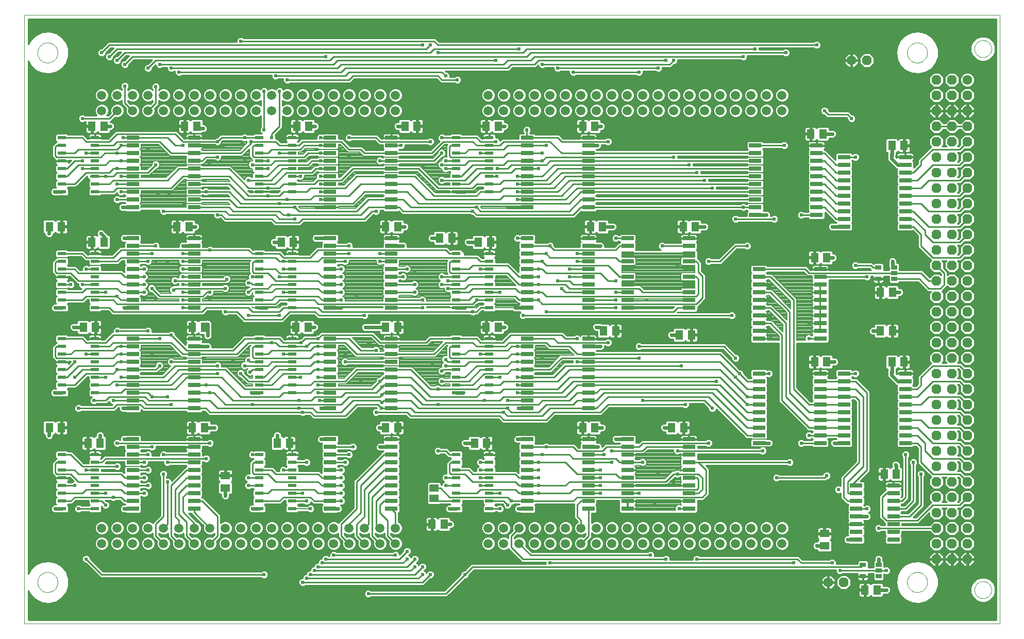
<source format=gtl>
G75*
G70*
%OFA0B0*%
%FSLAX24Y24*%
%IPPOS*%
%LPD*%
%AMOC8*
5,1,8,0,0,1.08239X$1,22.5*
%
%ADD10R,0.0800X0.0260*%
%ADD11R,0.0512X0.0630*%
%ADD12R,0.0390X0.0272*%
%ADD13R,0.0551X0.0236*%
%ADD14C,0.0594*%
%ADD15C,0.0000*%
%ADD16C,0.0630*%
%ADD17OC8,0.0630*%
%ADD18R,0.0630X0.0512*%
%ADD19R,0.0591X0.0512*%
%ADD20C,0.0240*%
%ADD21C,0.0240*%
%ADD22C,0.0120*%
%ADD23C,0.0100*%
%ADD24C,0.0080*%
D10*
X011868Y014870D03*
X011868Y015370D03*
X011868Y015870D03*
X011868Y016370D03*
X011868Y016870D03*
X011868Y017370D03*
X011868Y017870D03*
X011868Y018370D03*
X011868Y018870D03*
X011868Y019370D03*
X011868Y021370D03*
X011868Y021870D03*
X011868Y022370D03*
X011868Y022870D03*
X011868Y023370D03*
X011868Y023870D03*
X011868Y024370D03*
X011868Y024870D03*
X011868Y025370D03*
X011868Y025870D03*
X011868Y027870D03*
X011868Y028370D03*
X011868Y028870D03*
X011868Y029370D03*
X011868Y029870D03*
X011868Y030370D03*
X011868Y030870D03*
X011868Y031370D03*
X011868Y031870D03*
X011868Y032370D03*
X011868Y034370D03*
X011868Y034870D03*
X011868Y035370D03*
X011868Y035870D03*
X011868Y036370D03*
X011868Y036870D03*
X011868Y037370D03*
X011868Y037870D03*
X011868Y038370D03*
X011868Y038870D03*
X015828Y038870D03*
X015828Y038370D03*
X015828Y037870D03*
X015828Y037370D03*
X015828Y036870D03*
X015828Y036370D03*
X015828Y035870D03*
X015828Y035370D03*
X015828Y034870D03*
X015828Y034370D03*
X015828Y032370D03*
X015828Y031870D03*
X015828Y031370D03*
X015828Y030870D03*
X015828Y030370D03*
X015828Y029870D03*
X015828Y029370D03*
X015828Y028870D03*
X015828Y028370D03*
X015828Y027870D03*
X015828Y025870D03*
X015828Y025370D03*
X015828Y024870D03*
X015828Y024370D03*
X015828Y023870D03*
X015828Y023370D03*
X015828Y022870D03*
X015828Y022370D03*
X015828Y021870D03*
X015828Y021370D03*
X015828Y019370D03*
X015828Y018870D03*
X015828Y018370D03*
X015828Y017870D03*
X015828Y017370D03*
X015828Y016870D03*
X015828Y016370D03*
X015828Y015870D03*
X015828Y015370D03*
X015828Y014870D03*
X024618Y014870D03*
X024618Y015370D03*
X024618Y015870D03*
X024618Y016370D03*
X024618Y016870D03*
X024618Y017370D03*
X024618Y017870D03*
X024618Y018370D03*
X024618Y018870D03*
X024618Y019370D03*
X024618Y021370D03*
X024618Y021870D03*
X024618Y022370D03*
X024618Y022870D03*
X024618Y023370D03*
X024618Y023870D03*
X024618Y024370D03*
X024618Y024870D03*
X024618Y025370D03*
X024618Y025870D03*
X024618Y027870D03*
X024618Y028370D03*
X024618Y028870D03*
X024618Y029370D03*
X024618Y029870D03*
X024618Y030370D03*
X024618Y030870D03*
X024618Y031370D03*
X024618Y031870D03*
X024618Y032370D03*
X024618Y034370D03*
X024618Y034870D03*
X024618Y035370D03*
X024618Y035870D03*
X024618Y036370D03*
X024618Y036870D03*
X024618Y037370D03*
X024618Y037870D03*
X024618Y038370D03*
X024618Y038870D03*
X028578Y038870D03*
X028578Y038370D03*
X028578Y037870D03*
X028578Y037370D03*
X028578Y036870D03*
X028578Y036370D03*
X028578Y035870D03*
X028578Y035370D03*
X028578Y034870D03*
X028578Y034370D03*
X028578Y032370D03*
X028578Y031870D03*
X028578Y031370D03*
X028578Y030870D03*
X028578Y030370D03*
X028578Y029870D03*
X028578Y029370D03*
X028578Y028870D03*
X028578Y028370D03*
X028578Y027870D03*
X028578Y025870D03*
X028578Y025370D03*
X028578Y024870D03*
X028578Y024370D03*
X028578Y023870D03*
X028578Y023370D03*
X028578Y022870D03*
X028578Y022370D03*
X028578Y021870D03*
X028578Y021370D03*
X028578Y019370D03*
X028578Y018870D03*
X028578Y018370D03*
X028578Y017870D03*
X028578Y017370D03*
X028578Y016870D03*
X028578Y016370D03*
X028578Y015870D03*
X028578Y015370D03*
X028578Y014870D03*
X037368Y014870D03*
X037368Y015370D03*
X037368Y015870D03*
X037368Y016370D03*
X037368Y016870D03*
X037368Y017370D03*
X037368Y017870D03*
X037368Y018370D03*
X037368Y018870D03*
X037368Y019370D03*
X037368Y021370D03*
X037368Y021870D03*
X037368Y022370D03*
X037368Y022870D03*
X037368Y023370D03*
X037368Y023870D03*
X037368Y024370D03*
X037368Y024870D03*
X037368Y025370D03*
X037368Y025870D03*
X037368Y027870D03*
X037368Y028370D03*
X037368Y028870D03*
X037368Y029370D03*
X037368Y029870D03*
X037368Y030370D03*
X037368Y030870D03*
X037368Y031370D03*
X037368Y031870D03*
X037368Y032370D03*
X037368Y034370D03*
X037368Y034870D03*
X037368Y035370D03*
X037368Y035870D03*
X037368Y036370D03*
X037368Y036870D03*
X037368Y037370D03*
X037368Y037870D03*
X037368Y038370D03*
X037368Y038870D03*
X041328Y038870D03*
X041328Y038370D03*
X041328Y037870D03*
X041328Y037370D03*
X041328Y036870D03*
X041328Y036370D03*
X041328Y035870D03*
X041328Y035370D03*
X041328Y034870D03*
X041328Y034370D03*
X041328Y032370D03*
X041328Y031870D03*
X041328Y031370D03*
X041328Y030870D03*
X041328Y030370D03*
X041328Y029870D03*
X041328Y029370D03*
X041328Y028870D03*
X041328Y028370D03*
X041328Y027870D03*
X043868Y027870D03*
X043868Y028370D03*
X043868Y028870D03*
X043868Y029370D03*
X043868Y029870D03*
X043868Y030370D03*
X043868Y030870D03*
X043868Y031370D03*
X043868Y031870D03*
X043868Y032370D03*
X047828Y032370D03*
X047828Y031870D03*
X047828Y031370D03*
X047828Y030870D03*
X047828Y030370D03*
X047828Y029870D03*
X047828Y029370D03*
X047828Y028870D03*
X047828Y028370D03*
X047828Y027870D03*
X052368Y027870D03*
X052368Y028370D03*
X052368Y028870D03*
X052368Y029370D03*
X052368Y029870D03*
X052368Y030370D03*
X052368Y027370D03*
X052368Y026870D03*
X052368Y026370D03*
X052368Y025870D03*
X052368Y023620D03*
X052368Y023120D03*
X052368Y022620D03*
X052368Y022120D03*
X052368Y021620D03*
X052368Y021120D03*
X052368Y020620D03*
X052368Y020120D03*
X052368Y019620D03*
X052368Y019120D03*
X056328Y019120D03*
X056328Y019620D03*
X056328Y020120D03*
X056328Y020620D03*
X056328Y021120D03*
X056328Y021620D03*
X056328Y022120D03*
X056328Y022620D03*
X056328Y023120D03*
X056328Y023620D03*
X057868Y023620D03*
X057868Y023120D03*
X057868Y022620D03*
X057868Y022120D03*
X057868Y021620D03*
X057868Y021120D03*
X057868Y020620D03*
X057868Y020120D03*
X057868Y019620D03*
X057868Y019120D03*
X058638Y016370D03*
X058638Y015870D03*
X058638Y015370D03*
X058638Y014870D03*
X058638Y014370D03*
X058638Y013870D03*
X058638Y013370D03*
X058638Y012870D03*
X061058Y012870D03*
X061058Y013370D03*
X061058Y013870D03*
X061058Y014370D03*
X061058Y014870D03*
X061058Y015370D03*
X061058Y015870D03*
X061058Y016370D03*
X061828Y019120D03*
X061828Y019620D03*
X061828Y020120D03*
X061828Y020620D03*
X061828Y021120D03*
X061828Y021620D03*
X061828Y022120D03*
X061828Y022620D03*
X061828Y023120D03*
X061828Y023620D03*
X056328Y025870D03*
X056328Y026370D03*
X056328Y026870D03*
X056328Y027370D03*
X056328Y027870D03*
X056328Y028370D03*
X056328Y028870D03*
X056328Y029370D03*
X056328Y029870D03*
X056328Y030370D03*
X057868Y033120D03*
X057868Y033620D03*
X057868Y034120D03*
X057868Y034620D03*
X057868Y035120D03*
X057868Y035620D03*
X057868Y036120D03*
X057868Y036620D03*
X057868Y037120D03*
X057868Y037620D03*
X056078Y037870D03*
X056078Y038370D03*
X056078Y037370D03*
X056078Y036870D03*
X056078Y036370D03*
X056078Y035870D03*
X056078Y035370D03*
X056078Y034870D03*
X056078Y034370D03*
X056078Y033870D03*
X052118Y033870D03*
X052118Y034370D03*
X052118Y034870D03*
X052118Y035370D03*
X052118Y035870D03*
X052118Y036370D03*
X052118Y036870D03*
X052118Y037370D03*
X052118Y037870D03*
X052118Y038370D03*
X061828Y037620D03*
X061828Y037120D03*
X061828Y036620D03*
X061828Y036120D03*
X061828Y035620D03*
X061828Y035120D03*
X061828Y034620D03*
X061828Y034120D03*
X061828Y033620D03*
X061828Y033120D03*
X047828Y019370D03*
X047828Y018870D03*
X047828Y018370D03*
X047828Y017870D03*
X047828Y017370D03*
X047828Y016870D03*
X047828Y016370D03*
X047828Y015870D03*
X047828Y015370D03*
X047828Y014870D03*
X043868Y014870D03*
X043868Y015370D03*
X043868Y015870D03*
X043868Y016370D03*
X043868Y016870D03*
X043868Y017370D03*
X043868Y017870D03*
X043868Y018370D03*
X043868Y018870D03*
X043868Y019370D03*
X041328Y019370D03*
X041328Y018870D03*
X041328Y018370D03*
X041328Y017870D03*
X041328Y017370D03*
X041328Y016870D03*
X041328Y016370D03*
X041328Y015870D03*
X041328Y015370D03*
X041328Y014870D03*
X041328Y021370D03*
X041328Y021870D03*
X041328Y022370D03*
X041328Y022870D03*
X041328Y023370D03*
X041328Y023870D03*
X041328Y024370D03*
X041328Y024870D03*
X041328Y025370D03*
X041328Y025870D03*
D11*
X042304Y026370D03*
X043092Y026370D03*
X047204Y026120D03*
X047992Y026120D03*
X047492Y020120D03*
X046704Y020120D03*
X041742Y020120D03*
X040954Y020120D03*
X034742Y019120D03*
X033954Y019120D03*
X028992Y020120D03*
X028204Y020120D03*
X021992Y019120D03*
X021204Y019120D03*
X016492Y020120D03*
X015704Y020120D03*
X009742Y019120D03*
X008954Y019120D03*
X007242Y020120D03*
X006454Y020120D03*
X008654Y026620D03*
X009442Y026620D03*
X015704Y026620D03*
X016492Y026620D03*
X022404Y026620D03*
X023192Y026620D03*
X028204Y026620D03*
X028992Y026620D03*
X034704Y026620D03*
X035492Y026620D03*
X034992Y032120D03*
X034204Y032120D03*
X032492Y032370D03*
X031704Y032370D03*
X028992Y033120D03*
X028204Y033120D03*
X022242Y032120D03*
X021454Y032120D03*
X015492Y033120D03*
X014704Y033120D03*
X009992Y032120D03*
X009204Y032120D03*
X007242Y033120D03*
X006454Y033120D03*
X009204Y039620D03*
X009992Y039620D03*
X015204Y039620D03*
X015992Y039620D03*
X022454Y039620D03*
X023242Y039620D03*
X029454Y039620D03*
X030242Y039620D03*
X034704Y039620D03*
X035492Y039620D03*
X040954Y039620D03*
X041742Y039620D03*
X041454Y033120D03*
X042242Y033120D03*
X047454Y033120D03*
X048242Y033120D03*
X055954Y031120D03*
X056742Y031120D03*
X060204Y028870D03*
X060992Y028870D03*
X060992Y026370D03*
X060204Y026370D03*
X060954Y024370D03*
X061742Y024370D03*
X056742Y024370D03*
X055954Y024370D03*
X060454Y017120D03*
X061242Y017120D03*
X059992Y009620D03*
X059204Y009620D03*
X031992Y013870D03*
X031204Y013870D03*
X060954Y038370D03*
X061742Y038370D03*
X056492Y039120D03*
X055704Y039120D03*
D12*
X060086Y030494D03*
X060086Y029746D03*
X061106Y029746D03*
X061106Y030120D03*
X061106Y030494D03*
X060106Y011244D03*
X060106Y010870D03*
X060106Y010496D03*
X059086Y010496D03*
X059086Y011244D03*
D13*
X034917Y014870D03*
X034917Y015370D03*
X034917Y015870D03*
X034917Y016370D03*
X034917Y016870D03*
X034917Y017370D03*
X034917Y017870D03*
X034917Y018370D03*
X032779Y018370D03*
X032779Y017870D03*
X032779Y017370D03*
X032779Y016870D03*
X032779Y016370D03*
X032779Y015870D03*
X032779Y015370D03*
X032779Y014870D03*
X032779Y022370D03*
X032779Y022870D03*
X032779Y023370D03*
X032779Y023870D03*
X032779Y024370D03*
X032779Y024870D03*
X032779Y025370D03*
X032779Y025870D03*
X034917Y025870D03*
X034917Y025370D03*
X034917Y024870D03*
X034917Y024370D03*
X034917Y023870D03*
X034917Y023370D03*
X034917Y022870D03*
X034917Y022370D03*
X034917Y027870D03*
X034917Y028370D03*
X034917Y028870D03*
X034917Y029370D03*
X034917Y029870D03*
X034917Y030370D03*
X034917Y030870D03*
X034917Y031370D03*
X032779Y031370D03*
X032779Y030870D03*
X032779Y030370D03*
X032779Y029870D03*
X032779Y029370D03*
X032779Y028870D03*
X032779Y028370D03*
X032779Y027870D03*
X032779Y035370D03*
X032779Y035870D03*
X032779Y036370D03*
X032779Y036870D03*
X032779Y037370D03*
X032779Y037870D03*
X032779Y038370D03*
X032779Y038870D03*
X034917Y038870D03*
X034917Y038370D03*
X034917Y037870D03*
X034917Y037370D03*
X034917Y036870D03*
X034917Y036370D03*
X034917Y035870D03*
X034917Y035370D03*
X022167Y035370D03*
X022167Y035870D03*
X022167Y036370D03*
X022167Y036870D03*
X022167Y037370D03*
X022167Y037870D03*
X022167Y038370D03*
X022167Y038870D03*
X020029Y038870D03*
X020029Y038370D03*
X020029Y037870D03*
X020029Y037370D03*
X020029Y036870D03*
X020029Y036370D03*
X020029Y035870D03*
X020029Y035370D03*
X020029Y031370D03*
X020029Y030870D03*
X020029Y030370D03*
X020029Y029870D03*
X020029Y029370D03*
X020029Y028870D03*
X020029Y028370D03*
X020029Y027870D03*
X022167Y027870D03*
X022167Y028370D03*
X022167Y028870D03*
X022167Y029370D03*
X022167Y029870D03*
X022167Y030370D03*
X022167Y030870D03*
X022167Y031370D03*
X022167Y025870D03*
X022167Y025370D03*
X022167Y024870D03*
X022167Y024370D03*
X022167Y023870D03*
X022167Y023370D03*
X022167Y022870D03*
X022167Y022370D03*
X020029Y022370D03*
X020029Y022870D03*
X020029Y023370D03*
X020029Y023870D03*
X020029Y024370D03*
X020029Y024870D03*
X020029Y025370D03*
X020029Y025870D03*
X020029Y018370D03*
X020029Y017870D03*
X020029Y017370D03*
X020029Y016870D03*
X020029Y016370D03*
X020029Y015870D03*
X020029Y015370D03*
X020029Y014870D03*
X022167Y014870D03*
X022167Y015370D03*
X022167Y015870D03*
X022167Y016370D03*
X022167Y016870D03*
X022167Y017370D03*
X022167Y017870D03*
X022167Y018370D03*
X009417Y018370D03*
X009417Y017870D03*
X009417Y017370D03*
X009417Y016870D03*
X009417Y016370D03*
X009417Y015870D03*
X009417Y015370D03*
X009417Y014870D03*
X007279Y014870D03*
X007279Y015370D03*
X007279Y015870D03*
X007279Y016370D03*
X007279Y016870D03*
X007279Y017370D03*
X007279Y017870D03*
X007279Y018370D03*
X007279Y022370D03*
X007279Y022870D03*
X007279Y023370D03*
X007279Y023870D03*
X007279Y024370D03*
X007279Y024870D03*
X007279Y025370D03*
X007279Y025870D03*
X009417Y025870D03*
X009417Y025370D03*
X009417Y024870D03*
X009417Y024370D03*
X009417Y023870D03*
X009417Y023370D03*
X009417Y022870D03*
X009417Y022370D03*
X009417Y027870D03*
X009417Y028370D03*
X009417Y028870D03*
X009417Y029370D03*
X009417Y029870D03*
X009417Y030370D03*
X009417Y030870D03*
X009417Y031370D03*
X007279Y031370D03*
X007279Y030870D03*
X007279Y030370D03*
X007279Y029870D03*
X007279Y029370D03*
X007279Y028870D03*
X007279Y028370D03*
X007279Y027870D03*
X007279Y035370D03*
X007279Y035870D03*
X007279Y036370D03*
X007279Y036870D03*
X007279Y037370D03*
X007279Y037870D03*
X007279Y038370D03*
X007279Y038870D03*
X009417Y038870D03*
X009417Y038370D03*
X009417Y037870D03*
X009417Y037370D03*
X009417Y036870D03*
X009417Y036370D03*
X009417Y035870D03*
X009417Y035370D03*
D14*
X009848Y040620D03*
X009848Y041620D03*
X010848Y041620D03*
X011848Y041620D03*
X012848Y041620D03*
X013848Y041620D03*
X014848Y041620D03*
X015848Y041620D03*
X016848Y041620D03*
X017848Y041620D03*
X018848Y041620D03*
X019848Y041620D03*
X020848Y041620D03*
X021848Y041620D03*
X022848Y041620D03*
X023848Y041620D03*
X024848Y041620D03*
X025848Y041620D03*
X026848Y041620D03*
X027848Y041620D03*
X028848Y041620D03*
X028848Y040620D03*
X027848Y040620D03*
X026848Y040620D03*
X025848Y040620D03*
X024848Y040620D03*
X023848Y040620D03*
X022848Y040620D03*
X021848Y040620D03*
X020848Y040620D03*
X019848Y040620D03*
X018848Y040620D03*
X017848Y040620D03*
X016848Y040620D03*
X015848Y040620D03*
X014848Y040620D03*
X013848Y040620D03*
X012848Y040620D03*
X011848Y040620D03*
X010848Y040620D03*
X034848Y040620D03*
X035848Y040620D03*
X036848Y040620D03*
X036848Y041620D03*
X035848Y041620D03*
X034848Y041620D03*
X037848Y041620D03*
X038848Y041620D03*
X039848Y041620D03*
X040848Y041620D03*
X041848Y041620D03*
X042848Y041620D03*
X043848Y041620D03*
X044848Y041620D03*
X045848Y041620D03*
X046848Y041620D03*
X047848Y041620D03*
X048848Y041620D03*
X049848Y041620D03*
X050848Y041620D03*
X051848Y041620D03*
X052848Y041620D03*
X053848Y041620D03*
X053848Y040620D03*
X052848Y040620D03*
X051848Y040620D03*
X050848Y040620D03*
X049848Y040620D03*
X048848Y040620D03*
X047848Y040620D03*
X046848Y040620D03*
X045848Y040620D03*
X044848Y040620D03*
X043848Y040620D03*
X042848Y040620D03*
X041848Y040620D03*
X040848Y040620D03*
X039848Y040620D03*
X038848Y040620D03*
X037848Y040620D03*
X037848Y013620D03*
X038848Y013620D03*
X039848Y013620D03*
X040848Y013620D03*
X041848Y013620D03*
X042848Y013620D03*
X043848Y013620D03*
X044848Y013620D03*
X045848Y013620D03*
X046848Y013620D03*
X047848Y013620D03*
X048848Y013620D03*
X049848Y013620D03*
X050848Y013620D03*
X051848Y013620D03*
X052848Y013620D03*
X053848Y013620D03*
X053848Y012620D03*
X052848Y012620D03*
X051848Y012620D03*
X050848Y012620D03*
X049848Y012620D03*
X048848Y012620D03*
X047848Y012620D03*
X046848Y012620D03*
X045848Y012620D03*
X044848Y012620D03*
X043848Y012620D03*
X042848Y012620D03*
X041848Y012620D03*
X040848Y012620D03*
X039848Y012620D03*
X038848Y012620D03*
X037848Y012620D03*
X036848Y012620D03*
X035848Y012620D03*
X034848Y012620D03*
X034848Y013620D03*
X035848Y013620D03*
X036848Y013620D03*
X028848Y013620D03*
X027848Y013620D03*
X026848Y013620D03*
X025848Y013620D03*
X024848Y013620D03*
X023848Y013620D03*
X022848Y013620D03*
X021848Y013620D03*
X020848Y013620D03*
X019848Y013620D03*
X018848Y013620D03*
X017848Y013620D03*
X016848Y013620D03*
X015848Y013620D03*
X014848Y013620D03*
X013848Y013620D03*
X012848Y013620D03*
X011848Y013620D03*
X010848Y013620D03*
X009848Y013620D03*
X009848Y012620D03*
X010848Y012620D03*
X011848Y012620D03*
X012848Y012620D03*
X013848Y012620D03*
X014848Y012620D03*
X015848Y012620D03*
X016848Y012620D03*
X017848Y012620D03*
X018848Y012620D03*
X019848Y012620D03*
X020848Y012620D03*
X021848Y012620D03*
X022848Y012620D03*
X023848Y012620D03*
X024848Y012620D03*
X025848Y012620D03*
X026848Y012620D03*
X027848Y012620D03*
X028848Y012620D03*
D15*
X004848Y007430D02*
X004848Y046810D01*
X067948Y046810D01*
X067948Y007430D01*
X004848Y007430D01*
X005698Y010120D02*
X005700Y010170D01*
X005706Y010220D01*
X005716Y010270D01*
X005729Y010318D01*
X005746Y010366D01*
X005767Y010412D01*
X005791Y010456D01*
X005819Y010498D01*
X005850Y010538D01*
X005884Y010575D01*
X005921Y010610D01*
X005960Y010641D01*
X006001Y010670D01*
X006045Y010695D01*
X006091Y010717D01*
X006138Y010735D01*
X006186Y010749D01*
X006235Y010760D01*
X006285Y010767D01*
X006335Y010770D01*
X006386Y010769D01*
X006436Y010764D01*
X006486Y010755D01*
X006534Y010743D01*
X006582Y010726D01*
X006628Y010706D01*
X006673Y010683D01*
X006716Y010656D01*
X006756Y010626D01*
X006794Y010593D01*
X006829Y010557D01*
X006862Y010518D01*
X006891Y010477D01*
X006917Y010434D01*
X006940Y010389D01*
X006959Y010342D01*
X006974Y010294D01*
X006986Y010245D01*
X006994Y010195D01*
X006998Y010145D01*
X006998Y010095D01*
X006994Y010045D01*
X006986Y009995D01*
X006974Y009946D01*
X006959Y009898D01*
X006940Y009851D01*
X006917Y009806D01*
X006891Y009763D01*
X006862Y009722D01*
X006829Y009683D01*
X006794Y009647D01*
X006756Y009614D01*
X006716Y009584D01*
X006673Y009557D01*
X006628Y009534D01*
X006582Y009514D01*
X006534Y009497D01*
X006486Y009485D01*
X006436Y009476D01*
X006386Y009471D01*
X006335Y009470D01*
X006285Y009473D01*
X006235Y009480D01*
X006186Y009491D01*
X006138Y009505D01*
X006091Y009523D01*
X006045Y009545D01*
X006001Y009570D01*
X005960Y009599D01*
X005921Y009630D01*
X005884Y009665D01*
X005850Y009702D01*
X005819Y009742D01*
X005791Y009784D01*
X005767Y009828D01*
X005746Y009874D01*
X005729Y009922D01*
X005716Y009970D01*
X005706Y010020D01*
X005700Y010070D01*
X005698Y010120D01*
X005698Y044370D02*
X005700Y044420D01*
X005706Y044470D01*
X005716Y044520D01*
X005729Y044568D01*
X005746Y044616D01*
X005767Y044662D01*
X005791Y044706D01*
X005819Y044748D01*
X005850Y044788D01*
X005884Y044825D01*
X005921Y044860D01*
X005960Y044891D01*
X006001Y044920D01*
X006045Y044945D01*
X006091Y044967D01*
X006138Y044985D01*
X006186Y044999D01*
X006235Y045010D01*
X006285Y045017D01*
X006335Y045020D01*
X006386Y045019D01*
X006436Y045014D01*
X006486Y045005D01*
X006534Y044993D01*
X006582Y044976D01*
X006628Y044956D01*
X006673Y044933D01*
X006716Y044906D01*
X006756Y044876D01*
X006794Y044843D01*
X006829Y044807D01*
X006862Y044768D01*
X006891Y044727D01*
X006917Y044684D01*
X006940Y044639D01*
X006959Y044592D01*
X006974Y044544D01*
X006986Y044495D01*
X006994Y044445D01*
X006998Y044395D01*
X006998Y044345D01*
X006994Y044295D01*
X006986Y044245D01*
X006974Y044196D01*
X006959Y044148D01*
X006940Y044101D01*
X006917Y044056D01*
X006891Y044013D01*
X006862Y043972D01*
X006829Y043933D01*
X006794Y043897D01*
X006756Y043864D01*
X006716Y043834D01*
X006673Y043807D01*
X006628Y043784D01*
X006582Y043764D01*
X006534Y043747D01*
X006486Y043735D01*
X006436Y043726D01*
X006386Y043721D01*
X006335Y043720D01*
X006285Y043723D01*
X006235Y043730D01*
X006186Y043741D01*
X006138Y043755D01*
X006091Y043773D01*
X006045Y043795D01*
X006001Y043820D01*
X005960Y043849D01*
X005921Y043880D01*
X005884Y043915D01*
X005850Y043952D01*
X005819Y043992D01*
X005791Y044034D01*
X005767Y044078D01*
X005746Y044124D01*
X005729Y044172D01*
X005716Y044220D01*
X005706Y044270D01*
X005700Y044320D01*
X005698Y044370D01*
X061948Y044370D02*
X061950Y044420D01*
X061956Y044470D01*
X061966Y044520D01*
X061979Y044568D01*
X061996Y044616D01*
X062017Y044662D01*
X062041Y044706D01*
X062069Y044748D01*
X062100Y044788D01*
X062134Y044825D01*
X062171Y044860D01*
X062210Y044891D01*
X062251Y044920D01*
X062295Y044945D01*
X062341Y044967D01*
X062388Y044985D01*
X062436Y044999D01*
X062485Y045010D01*
X062535Y045017D01*
X062585Y045020D01*
X062636Y045019D01*
X062686Y045014D01*
X062736Y045005D01*
X062784Y044993D01*
X062832Y044976D01*
X062878Y044956D01*
X062923Y044933D01*
X062966Y044906D01*
X063006Y044876D01*
X063044Y044843D01*
X063079Y044807D01*
X063112Y044768D01*
X063141Y044727D01*
X063167Y044684D01*
X063190Y044639D01*
X063209Y044592D01*
X063224Y044544D01*
X063236Y044495D01*
X063244Y044445D01*
X063248Y044395D01*
X063248Y044345D01*
X063244Y044295D01*
X063236Y044245D01*
X063224Y044196D01*
X063209Y044148D01*
X063190Y044101D01*
X063167Y044056D01*
X063141Y044013D01*
X063112Y043972D01*
X063079Y043933D01*
X063044Y043897D01*
X063006Y043864D01*
X062966Y043834D01*
X062923Y043807D01*
X062878Y043784D01*
X062832Y043764D01*
X062784Y043747D01*
X062736Y043735D01*
X062686Y043726D01*
X062636Y043721D01*
X062585Y043720D01*
X062535Y043723D01*
X062485Y043730D01*
X062436Y043741D01*
X062388Y043755D01*
X062341Y043773D01*
X062295Y043795D01*
X062251Y043820D01*
X062210Y043849D01*
X062171Y043880D01*
X062134Y043915D01*
X062100Y043952D01*
X062069Y043992D01*
X062041Y044034D01*
X062017Y044078D01*
X061996Y044124D01*
X061979Y044172D01*
X061966Y044220D01*
X061956Y044270D01*
X061950Y044320D01*
X061948Y044370D01*
X066298Y044620D02*
X066300Y044667D01*
X066306Y044713D01*
X066316Y044759D01*
X066329Y044803D01*
X066347Y044847D01*
X066368Y044888D01*
X066392Y044928D01*
X066420Y044966D01*
X066451Y045001D01*
X066485Y045033D01*
X066521Y045062D01*
X066560Y045088D01*
X066600Y045111D01*
X066643Y045130D01*
X066687Y045146D01*
X066732Y045158D01*
X066778Y045166D01*
X066825Y045170D01*
X066871Y045170D01*
X066918Y045166D01*
X066964Y045158D01*
X067009Y045146D01*
X067053Y045130D01*
X067096Y045111D01*
X067136Y045088D01*
X067175Y045062D01*
X067211Y045033D01*
X067245Y045001D01*
X067276Y044966D01*
X067304Y044928D01*
X067328Y044888D01*
X067349Y044847D01*
X067367Y044803D01*
X067380Y044759D01*
X067390Y044713D01*
X067396Y044667D01*
X067398Y044620D01*
X067396Y044573D01*
X067390Y044527D01*
X067380Y044481D01*
X067367Y044437D01*
X067349Y044393D01*
X067328Y044352D01*
X067304Y044312D01*
X067276Y044274D01*
X067245Y044239D01*
X067211Y044207D01*
X067175Y044178D01*
X067136Y044152D01*
X067096Y044129D01*
X067053Y044110D01*
X067009Y044094D01*
X066964Y044082D01*
X066918Y044074D01*
X066871Y044070D01*
X066825Y044070D01*
X066778Y044074D01*
X066732Y044082D01*
X066687Y044094D01*
X066643Y044110D01*
X066600Y044129D01*
X066560Y044152D01*
X066521Y044178D01*
X066485Y044207D01*
X066451Y044239D01*
X066420Y044274D01*
X066392Y044312D01*
X066368Y044352D01*
X066347Y044393D01*
X066329Y044437D01*
X066316Y044481D01*
X066306Y044527D01*
X066300Y044573D01*
X066298Y044620D01*
X061948Y010120D02*
X061950Y010170D01*
X061956Y010220D01*
X061966Y010270D01*
X061979Y010318D01*
X061996Y010366D01*
X062017Y010412D01*
X062041Y010456D01*
X062069Y010498D01*
X062100Y010538D01*
X062134Y010575D01*
X062171Y010610D01*
X062210Y010641D01*
X062251Y010670D01*
X062295Y010695D01*
X062341Y010717D01*
X062388Y010735D01*
X062436Y010749D01*
X062485Y010760D01*
X062535Y010767D01*
X062585Y010770D01*
X062636Y010769D01*
X062686Y010764D01*
X062736Y010755D01*
X062784Y010743D01*
X062832Y010726D01*
X062878Y010706D01*
X062923Y010683D01*
X062966Y010656D01*
X063006Y010626D01*
X063044Y010593D01*
X063079Y010557D01*
X063112Y010518D01*
X063141Y010477D01*
X063167Y010434D01*
X063190Y010389D01*
X063209Y010342D01*
X063224Y010294D01*
X063236Y010245D01*
X063244Y010195D01*
X063248Y010145D01*
X063248Y010095D01*
X063244Y010045D01*
X063236Y009995D01*
X063224Y009946D01*
X063209Y009898D01*
X063190Y009851D01*
X063167Y009806D01*
X063141Y009763D01*
X063112Y009722D01*
X063079Y009683D01*
X063044Y009647D01*
X063006Y009614D01*
X062966Y009584D01*
X062923Y009557D01*
X062878Y009534D01*
X062832Y009514D01*
X062784Y009497D01*
X062736Y009485D01*
X062686Y009476D01*
X062636Y009471D01*
X062585Y009470D01*
X062535Y009473D01*
X062485Y009480D01*
X062436Y009491D01*
X062388Y009505D01*
X062341Y009523D01*
X062295Y009545D01*
X062251Y009570D01*
X062210Y009599D01*
X062171Y009630D01*
X062134Y009665D01*
X062100Y009702D01*
X062069Y009742D01*
X062041Y009784D01*
X062017Y009828D01*
X061996Y009874D01*
X061979Y009922D01*
X061966Y009970D01*
X061956Y010020D01*
X061950Y010070D01*
X061948Y010120D01*
X066298Y009620D02*
X066300Y009667D01*
X066306Y009713D01*
X066316Y009759D01*
X066329Y009803D01*
X066347Y009847D01*
X066368Y009888D01*
X066392Y009928D01*
X066420Y009966D01*
X066451Y010001D01*
X066485Y010033D01*
X066521Y010062D01*
X066560Y010088D01*
X066600Y010111D01*
X066643Y010130D01*
X066687Y010146D01*
X066732Y010158D01*
X066778Y010166D01*
X066825Y010170D01*
X066871Y010170D01*
X066918Y010166D01*
X066964Y010158D01*
X067009Y010146D01*
X067053Y010130D01*
X067096Y010111D01*
X067136Y010088D01*
X067175Y010062D01*
X067211Y010033D01*
X067245Y010001D01*
X067276Y009966D01*
X067304Y009928D01*
X067328Y009888D01*
X067349Y009847D01*
X067367Y009803D01*
X067380Y009759D01*
X067390Y009713D01*
X067396Y009667D01*
X067398Y009620D01*
X067396Y009573D01*
X067390Y009527D01*
X067380Y009481D01*
X067367Y009437D01*
X067349Y009393D01*
X067328Y009352D01*
X067304Y009312D01*
X067276Y009274D01*
X067245Y009239D01*
X067211Y009207D01*
X067175Y009178D01*
X067136Y009152D01*
X067096Y009129D01*
X067053Y009110D01*
X067009Y009094D01*
X066964Y009082D01*
X066918Y009074D01*
X066871Y009070D01*
X066825Y009070D01*
X066778Y009074D01*
X066732Y009082D01*
X066687Y009094D01*
X066643Y009110D01*
X066600Y009129D01*
X066560Y009152D01*
X066521Y009178D01*
X066485Y009207D01*
X066451Y009239D01*
X066420Y009274D01*
X066392Y009312D01*
X066368Y009352D01*
X066347Y009393D01*
X066329Y009437D01*
X066316Y009481D01*
X066306Y009527D01*
X066300Y009573D01*
X066298Y009620D01*
D16*
X056848Y010120D03*
X065848Y042620D03*
X058348Y043870D03*
D17*
X059348Y043870D03*
X063848Y042620D03*
X064848Y042620D03*
X064848Y041620D03*
X065848Y041620D03*
X065848Y040620D03*
X064848Y040620D03*
X064848Y039620D03*
X065848Y039620D03*
X065848Y038620D03*
X064848Y038620D03*
X063848Y038620D03*
X063848Y039620D03*
X063848Y040620D03*
X063848Y041620D03*
X063848Y037620D03*
X064848Y037620D03*
X065848Y037620D03*
X065848Y036620D03*
X064848Y036620D03*
X063848Y036620D03*
X063848Y035620D03*
X064848Y035620D03*
X065848Y035620D03*
X065848Y034620D03*
X064848Y034620D03*
X063848Y034620D03*
X063848Y033620D03*
X063848Y032620D03*
X064848Y032620D03*
X064848Y033620D03*
X065848Y033620D03*
X065848Y032620D03*
X065848Y031620D03*
X064848Y031620D03*
X063848Y031620D03*
X063848Y030620D03*
X064848Y030620D03*
X065848Y030620D03*
X065848Y029620D03*
X064848Y029620D03*
X063848Y029620D03*
X063848Y028620D03*
X064848Y028620D03*
X065848Y028620D03*
X065848Y027620D03*
X064848Y027620D03*
X064848Y026620D03*
X065848Y026620D03*
X065848Y025620D03*
X064848Y025620D03*
X063848Y025620D03*
X063848Y026620D03*
X063848Y027620D03*
X063848Y024620D03*
X064848Y024620D03*
X065848Y024620D03*
X065848Y023620D03*
X064848Y023620D03*
X063848Y023620D03*
X063848Y022620D03*
X064848Y022620D03*
X065848Y022620D03*
X065848Y021620D03*
X064848Y021620D03*
X064848Y020620D03*
X065848Y020620D03*
X065848Y019620D03*
X064848Y019620D03*
X063848Y019620D03*
X063848Y020620D03*
X063848Y021620D03*
X063848Y018620D03*
X064848Y018620D03*
X065848Y018620D03*
X065848Y017620D03*
X064848Y017620D03*
X063848Y017620D03*
X063848Y016620D03*
X064848Y016620D03*
X065848Y016620D03*
X065848Y015620D03*
X064848Y015620D03*
X063848Y015620D03*
X063848Y014620D03*
X063848Y013620D03*
X064848Y013620D03*
X064848Y014620D03*
X065848Y014620D03*
X065848Y013620D03*
X065848Y012620D03*
X064848Y012620D03*
X063848Y012620D03*
X063848Y011620D03*
X064848Y011620D03*
X065848Y011620D03*
X057848Y010120D03*
D18*
X056598Y012476D03*
X056598Y013263D03*
X017848Y016226D03*
X017848Y017013D03*
D19*
X031348Y016204D03*
X031348Y015535D03*
D20*
X032348Y014870D02*
X032779Y014870D01*
X032398Y013870D02*
X031992Y013870D01*
X036798Y014870D02*
X037368Y014870D01*
X041328Y018870D02*
X041948Y018870D01*
X043098Y019370D02*
X043868Y019370D01*
X042198Y020120D02*
X041742Y020120D01*
X037368Y019370D02*
X036748Y019370D01*
X036798Y021370D02*
X037368Y021370D01*
X033954Y019120D02*
X033348Y019120D01*
X033248Y022370D02*
X032779Y022370D01*
X028204Y020120D02*
X027798Y020120D01*
X027848Y018870D02*
X028578Y018870D01*
X024618Y019370D02*
X024048Y019370D01*
X024048Y021370D02*
X024618Y021370D01*
X021198Y019620D02*
X021198Y019126D01*
X021204Y019120D01*
X017148Y020120D02*
X016492Y020120D01*
X016492Y019976D01*
X019548Y022370D02*
X020029Y022370D01*
X016698Y025370D02*
X015828Y025370D01*
X016698Y026070D02*
X016698Y026826D01*
X016492Y026620D01*
X020029Y027870D02*
X020498Y027870D01*
X023192Y026620D02*
X023598Y026620D01*
X024618Y027870D02*
X025348Y027870D01*
X026898Y026620D02*
X028204Y026620D01*
X027098Y025620D02*
X027348Y025370D01*
X032779Y027870D02*
X033348Y027870D01*
X035492Y026620D02*
X035898Y026620D01*
X036598Y027870D02*
X037368Y027870D01*
X041848Y026620D02*
X042054Y026620D01*
X042304Y026370D01*
X042098Y025370D02*
X041328Y025370D01*
X046698Y026120D02*
X047204Y026120D01*
X052368Y026370D02*
X053098Y026370D01*
X053098Y027370D02*
X052368Y027370D01*
X052368Y028370D02*
X053098Y028370D01*
X053098Y029370D02*
X052368Y029370D01*
X056742Y031120D02*
X057148Y031120D01*
X057098Y033120D02*
X057868Y033120D01*
X060998Y030870D02*
X060998Y030601D01*
X061106Y030494D01*
X060992Y028870D02*
X061448Y028870D01*
X060204Y026370D02*
X059748Y026370D01*
X060954Y024370D02*
X060954Y023676D01*
X060948Y023670D02*
X060948Y023520D01*
X061348Y023120D01*
X061828Y023120D01*
X057248Y024370D02*
X056742Y024370D01*
X057248Y019120D02*
X057868Y019120D01*
X061198Y017720D02*
X061242Y017676D01*
X061242Y017120D01*
X059348Y014370D02*
X058638Y014370D01*
X058638Y012870D02*
X058098Y012870D01*
X056598Y012476D02*
X056592Y012470D01*
X056098Y012470D01*
X060098Y011620D02*
X060098Y011251D01*
X060106Y011244D01*
X059992Y009620D02*
X060598Y009620D01*
X052998Y019120D02*
X052368Y019120D01*
X046704Y020120D02*
X046248Y020120D01*
X042098Y031870D02*
X041328Y031870D01*
X042242Y033120D02*
X042898Y033120D01*
X048242Y033120D02*
X048848Y033120D01*
X052118Y033870D02*
X052848Y033870D01*
X056492Y039120D02*
X057098Y039120D01*
X060954Y038370D02*
X060954Y037776D01*
X060948Y037770D01*
X060948Y037520D01*
X061348Y037120D01*
X061828Y037120D01*
X042148Y039620D02*
X041742Y039620D01*
X041898Y038370D02*
X041328Y038370D01*
X037368Y034370D02*
X036098Y034370D01*
X033348Y035370D02*
X032779Y035370D01*
X029448Y033120D02*
X028992Y033120D01*
X029348Y031870D02*
X028578Y031870D01*
X031198Y032370D02*
X031704Y032370D01*
X033548Y032120D02*
X034204Y032120D01*
X035492Y039620D02*
X035898Y039620D01*
X029454Y039620D02*
X028998Y039620D01*
X023648Y039620D02*
X023242Y039620D01*
X017698Y038370D02*
X017598Y038270D01*
X017148Y038270D01*
X017048Y038370D01*
X016548Y038370D01*
X015828Y038370D01*
X015992Y039476D02*
X016392Y039476D01*
X016398Y039470D01*
X015992Y039476D02*
X015992Y039620D01*
X010398Y039620D02*
X009992Y039620D01*
X007279Y035370D02*
X006798Y035370D01*
X006454Y033120D02*
X006448Y033113D01*
X006448Y032670D01*
X009798Y032670D02*
X009992Y032476D01*
X009992Y032120D01*
X011298Y032370D02*
X011868Y032370D01*
X011868Y034370D02*
X011198Y034370D01*
X015492Y033120D02*
X015898Y033120D01*
X015828Y031870D02*
X015098Y031870D01*
X011868Y027870D02*
X011298Y027870D01*
X008654Y026620D02*
X008048Y026620D01*
X007279Y027870D02*
X006848Y027870D01*
X006798Y022370D02*
X007279Y022370D01*
X006454Y020120D02*
X006448Y020113D01*
X006448Y019620D01*
X009748Y019620D02*
X009748Y019120D01*
X009742Y019120D01*
X011298Y019370D02*
X011868Y019370D01*
X011868Y021370D02*
X011248Y021370D01*
X017848Y016226D02*
X017848Y015720D01*
X019598Y014870D02*
X020029Y014870D01*
X024618Y014870D02*
X025148Y014870D01*
X011868Y014870D02*
X011298Y014870D01*
X007279Y014870D02*
X006848Y014870D01*
X020998Y032120D02*
X021454Y032120D01*
X023698Y032370D02*
X024618Y032370D01*
X024618Y034370D02*
X023698Y034370D01*
D21*
X023698Y034370D03*
X023998Y034870D03*
X023998Y035370D03*
X023998Y035870D03*
X023998Y036370D03*
X023998Y036870D03*
X023998Y037370D03*
X023998Y037870D03*
X023998Y038370D03*
X023998Y038870D03*
X023648Y039620D03*
X025848Y038870D03*
X025848Y037620D03*
X027848Y037370D03*
X029198Y038370D03*
X031098Y038620D03*
X031848Y038870D03*
X031848Y037870D03*
X032098Y037370D03*
X031848Y037120D03*
X032098Y036870D03*
X031848Y036120D03*
X030648Y037070D03*
X033348Y035370D03*
X034098Y034370D03*
X033848Y034120D03*
X033548Y032120D03*
X034348Y030370D03*
X036098Y029620D03*
X035598Y028870D03*
X036598Y027870D03*
X037098Y027370D03*
X038098Y028370D03*
X038098Y028870D03*
X038098Y029370D03*
X038098Y029870D03*
X038098Y030370D03*
X038348Y030870D03*
X038598Y031370D03*
X038848Y031870D03*
X040598Y031370D03*
X040598Y030870D03*
X040098Y030370D03*
X040098Y029870D03*
X039348Y029620D03*
X039598Y029120D03*
X038598Y027620D03*
X040598Y025870D03*
X041848Y026620D03*
X042598Y025620D03*
X042098Y025370D03*
X040598Y024370D03*
X038798Y023620D03*
X038348Y024620D03*
X036748Y024870D03*
X036748Y025370D03*
X036748Y024370D03*
X036748Y023870D03*
X036748Y023370D03*
X036748Y022870D03*
X036748Y022370D03*
X036098Y021870D03*
X036098Y021370D03*
X035848Y021120D03*
X036798Y021370D03*
X034598Y021870D03*
X033248Y022370D03*
X031848Y023120D03*
X031598Y022620D03*
X031598Y021620D03*
X031848Y023770D03*
X032098Y024120D03*
X032098Y024520D03*
X031248Y024220D03*
X031248Y025470D03*
X034348Y024870D03*
X035598Y023370D03*
X035898Y026620D03*
X033848Y027620D03*
X033348Y027870D03*
X034098Y028370D03*
X032248Y029120D03*
X031848Y029370D03*
X032248Y029620D03*
X031848Y029870D03*
X030098Y030120D03*
X029598Y030370D03*
X029348Y029870D03*
X030098Y029370D03*
X030098Y028870D03*
X030598Y028370D03*
X030598Y027870D03*
X027848Y030870D03*
X027848Y031370D03*
X029348Y031870D03*
X031198Y032370D03*
X029448Y033120D03*
X027598Y034120D03*
X025848Y031870D03*
X025848Y031370D03*
X025598Y030870D03*
X025348Y030370D03*
X025348Y029870D03*
X025348Y029370D03*
X025348Y028870D03*
X025348Y028370D03*
X025348Y027870D03*
X026348Y028620D03*
X026848Y027370D03*
X026898Y026620D03*
X027098Y025620D03*
X027598Y025120D03*
X027348Y024120D03*
X027848Y023120D03*
X027973Y022745D03*
X027973Y022245D03*
X027973Y021745D03*
X027948Y021370D03*
X027598Y021120D03*
X027798Y020120D03*
X027848Y018870D03*
X026098Y018870D03*
X025848Y018370D03*
X025598Y017870D03*
X025348Y017370D03*
X025348Y016870D03*
X025348Y016370D03*
X025348Y015870D03*
X025348Y015370D03*
X025148Y014870D03*
X023348Y014870D03*
X023098Y015370D03*
X022848Y015870D03*
X021598Y017370D03*
X023098Y017870D03*
X024048Y019370D03*
X022848Y021120D03*
X022598Y021370D03*
X022598Y021870D03*
X023848Y022370D03*
X023848Y022870D03*
X023848Y023370D03*
X023848Y023870D03*
X023848Y024370D03*
X023848Y024870D03*
X023848Y025370D03*
X023848Y025870D03*
X023098Y025370D03*
X022748Y025620D03*
X023598Y026620D03*
X021348Y027370D03*
X020498Y027870D03*
X019348Y027370D03*
X019098Y028520D03*
X019348Y028870D03*
X019348Y029470D03*
X019598Y029870D03*
X017948Y029720D03*
X017848Y029120D03*
X018348Y028520D03*
X017848Y027620D03*
X016848Y028470D03*
X016848Y028870D03*
X015098Y028870D03*
X015098Y029370D03*
X015098Y029870D03*
X015098Y030370D03*
X015098Y030870D03*
X015098Y031370D03*
X015098Y031870D03*
X014098Y030870D03*
X013348Y030870D03*
X012848Y030870D03*
X013098Y031370D03*
X013348Y031870D03*
X012598Y030370D03*
X012598Y029870D03*
X012598Y029370D03*
X012598Y028870D03*
X012598Y028370D03*
X013348Y028370D03*
X013098Y029120D03*
X014498Y029020D03*
X014598Y029620D03*
X015098Y028370D03*
X015098Y027870D03*
X014348Y026120D03*
X013598Y025870D03*
X012848Y026370D03*
X013098Y024870D03*
X013598Y024120D03*
X014348Y024370D03*
X016698Y025370D03*
X016698Y026070D03*
X017348Y024120D03*
X017348Y023620D03*
X016598Y022870D03*
X016848Y022370D03*
X018848Y023620D03*
X019098Y024120D03*
X019348Y024470D03*
X019448Y023720D03*
X018348Y024370D03*
X019548Y022370D03*
X019598Y021620D03*
X021198Y019620D03*
X019598Y018370D03*
X019348Y016870D03*
X019348Y016370D03*
X017848Y015720D03*
X019598Y014870D03*
X016598Y018120D03*
X016848Y019120D03*
X017148Y020120D03*
X014298Y018770D03*
X013848Y018370D03*
X014098Y017870D03*
X013848Y017120D03*
X014098Y016620D03*
X012848Y016370D03*
X012598Y016870D03*
X012848Y017370D03*
X012598Y017870D03*
X012848Y018370D03*
X013098Y018870D03*
X011298Y019370D03*
X010848Y019120D03*
X009748Y019620D03*
X008348Y021370D03*
X009348Y021870D03*
X010598Y021870D03*
X011248Y021370D03*
X010848Y022870D03*
X011098Y023370D03*
X010848Y023870D03*
X011098Y024370D03*
X011098Y024870D03*
X011098Y025370D03*
X010848Y026370D03*
X011298Y027870D03*
X010848Y028620D03*
X010098Y028870D03*
X008598Y029370D03*
X007848Y029370D03*
X008848Y030370D03*
X011298Y032370D03*
X009798Y032670D03*
X011198Y034370D03*
X010848Y034870D03*
X011098Y035370D03*
X010848Y035870D03*
X011098Y036370D03*
X010848Y036870D03*
X011098Y037370D03*
X010848Y037870D03*
X011098Y038370D03*
X011248Y038870D03*
X010398Y039620D03*
X008598Y040120D03*
X008848Y037870D03*
X008598Y037370D03*
X008598Y036870D03*
X010098Y036370D03*
X012848Y038120D03*
X013348Y037120D03*
X013498Y035320D03*
X014198Y035320D03*
X013848Y034120D03*
X015898Y033120D03*
X017348Y033870D03*
X016598Y035370D03*
X016798Y037170D03*
X017348Y037620D03*
X016548Y038370D03*
X017348Y038620D03*
X016398Y039470D03*
X015098Y038370D03*
X018948Y038470D03*
X019098Y038870D03*
X019498Y038620D03*
X020348Y039370D03*
X020848Y038870D03*
X021348Y037870D03*
X020598Y037370D03*
X020598Y036870D03*
X019598Y037120D03*
X019098Y037370D03*
X019348Y036120D03*
X020598Y035620D03*
X020998Y035370D03*
X020598Y035120D03*
X021348Y034620D03*
X021848Y034870D03*
X022348Y034370D03*
X021948Y033870D03*
X022348Y033620D03*
X023698Y032370D03*
X021598Y030870D03*
X021598Y030370D03*
X021348Y029870D03*
X021598Y028870D03*
X020998Y032120D03*
X016848Y031620D03*
X022698Y036370D03*
X028998Y039620D03*
X030948Y040020D03*
X032848Y042620D03*
X032098Y042870D03*
X031598Y044370D03*
X031098Y044870D03*
X030598Y044870D03*
X035348Y043870D03*
X036848Y044620D03*
X038348Y043620D03*
X039348Y043370D03*
X040348Y043120D03*
X042148Y039620D03*
X042598Y038620D03*
X041898Y038370D03*
X038598Y038370D03*
X038348Y037870D03*
X038348Y037370D03*
X038098Y036870D03*
X036748Y036370D03*
X036748Y035870D03*
X036748Y035370D03*
X036748Y034870D03*
X036098Y034370D03*
X036748Y032370D03*
X035398Y036370D03*
X035448Y036870D03*
X034348Y037870D03*
X035348Y038620D03*
X035898Y039620D03*
X037348Y039370D03*
X044598Y043120D03*
X045848Y043370D03*
X046348Y043870D03*
X046848Y043870D03*
X051348Y044120D03*
X052098Y044620D03*
X054098Y044370D03*
X056098Y044870D03*
X056598Y040620D03*
X057098Y039120D03*
X058348Y040120D03*
X058598Y037620D03*
X060948Y037770D03*
X057098Y033120D03*
X055098Y033870D03*
X053348Y033620D03*
X052848Y033870D03*
X051348Y034370D03*
X050848Y033620D03*
X051598Y031870D03*
X049098Y030870D03*
X047098Y030620D03*
X046848Y029620D03*
X045098Y028370D03*
X044598Y027870D03*
X043098Y027870D03*
X043098Y028370D03*
X043098Y028870D03*
X043098Y029620D03*
X042098Y031870D03*
X043098Y032370D03*
X042898Y033120D03*
X046098Y031870D03*
X047848Y033870D03*
X048848Y033120D03*
X049348Y035620D03*
X048848Y036120D03*
X048348Y036620D03*
X047848Y037120D03*
X046848Y037620D03*
X053998Y038370D03*
X057148Y031120D03*
X058598Y030620D03*
X059348Y029870D03*
X060998Y030870D03*
X061448Y028870D03*
X059748Y026370D03*
X057248Y024370D03*
X058598Y023620D03*
X060948Y023670D03*
X055598Y025870D03*
X055598Y026870D03*
X053098Y027370D03*
X053098Y028370D03*
X053098Y029370D03*
X055598Y029370D03*
X053098Y025870D03*
X050848Y024620D03*
X051098Y023620D03*
X050848Y023370D03*
X049598Y023120D03*
X049348Y021370D03*
X047598Y021620D03*
X046248Y020120D03*
X047098Y018620D03*
X047098Y017120D03*
X046848Y016620D03*
X045848Y017120D03*
X044848Y017870D03*
X042848Y017870D03*
X042348Y018370D03*
X042848Y018620D03*
X043098Y019370D03*
X041948Y018870D03*
X042098Y017370D03*
X042098Y016870D03*
X042098Y016370D03*
X042098Y015870D03*
X044598Y015870D03*
X045598Y015120D03*
X047198Y014870D03*
X046348Y011620D03*
X045348Y011870D03*
X048348Y011620D03*
X051998Y015620D03*
X053498Y016870D03*
X054348Y017870D03*
X052598Y018620D03*
X052998Y019120D03*
X055098Y019120D03*
X055598Y019620D03*
X057248Y019120D03*
X056598Y017620D03*
X056748Y017020D03*
X057498Y016120D03*
X059348Y014870D03*
X059348Y014370D03*
X060098Y013620D03*
X058098Y012870D03*
X056098Y012470D03*
X057098Y011370D03*
X057598Y010870D03*
X060098Y011620D03*
X060598Y010870D03*
X060598Y009620D03*
X054598Y011370D03*
X061198Y017720D03*
X061848Y018370D03*
X062348Y017870D03*
X062848Y017120D03*
X052998Y023620D03*
X051598Y022120D03*
X051598Y021620D03*
X050098Y019020D03*
X049098Y019120D03*
X044848Y021870D03*
X042198Y020120D03*
X038598Y018870D03*
X038348Y018370D03*
X038098Y017870D03*
X038098Y017370D03*
X038098Y016870D03*
X038098Y016370D03*
X038098Y015870D03*
X036798Y014870D03*
X036348Y015370D03*
X036098Y015120D03*
X035598Y014870D03*
X035598Y015870D03*
X034348Y016370D03*
X034348Y016870D03*
X034348Y017370D03*
X034348Y017870D03*
X033348Y019120D03*
X031598Y018620D03*
X032098Y016870D03*
X032098Y016370D03*
X032348Y014870D03*
X032398Y013870D03*
X030098Y011620D03*
X029598Y011620D03*
X029598Y012120D03*
X028848Y011870D03*
X030098Y011120D03*
X030598Y011120D03*
X030598Y010620D03*
X031098Y010620D03*
X033348Y010620D03*
X036548Y010470D03*
X038848Y011370D03*
X036748Y019370D03*
X044598Y024620D03*
X044598Y025370D03*
X046698Y026120D03*
X047348Y024120D03*
X050598Y027370D03*
X027098Y009370D03*
X024848Y011870D03*
X024348Y011620D03*
X024098Y011370D03*
X023848Y011120D03*
X023598Y010870D03*
X023348Y010620D03*
X023098Y010370D03*
X022848Y010120D03*
X020348Y010620D03*
X012598Y015870D03*
X011298Y014870D03*
X010598Y015620D03*
X010098Y015870D03*
X010098Y015120D03*
X008348Y014870D03*
X006848Y014870D03*
X008098Y016370D03*
X008848Y017370D03*
X010848Y017620D03*
X006448Y019620D03*
X006798Y022370D03*
X008098Y023370D03*
X008098Y024370D03*
X008848Y024870D03*
X010098Y023370D03*
X013098Y022120D03*
X014098Y022120D03*
X014348Y021620D03*
X020848Y025620D03*
X021598Y024870D03*
X022698Y023370D03*
X023948Y021870D03*
X024048Y021370D03*
X026598Y023120D03*
X025598Y024370D03*
X025598Y024870D03*
X008848Y011620D03*
X008048Y026620D03*
X006848Y027870D03*
X006448Y032670D03*
X006798Y035370D03*
X011348Y042220D03*
X011348Y043620D03*
X010848Y043870D03*
X010348Y044120D03*
X009848Y044370D03*
X012848Y043370D03*
X013598Y043620D03*
X014348Y043370D03*
X014848Y043120D03*
X013348Y042170D03*
X018848Y045120D03*
X021098Y042870D03*
X021848Y042620D03*
X021348Y041870D03*
X020348Y041870D03*
X024348Y044120D03*
D22*
X020998Y035370D02*
X020029Y035370D01*
D23*
X020029Y035870D02*
X021048Y035870D01*
X021798Y036620D01*
X023448Y036620D01*
X023698Y036870D01*
X023998Y036870D01*
X024618Y036870D01*
X024618Y037370D02*
X023998Y037370D01*
X023448Y037370D01*
X023198Y037120D01*
X021298Y037120D01*
X020548Y036370D01*
X020029Y036370D01*
X020029Y036870D02*
X020598Y036870D01*
X020798Y037120D02*
X019598Y037120D01*
X020029Y037370D02*
X020598Y037370D01*
X020798Y037120D02*
X021048Y037370D01*
X022167Y037370D01*
X022167Y037870D02*
X021348Y037870D01*
X021348Y038370D02*
X022167Y038370D01*
X022598Y038370D01*
X022848Y038620D01*
X025348Y038620D01*
X025848Y038120D01*
X026598Y038120D01*
X026848Y037870D01*
X028578Y037870D01*
X031198Y037870D01*
X031948Y038620D01*
X033848Y038620D01*
X034098Y038370D01*
X034917Y038370D01*
X035598Y038370D01*
X035848Y038620D01*
X038848Y038620D01*
X039598Y037870D01*
X041328Y037870D01*
X052118Y037870D01*
X052118Y038370D02*
X053998Y038370D01*
X054187Y038562D02*
X055541Y038562D01*
X055538Y038557D02*
X055528Y038519D01*
X055528Y038385D01*
X056063Y038385D01*
X056063Y038649D01*
X055658Y038649D01*
X055620Y038639D01*
X055586Y038620D01*
X055558Y038592D01*
X055538Y038557D01*
X055528Y038464D02*
X054251Y038464D01*
X054268Y038423D02*
X054227Y038522D01*
X054151Y038598D01*
X054052Y038639D01*
X053944Y038639D01*
X053845Y038598D01*
X053816Y038569D01*
X052660Y038569D01*
X052580Y038649D01*
X051656Y038649D01*
X051568Y038562D01*
X042866Y038562D01*
X042868Y038566D02*
X042868Y038673D01*
X042827Y038772D01*
X042751Y038848D01*
X042652Y038889D01*
X042544Y038889D01*
X042445Y038848D01*
X042416Y038819D01*
X041878Y038819D01*
X041878Y038854D01*
X041343Y038854D01*
X041343Y038885D01*
X041313Y038885D01*
X041313Y039149D01*
X040908Y039149D01*
X040870Y039139D01*
X040836Y039120D01*
X040808Y039092D01*
X040788Y039057D01*
X040778Y039019D01*
X040778Y038885D01*
X041313Y038885D01*
X041313Y038854D01*
X040778Y038854D01*
X040778Y038819D01*
X039681Y038819D01*
X039431Y039069D01*
X039265Y039069D01*
X037910Y039069D01*
X037830Y039149D01*
X037548Y039149D01*
X037548Y039188D01*
X037577Y039217D01*
X037618Y039316D01*
X037618Y039423D01*
X037577Y039522D01*
X037501Y039598D01*
X037402Y039639D01*
X037294Y039639D01*
X037195Y039598D01*
X037119Y039522D01*
X037078Y039423D01*
X037078Y039316D01*
X037119Y039217D01*
X037148Y039188D01*
X037148Y039149D01*
X036906Y039149D01*
X036818Y039062D01*
X036818Y038819D01*
X035765Y038819D01*
X035648Y038702D01*
X035618Y038672D01*
X035618Y038673D01*
X035577Y038772D01*
X035501Y038848D01*
X035402Y038889D01*
X035342Y038889D01*
X035342Y039007D01*
X035332Y039046D01*
X035312Y039080D01*
X035284Y039108D01*
X035250Y039127D01*
X035212Y039138D01*
X034926Y039138D01*
X034926Y038879D01*
X034908Y038879D01*
X034908Y039138D01*
X034621Y039138D01*
X034583Y039127D01*
X034549Y039108D01*
X034521Y039080D01*
X034501Y039046D01*
X034491Y039007D01*
X034491Y038879D01*
X034907Y038879D01*
X034907Y038860D01*
X034491Y038860D01*
X034491Y038819D01*
X034431Y038819D01*
X034181Y039069D01*
X034015Y039069D01*
X033185Y039069D01*
X033117Y039138D01*
X032441Y039138D01*
X032373Y039069D01*
X032030Y039069D01*
X032001Y039098D01*
X031902Y039139D01*
X031794Y039139D01*
X031695Y039098D01*
X031619Y039022D01*
X031578Y038923D01*
X031578Y038816D01*
X031619Y038717D01*
X031691Y038645D01*
X031115Y038069D01*
X029120Y038069D01*
X029070Y038119D01*
X029078Y038127D01*
X029144Y038100D01*
X029252Y038100D01*
X029351Y038141D01*
X029427Y038217D01*
X029468Y038316D01*
X029468Y038420D01*
X030916Y038420D01*
X030945Y038391D01*
X031044Y038350D01*
X031152Y038350D01*
X031251Y038391D01*
X031327Y038467D01*
X031368Y038566D01*
X031368Y038673D01*
X031327Y038772D01*
X031251Y038848D01*
X031152Y038889D01*
X031044Y038889D01*
X030945Y038848D01*
X030916Y038819D01*
X029128Y038819D01*
X029128Y038854D01*
X028593Y038854D01*
X028593Y038885D01*
X028563Y038885D01*
X028563Y039149D01*
X028158Y039149D01*
X028120Y039139D01*
X028086Y039120D01*
X028058Y039092D01*
X028038Y039057D01*
X028028Y039019D01*
X028028Y038885D01*
X028563Y038885D01*
X028563Y038854D01*
X028028Y038854D01*
X028028Y038819D01*
X027931Y038819D01*
X027681Y039069D01*
X027515Y039069D01*
X026030Y039069D01*
X026001Y039098D01*
X025902Y039139D01*
X025794Y039139D01*
X025695Y039098D01*
X025619Y039022D01*
X025578Y038923D01*
X025578Y038816D01*
X025619Y038717D01*
X025695Y038641D01*
X025794Y038600D01*
X025902Y038600D01*
X026001Y038641D01*
X026030Y038670D01*
X027515Y038670D01*
X027648Y038537D01*
X027648Y038537D01*
X027765Y038420D01*
X028028Y038420D01*
X028028Y038177D01*
X028086Y038119D01*
X028036Y038069D01*
X026931Y038069D01*
X026681Y038319D01*
X026515Y038319D01*
X025931Y038319D01*
X025431Y038819D01*
X025265Y038819D01*
X025168Y038819D01*
X025168Y039062D01*
X025080Y039149D01*
X024156Y039149D01*
X024118Y039112D01*
X024052Y039139D01*
X023944Y039139D01*
X023845Y039098D01*
X023769Y039022D01*
X023728Y038923D01*
X023728Y038819D01*
X022765Y038819D01*
X022648Y038702D01*
X022544Y038598D01*
X022519Y038623D01*
X022534Y038631D01*
X022562Y038659D01*
X022582Y038694D01*
X022592Y038732D01*
X022592Y038860D01*
X022176Y038860D01*
X022176Y038879D01*
X022158Y038879D01*
X022158Y039138D01*
X021871Y039138D01*
X021833Y039127D01*
X021799Y039108D01*
X021771Y039080D01*
X021751Y039046D01*
X021741Y039007D01*
X021741Y038879D01*
X022157Y038879D01*
X022157Y038860D01*
X021741Y038860D01*
X021741Y038732D01*
X021751Y038694D01*
X021771Y038659D01*
X021799Y038631D01*
X021814Y038623D01*
X021761Y038569D01*
X021431Y038569D01*
X021181Y038819D01*
X021118Y038819D01*
X021118Y038923D01*
X021077Y039022D01*
X021055Y039044D01*
X021548Y039537D01*
X021548Y039702D01*
X021548Y040288D01*
X021595Y040241D01*
X021759Y040173D01*
X021937Y040173D01*
X022101Y040241D01*
X022227Y040366D01*
X022295Y040531D01*
X022295Y040708D01*
X022227Y040873D01*
X022101Y040998D01*
X021937Y041066D01*
X021759Y041066D01*
X021595Y040998D01*
X021548Y040951D01*
X021548Y041288D01*
X021595Y041241D01*
X021759Y041173D01*
X021937Y041173D01*
X022101Y041241D01*
X022227Y041366D01*
X022295Y041531D01*
X022295Y041708D01*
X022227Y041873D01*
X022101Y041998D01*
X021937Y042066D01*
X021759Y042066D01*
X021595Y041998D01*
X021589Y041993D01*
X021577Y042022D01*
X021501Y042098D01*
X021402Y042139D01*
X021294Y042139D01*
X021195Y042098D01*
X021119Y042022D01*
X021107Y041993D01*
X021101Y041998D01*
X020937Y042066D01*
X020759Y042066D01*
X020595Y041998D01*
X020589Y041993D01*
X020577Y042022D01*
X020501Y042098D01*
X020402Y042139D01*
X020294Y042139D01*
X020195Y042098D01*
X020119Y042022D01*
X020107Y041993D01*
X020101Y041998D01*
X019937Y042066D01*
X019759Y042066D01*
X019595Y041998D01*
X019469Y041873D01*
X019401Y041708D01*
X019401Y041531D01*
X019469Y041366D01*
X019595Y041241D01*
X019759Y041173D01*
X019937Y041173D01*
X020101Y041241D01*
X020148Y041288D01*
X020148Y040951D01*
X020101Y040998D01*
X019937Y041066D01*
X019759Y041066D01*
X019595Y040998D01*
X019469Y040873D01*
X019401Y040708D01*
X019401Y040531D01*
X019469Y040366D01*
X019595Y040241D01*
X019759Y040173D01*
X019937Y040173D01*
X020101Y040241D01*
X020148Y040288D01*
X020148Y039551D01*
X020119Y039522D01*
X020078Y039423D01*
X020078Y039316D01*
X020119Y039217D01*
X020195Y039141D01*
X020202Y039138D01*
X020181Y039138D01*
X020015Y039138D01*
X020014Y039138D01*
X019691Y039138D01*
X019623Y039069D01*
X019280Y039069D01*
X019251Y039098D01*
X019152Y039139D01*
X019044Y039139D01*
X018945Y039098D01*
X018916Y039069D01*
X017681Y039069D01*
X017515Y039069D01*
X017335Y038889D01*
X017294Y038889D01*
X017195Y038848D01*
X017166Y038819D01*
X016378Y038819D01*
X016378Y038854D01*
X015843Y038854D01*
X015843Y038885D01*
X015813Y038885D01*
X015813Y039149D01*
X015408Y039149D01*
X015370Y039139D01*
X015336Y039120D01*
X015308Y039092D01*
X015288Y039057D01*
X015278Y039019D01*
X015278Y038885D01*
X015813Y038885D01*
X015813Y038854D01*
X015278Y038854D01*
X015278Y038819D01*
X015181Y038819D01*
X014798Y039202D01*
X014798Y039202D01*
X014681Y039319D01*
X010765Y039319D01*
X010648Y039202D01*
X010265Y038819D01*
X009842Y038819D01*
X009842Y038860D01*
X009426Y038860D01*
X009426Y038879D01*
X009408Y038879D01*
X009408Y039138D01*
X009121Y039138D01*
X009083Y039127D01*
X009049Y039108D01*
X009021Y039080D01*
X009001Y039046D01*
X008991Y039007D01*
X008991Y038879D01*
X009407Y038879D01*
X009407Y038860D01*
X008991Y038860D01*
X008991Y038819D01*
X008931Y038819D01*
X008681Y039069D01*
X008515Y039069D01*
X007685Y039069D01*
X007617Y039138D01*
X006941Y039138D01*
X006853Y039050D01*
X006853Y038689D01*
X006923Y038620D01*
X006873Y038569D01*
X006865Y038569D01*
X006748Y038452D01*
X006648Y038352D01*
X006648Y038187D01*
X006648Y037637D01*
X006748Y037537D01*
X006748Y037537D01*
X006853Y037431D01*
X006853Y037379D01*
X007270Y037379D01*
X007270Y037360D01*
X006853Y037360D01*
X006853Y037232D01*
X006864Y037194D01*
X006883Y037159D01*
X006911Y037131D01*
X006926Y037123D01*
X006853Y037050D01*
X006853Y036689D01*
X006923Y036620D01*
X006853Y036550D01*
X006853Y036189D01*
X006923Y036120D01*
X006853Y036050D01*
X006853Y035689D01*
X006903Y035639D01*
X006852Y035639D01*
X006744Y035639D01*
X006645Y035598D01*
X006569Y035522D01*
X006528Y035423D01*
X006528Y035316D01*
X006569Y035217D01*
X006645Y035141D01*
X006744Y035100D01*
X006852Y035100D01*
X007333Y035100D01*
X007337Y035101D01*
X007617Y035101D01*
X007705Y035189D01*
X007705Y035550D01*
X007635Y035620D01*
X007685Y035670D01*
X008015Y035670D01*
X008181Y035670D01*
X008898Y036387D01*
X008898Y036287D01*
X008991Y036193D01*
X008991Y036189D01*
X009061Y036119D01*
X008991Y036050D01*
X008991Y035689D01*
X009061Y035619D01*
X008991Y035550D01*
X008991Y035189D01*
X009079Y035101D01*
X009754Y035101D01*
X009823Y035170D01*
X010515Y035170D01*
X010681Y035170D01*
X010828Y035317D01*
X010828Y035316D01*
X010869Y035217D01*
X010945Y035141D01*
X011044Y035100D01*
X011152Y035100D01*
X011251Y035141D01*
X011280Y035170D01*
X011326Y035170D01*
X011376Y035119D01*
X011326Y035069D01*
X011030Y035069D01*
X011001Y035098D01*
X010902Y035139D01*
X010794Y035139D01*
X010695Y035098D01*
X010619Y035022D01*
X010578Y034923D01*
X010578Y034816D01*
X010619Y034717D01*
X010695Y034641D01*
X010794Y034600D01*
X010902Y034600D01*
X011001Y034641D01*
X011030Y034670D01*
X011326Y034670D01*
X011356Y034639D01*
X011252Y034639D01*
X011144Y034639D01*
X011045Y034598D01*
X010969Y034522D01*
X005098Y034522D01*
X005098Y034620D02*
X010744Y034620D01*
X010618Y034719D02*
X005098Y034719D01*
X005098Y034817D02*
X010578Y034817D01*
X010578Y034916D02*
X005098Y034916D01*
X005098Y035015D02*
X010616Y035015D01*
X010730Y035113D02*
X009766Y035113D01*
X009417Y035370D02*
X010598Y035370D01*
X010848Y035620D01*
X014348Y035620D01*
X015098Y036370D01*
X015828Y036370D01*
X018098Y036370D01*
X019348Y035120D01*
X020598Y035120D01*
X021348Y035120D01*
X021598Y035370D01*
X022167Y035370D01*
X023098Y035370D01*
X023348Y035620D01*
X025598Y035620D01*
X026348Y036370D01*
X028578Y036370D01*
X030098Y036370D01*
X031348Y035120D01*
X034098Y035120D01*
X034348Y035370D01*
X034917Y035370D01*
X035598Y035370D01*
X035848Y035620D01*
X039098Y035620D01*
X039848Y036370D01*
X041328Y036370D01*
X052118Y036370D01*
X052118Y036870D02*
X041328Y036870D01*
X039348Y036870D01*
X038598Y036120D01*
X035848Y036120D01*
X035598Y035870D01*
X034917Y035870D01*
X034098Y035870D01*
X033848Y035620D01*
X031598Y035620D01*
X030348Y036870D01*
X028578Y036870D01*
X026098Y036870D01*
X025348Y036120D01*
X023848Y036120D01*
X023598Y035870D01*
X022167Y035870D01*
X021598Y035870D01*
X021348Y035620D01*
X020598Y035620D01*
X019348Y035620D01*
X018098Y036870D01*
X015828Y036870D01*
X014848Y036870D01*
X014098Y036120D01*
X010598Y036120D01*
X010348Y035870D01*
X009417Y035870D01*
X008991Y035901D02*
X008413Y035901D01*
X008314Y035803D02*
X008991Y035803D01*
X008991Y035704D02*
X008216Y035704D01*
X008098Y035870D02*
X007279Y035870D01*
X006853Y035901D02*
X005098Y035901D01*
X005098Y035803D02*
X006853Y035803D01*
X006853Y035704D02*
X005098Y035704D01*
X005098Y035606D02*
X006663Y035606D01*
X006563Y035507D02*
X005098Y035507D01*
X005098Y035409D02*
X006528Y035409D01*
X006530Y035310D02*
X005098Y035310D01*
X005098Y035212D02*
X006574Y035212D01*
X006711Y035113D02*
X005098Y035113D01*
X005098Y034423D02*
X010928Y034423D01*
X010928Y034316D01*
X010969Y034217D01*
X011045Y034141D01*
X011144Y034100D01*
X011252Y034100D01*
X011396Y034100D01*
X011406Y034090D01*
X012330Y034090D01*
X012418Y034177D01*
X012418Y034180D01*
X012427Y034180D01*
X013581Y034180D01*
X013578Y034173D01*
X013578Y034066D01*
X013619Y033967D01*
X013695Y033891D01*
X013794Y033850D01*
X013902Y033850D01*
X014001Y033891D01*
X014030Y033920D01*
X017078Y033920D01*
X017078Y033816D01*
X017119Y033717D01*
X017195Y033641D01*
X017294Y033600D01*
X017402Y033600D01*
X017501Y033641D01*
X017522Y033662D01*
X017765Y033420D01*
X017931Y033420D01*
X020765Y033420D01*
X020898Y033287D01*
X021015Y033170D01*
X022681Y033170D01*
X022798Y033287D01*
X022931Y033420D01*
X026765Y033420D01*
X026931Y033420D01*
X027423Y033912D01*
X027445Y033891D01*
X027544Y033850D01*
X027652Y033850D01*
X027751Y033891D01*
X027827Y033967D01*
X027868Y034066D01*
X027868Y034170D01*
X028036Y034170D01*
X028116Y034090D01*
X029040Y034090D01*
X029068Y034117D01*
X029148Y034037D01*
X029265Y033920D01*
X033666Y033920D01*
X033695Y033891D01*
X033794Y033850D01*
X033835Y033850D01*
X033898Y033787D01*
X033898Y033787D01*
X034015Y033670D01*
X040265Y033670D01*
X040431Y033670D01*
X040858Y034097D01*
X040866Y034090D01*
X041790Y034090D01*
X041870Y034170D01*
X051166Y034170D01*
X051195Y034141D01*
X051294Y034100D01*
X051402Y034100D01*
X051501Y034141D01*
X051530Y034170D01*
X051576Y034170D01*
X051626Y034120D01*
X051568Y034062D01*
X051568Y033819D01*
X051030Y033819D01*
X051001Y033848D01*
X050902Y033889D01*
X050794Y033889D01*
X050695Y033848D01*
X050619Y033772D01*
X050578Y033673D01*
X050578Y033566D01*
X050619Y033467D01*
X050695Y033391D01*
X050794Y033350D01*
X050902Y033350D01*
X051001Y033391D01*
X051030Y033420D01*
X053166Y033420D01*
X053195Y033391D01*
X053294Y033350D01*
X053402Y033350D01*
X053501Y033391D01*
X053577Y033467D01*
X053618Y033566D01*
X053618Y033673D01*
X053577Y033772D01*
X053501Y033848D01*
X053402Y033889D01*
X053294Y033889D01*
X053195Y033848D01*
X053166Y033819D01*
X053118Y033819D01*
X053118Y033923D01*
X053077Y034022D01*
X053001Y034098D01*
X052902Y034139D01*
X052794Y034139D01*
X052630Y034139D01*
X052668Y034177D01*
X052668Y034562D01*
X052610Y034620D01*
X052668Y034677D01*
X052668Y035062D01*
X052610Y035120D01*
X052668Y035177D01*
X052668Y035562D01*
X052610Y035620D01*
X052668Y035677D01*
X052668Y036062D01*
X052610Y036120D01*
X052668Y036177D01*
X052668Y036562D01*
X052610Y036620D01*
X052668Y036677D01*
X052668Y037062D01*
X052610Y037120D01*
X052668Y037177D01*
X052668Y037562D01*
X052610Y037620D01*
X052668Y037677D01*
X052668Y038062D01*
X052610Y038120D01*
X052660Y038170D01*
X053816Y038170D01*
X053845Y038141D01*
X053944Y038100D01*
X054052Y038100D01*
X054151Y038141D01*
X054227Y038217D01*
X054268Y038316D01*
X054268Y038423D01*
X054268Y038365D02*
X056063Y038365D01*
X056063Y038354D02*
X055528Y038354D01*
X055528Y038220D01*
X055538Y038182D01*
X055558Y038147D01*
X055586Y038119D01*
X055528Y038062D01*
X055528Y037677D01*
X055586Y037619D01*
X055528Y037562D01*
X055528Y037177D01*
X055586Y037119D01*
X055528Y037062D01*
X055528Y036677D01*
X055586Y036619D01*
X055528Y036562D01*
X055528Y036177D01*
X055586Y036119D01*
X055528Y036062D01*
X055528Y035677D01*
X055586Y035619D01*
X055528Y035562D01*
X055528Y035177D01*
X055586Y035119D01*
X055528Y035062D01*
X055528Y034677D01*
X055586Y034620D01*
X055528Y034562D01*
X055528Y034177D01*
X055586Y034120D01*
X055536Y034069D01*
X055280Y034069D01*
X055251Y034098D01*
X055152Y034139D01*
X055044Y034139D01*
X054945Y034098D01*
X054869Y034022D01*
X054828Y033923D01*
X054828Y033816D01*
X054869Y033717D01*
X054945Y033641D01*
X055044Y033600D01*
X055152Y033600D01*
X055251Y033641D01*
X055280Y033670D01*
X055536Y033670D01*
X055616Y033590D01*
X056540Y033590D01*
X056628Y033677D01*
X056628Y034057D01*
X057148Y033537D01*
X057265Y033420D01*
X057326Y033420D01*
X057356Y033389D01*
X057152Y033389D01*
X057044Y033389D01*
X056945Y033348D01*
X056869Y033272D01*
X056828Y033173D01*
X056828Y033066D01*
X056869Y032967D01*
X056945Y032891D01*
X057044Y032850D01*
X057152Y032850D01*
X057396Y032850D01*
X057406Y032840D01*
X058330Y032840D01*
X058418Y032927D01*
X058418Y033312D01*
X058360Y033370D01*
X058418Y033427D01*
X058418Y033812D01*
X058360Y033870D01*
X058418Y033927D01*
X058418Y034312D01*
X058360Y034370D01*
X058418Y034427D01*
X058418Y034812D01*
X058360Y034870D01*
X058418Y034927D01*
X058418Y035312D01*
X058360Y035370D01*
X058418Y035427D01*
X058418Y035812D01*
X058360Y035870D01*
X058418Y035927D01*
X058418Y036312D01*
X058360Y036370D01*
X058418Y036427D01*
X058418Y036812D01*
X058360Y036870D01*
X058418Y036927D01*
X058418Y037312D01*
X058360Y037370D01*
X058410Y037420D01*
X058416Y037420D01*
X058445Y037391D01*
X058544Y037350D01*
X058652Y037350D01*
X058751Y037391D01*
X058827Y037467D01*
X058868Y037566D01*
X058868Y037673D01*
X058827Y037772D01*
X058751Y037848D01*
X058652Y037889D01*
X058544Y037889D01*
X058445Y037848D01*
X058416Y037819D01*
X058410Y037819D01*
X058330Y037899D01*
X057406Y037899D01*
X057318Y037812D01*
X057318Y037432D01*
X056681Y038069D01*
X060548Y038069D01*
X060548Y037992D02*
X060636Y037905D01*
X060684Y037905D01*
X060684Y037838D01*
X060678Y037823D01*
X060678Y037573D01*
X060678Y037466D01*
X060719Y037367D01*
X061119Y036967D01*
X061195Y036891D01*
X061294Y036850D01*
X061316Y036850D01*
X061278Y036812D01*
X061278Y036427D01*
X061336Y036369D01*
X061278Y036312D01*
X061278Y035927D01*
X061336Y035869D01*
X061278Y035812D01*
X061278Y035427D01*
X061336Y035369D01*
X061278Y035312D01*
X061278Y034927D01*
X061336Y034869D01*
X061278Y034812D01*
X061278Y034427D01*
X061336Y034369D01*
X061278Y034312D01*
X061278Y033927D01*
X061336Y033870D01*
X061278Y033812D01*
X061278Y033427D01*
X061336Y033370D01*
X061278Y033312D01*
X061278Y032927D01*
X061366Y032840D01*
X062290Y032840D01*
X062317Y032867D01*
X062648Y032537D01*
X062648Y031952D01*
X062648Y031787D01*
X063398Y031037D01*
X063398Y031037D01*
X063503Y030932D01*
X063383Y030812D01*
X063383Y030427D01*
X063655Y030155D01*
X064030Y030155D01*
X064148Y030037D01*
X064148Y029977D01*
X064040Y030084D01*
X063655Y030084D01*
X063411Y029840D01*
X062931Y030319D01*
X062765Y030319D01*
X061451Y030319D01*
X061451Y030691D01*
X061363Y030779D01*
X061268Y030779D01*
X061268Y030816D01*
X061268Y030923D01*
X061227Y031022D01*
X061151Y031098D01*
X061052Y031139D01*
X060944Y031139D01*
X060845Y031098D01*
X060769Y031022D01*
X060728Y030923D01*
X060728Y030816D01*
X060728Y030655D01*
X060728Y030548D01*
X060761Y030468D01*
X060761Y030319D01*
X060431Y030319D01*
X060431Y030691D01*
X060343Y030779D01*
X059829Y030779D01*
X059775Y030725D01*
X059681Y030819D01*
X058780Y030819D01*
X058751Y030848D01*
X058652Y030889D01*
X058544Y030889D01*
X058445Y030848D01*
X058369Y030772D01*
X058328Y030673D01*
X058328Y030566D01*
X058369Y030467D01*
X058445Y030391D01*
X058544Y030350D01*
X058652Y030350D01*
X058751Y030391D01*
X058780Y030420D01*
X059515Y030420D01*
X059615Y030319D01*
X056878Y030319D01*
X056878Y030354D01*
X056343Y030354D01*
X056343Y030385D01*
X056313Y030385D01*
X056313Y030649D01*
X055908Y030649D01*
X055870Y030639D01*
X055836Y030620D01*
X055808Y030592D01*
X055788Y030557D01*
X055778Y030519D01*
X055778Y030385D01*
X056313Y030385D01*
X056313Y030354D01*
X055778Y030354D01*
X055778Y030319D01*
X055681Y030319D01*
X055431Y030569D01*
X055265Y030569D01*
X052910Y030569D01*
X052830Y030649D01*
X051906Y030649D01*
X051818Y030562D01*
X051818Y030177D01*
X051876Y030120D01*
X051818Y030062D01*
X051818Y029677D01*
X051876Y029620D01*
X051818Y029562D01*
X051818Y029177D01*
X051876Y029120D01*
X051818Y029062D01*
X051818Y028677D01*
X051876Y028620D01*
X051818Y028562D01*
X051818Y028177D01*
X051876Y028120D01*
X051818Y028062D01*
X051818Y027677D01*
X051876Y027620D01*
X051818Y027562D01*
X051818Y027177D01*
X051876Y027120D01*
X051818Y027062D01*
X051818Y026677D01*
X051876Y026620D01*
X051818Y026562D01*
X051818Y026177D01*
X051876Y026120D01*
X051818Y026062D01*
X051818Y025677D01*
X051906Y025590D01*
X052659Y025590D01*
X052669Y025580D01*
X052827Y025580D01*
X053648Y025580D01*
X053648Y021787D01*
X053765Y021670D01*
X055398Y020037D01*
X055515Y019920D01*
X055786Y019920D01*
X055836Y019869D01*
X055786Y019819D01*
X055780Y019819D01*
X055751Y019848D01*
X055652Y019889D01*
X055544Y019889D01*
X055445Y019848D01*
X055369Y019772D01*
X055328Y019673D01*
X055328Y019566D01*
X055369Y019467D01*
X055445Y019391D01*
X055544Y019350D01*
X055652Y019350D01*
X055751Y019391D01*
X055780Y019420D01*
X055786Y019420D01*
X055836Y019370D01*
X055786Y019319D01*
X055280Y019319D01*
X055251Y019348D01*
X055152Y019389D01*
X055044Y019389D01*
X054945Y019348D01*
X054869Y019272D01*
X054828Y019173D01*
X054828Y019066D01*
X054869Y018967D01*
X054945Y018891D01*
X055044Y018850D01*
X055152Y018850D01*
X055251Y018891D01*
X055280Y018920D01*
X055786Y018920D01*
X055866Y018840D01*
X056790Y018840D01*
X056878Y018927D01*
X056878Y019312D01*
X056820Y019370D01*
X056870Y019420D01*
X057326Y019420D01*
X057356Y019389D01*
X057302Y019389D01*
X057194Y019389D01*
X057095Y019348D01*
X057019Y019272D01*
X056978Y019173D01*
X056978Y019066D01*
X057019Y018967D01*
X057095Y018891D01*
X057194Y018850D01*
X057302Y018850D01*
X057396Y018850D01*
X057406Y018840D01*
X058330Y018840D01*
X058418Y018927D01*
X058418Y019312D01*
X058360Y019370D01*
X058418Y019427D01*
X058418Y019812D01*
X058360Y019870D01*
X058418Y019927D01*
X058418Y020312D01*
X058360Y020370D01*
X058418Y020427D01*
X058418Y020812D01*
X058360Y020870D01*
X058418Y020927D01*
X058418Y021312D01*
X058360Y021370D01*
X058418Y021427D01*
X058418Y021812D01*
X058360Y021870D01*
X058410Y021920D01*
X058515Y021920D01*
X058648Y021787D01*
X058648Y017952D01*
X057765Y017069D01*
X057648Y016952D01*
X057648Y016350D01*
X057552Y016389D01*
X057444Y016389D01*
X057345Y016348D01*
X057269Y016272D01*
X057228Y016173D01*
X057228Y016066D01*
X057269Y015967D01*
X057345Y015891D01*
X057444Y015850D01*
X057552Y015850D01*
X057648Y015889D01*
X057648Y015702D01*
X057648Y015537D01*
X058015Y015170D01*
X058096Y015170D01*
X058146Y015120D01*
X058088Y015062D01*
X058088Y014677D01*
X058146Y014620D01*
X058088Y014562D01*
X058088Y014177D01*
X058146Y014119D01*
X058118Y014092D01*
X058098Y014057D01*
X058088Y014019D01*
X058088Y013885D01*
X058623Y013885D01*
X058623Y013854D01*
X058088Y013854D01*
X058088Y013720D01*
X058098Y013682D01*
X058118Y013647D01*
X058146Y013620D01*
X058088Y013562D01*
X058088Y013177D01*
X058126Y013139D01*
X058044Y013139D01*
X057945Y013098D01*
X057869Y013022D01*
X057828Y012923D01*
X057828Y012816D01*
X057869Y012717D01*
X057945Y012641D01*
X058044Y012600D01*
X058152Y012600D01*
X058166Y012600D01*
X058176Y012590D01*
X059100Y012590D01*
X059188Y012677D01*
X059188Y013062D01*
X059130Y013120D01*
X059188Y013177D01*
X059188Y013562D01*
X059130Y013620D01*
X059158Y013647D01*
X059178Y013682D01*
X059188Y013720D01*
X059188Y013854D01*
X058653Y013854D01*
X058653Y013885D01*
X059188Y013885D01*
X059188Y014019D01*
X059178Y014057D01*
X059158Y014092D01*
X059150Y014100D01*
X059294Y014100D01*
X059402Y014100D01*
X059501Y014141D01*
X059577Y014217D01*
X059618Y014316D01*
X059618Y014423D01*
X059577Y014522D01*
X059501Y014598D01*
X059450Y014619D01*
X059501Y014641D01*
X059577Y014717D01*
X059618Y014816D01*
X059618Y014923D01*
X059577Y015022D01*
X059501Y015098D01*
X059402Y015139D01*
X059294Y015139D01*
X059195Y015098D01*
X059173Y015076D01*
X059130Y015120D01*
X059188Y015177D01*
X059188Y015562D01*
X059130Y015620D01*
X059188Y015677D01*
X059188Y016062D01*
X059130Y016120D01*
X059188Y016177D01*
X059188Y016562D01*
X059100Y016649D01*
X058911Y016649D01*
X059548Y017287D01*
X059548Y017452D01*
X059548Y022452D01*
X059431Y022569D01*
X058798Y023202D01*
X058681Y023319D01*
X058410Y023319D01*
X058360Y023369D01*
X058410Y023420D01*
X058416Y023420D01*
X058445Y023391D01*
X058544Y023350D01*
X058652Y023350D01*
X058751Y023391D01*
X058827Y023467D01*
X058868Y023566D01*
X058868Y023673D01*
X058827Y023772D01*
X058751Y023848D01*
X058652Y023889D01*
X058544Y023889D01*
X058445Y023848D01*
X058416Y023819D01*
X058410Y023819D01*
X058330Y023899D01*
X057406Y023899D01*
X057318Y023812D01*
X057318Y023427D01*
X057376Y023369D01*
X057326Y023319D01*
X056870Y023319D01*
X056820Y023369D01*
X056848Y023397D01*
X056868Y023432D01*
X056878Y023470D01*
X056878Y023604D01*
X056343Y023604D01*
X056343Y023635D01*
X056313Y023635D01*
X056313Y023899D01*
X055908Y023899D01*
X055870Y023889D01*
X055836Y023870D01*
X055808Y023842D01*
X055788Y023807D01*
X055778Y023769D01*
X055778Y023635D01*
X056313Y023635D01*
X056313Y023604D01*
X055778Y023604D01*
X055778Y023470D01*
X055788Y023432D01*
X055808Y023397D01*
X055836Y023369D01*
X055778Y023312D01*
X055778Y022927D01*
X055836Y022869D01*
X055778Y022812D01*
X055778Y022427D01*
X055836Y022370D01*
X055778Y022312D01*
X055778Y021927D01*
X055836Y021869D01*
X055786Y021819D01*
X055681Y021819D01*
X054798Y022702D01*
X054798Y025580D01*
X056619Y025580D01*
X056777Y025580D01*
X056787Y025590D01*
X056790Y025590D01*
X056878Y025677D01*
X056878Y025681D01*
X056888Y025691D01*
X056888Y029670D01*
X059166Y029670D01*
X059195Y029641D01*
X059294Y029600D01*
X059402Y029600D01*
X059501Y029641D01*
X059577Y029717D01*
X059618Y029816D01*
X059618Y029920D01*
X059746Y029920D01*
X059741Y029901D01*
X059741Y029763D01*
X060068Y029763D01*
X060068Y029728D01*
X059741Y029728D01*
X059741Y029590D01*
X059751Y029552D01*
X059771Y029518D01*
X059799Y029490D01*
X059833Y029470D01*
X059871Y029460D01*
X060068Y029460D01*
X060068Y029727D01*
X060104Y029727D01*
X060104Y029460D01*
X060301Y029460D01*
X060339Y029470D01*
X060373Y029490D01*
X060401Y029518D01*
X060421Y029552D01*
X060431Y029590D01*
X060431Y029728D01*
X060104Y029728D01*
X060104Y029763D01*
X060431Y029763D01*
X060431Y029901D01*
X060426Y029920D01*
X060761Y029920D01*
X060761Y029548D01*
X060849Y029460D01*
X061363Y029460D01*
X061449Y029546D01*
X062639Y029546D01*
X063265Y028920D01*
X063431Y028920D01*
X063490Y028920D01*
X063383Y028812D01*
X063383Y028427D01*
X063655Y028155D01*
X064040Y028155D01*
X064313Y028427D01*
X064313Y028812D01*
X064193Y028932D01*
X064431Y029170D01*
X064535Y029274D01*
X064655Y029155D01*
X065040Y029155D01*
X065313Y029427D01*
X065313Y029812D01*
X065040Y030084D01*
X064655Y030084D01*
X064548Y029977D01*
X064548Y030037D01*
X064548Y030202D01*
X064313Y030437D01*
X064313Y030812D01*
X064205Y030920D01*
X064490Y030920D01*
X064383Y030812D01*
X064383Y030427D01*
X064655Y030155D01*
X065040Y030155D01*
X065313Y030427D01*
X065313Y030812D01*
X065205Y030920D01*
X065265Y030920D01*
X065431Y030920D01*
X065666Y031155D01*
X066040Y031155D01*
X066313Y031427D01*
X066313Y031812D01*
X066040Y032084D01*
X065655Y032084D01*
X065383Y031812D01*
X065383Y031437D01*
X065265Y031319D01*
X065205Y031319D01*
X065313Y031427D01*
X065313Y031812D01*
X065205Y031920D01*
X065265Y031920D01*
X065431Y031920D01*
X065666Y032155D01*
X066040Y032155D01*
X066313Y032427D01*
X066313Y032812D01*
X066040Y033084D01*
X065655Y033084D01*
X065383Y032812D01*
X065383Y032437D01*
X065265Y032319D01*
X065205Y032319D01*
X065313Y032427D01*
X065313Y032812D01*
X065205Y032920D01*
X065265Y032920D01*
X065431Y032920D01*
X065666Y033155D01*
X066040Y033155D01*
X066313Y033427D01*
X066313Y033812D01*
X066040Y034084D01*
X065655Y034084D01*
X065383Y033812D01*
X065383Y033437D01*
X065265Y033319D01*
X065205Y033319D01*
X065313Y033427D01*
X065313Y033812D01*
X065205Y033920D01*
X065265Y033920D01*
X065431Y033920D01*
X065666Y034155D01*
X066040Y034155D01*
X066313Y034427D01*
X066313Y034812D01*
X066040Y035084D01*
X065655Y035084D01*
X065383Y034812D01*
X065383Y034437D01*
X065265Y034319D01*
X065205Y034319D01*
X065313Y034427D01*
X065313Y034812D01*
X065205Y034920D01*
X065265Y034920D01*
X065431Y034920D01*
X065666Y035155D01*
X066040Y035155D01*
X066313Y035427D01*
X066313Y035812D01*
X066040Y036084D01*
X065655Y036084D01*
X065383Y035812D01*
X065383Y035437D01*
X065265Y035319D01*
X065205Y035319D01*
X065313Y035427D01*
X065313Y035812D01*
X065205Y035920D01*
X065265Y035920D01*
X065431Y035920D01*
X065666Y036155D01*
X066040Y036155D01*
X066313Y036427D01*
X066313Y036812D01*
X066040Y037084D01*
X065655Y037084D01*
X065595Y037084D01*
X065655Y037084D02*
X065383Y036812D01*
X065383Y036437D01*
X065265Y036319D01*
X065205Y036319D01*
X065313Y036427D01*
X065313Y036812D01*
X065205Y036920D01*
X065265Y036920D01*
X065431Y036920D01*
X065666Y037155D01*
X066040Y037155D01*
X066313Y037427D01*
X066313Y037812D01*
X066040Y038084D01*
X065655Y038084D01*
X065383Y037812D01*
X065383Y037437D01*
X065265Y037319D01*
X065205Y037319D01*
X065313Y037427D01*
X065313Y037812D01*
X065205Y037920D01*
X065265Y037920D01*
X065431Y037920D01*
X065666Y038155D01*
X066040Y038155D01*
X066313Y038427D01*
X066313Y038812D01*
X066040Y039084D01*
X065655Y039084D01*
X065383Y038812D01*
X065383Y038437D01*
X065265Y038319D01*
X065205Y038319D01*
X065313Y038427D01*
X065313Y038812D01*
X065040Y039084D01*
X064655Y039084D01*
X064383Y038812D01*
X064383Y038427D01*
X064490Y038319D01*
X064205Y038319D01*
X064313Y038427D01*
X064313Y038812D01*
X064040Y039084D01*
X063655Y039084D01*
X063383Y038812D01*
X063383Y038427D01*
X063503Y038307D01*
X062648Y037452D01*
X062648Y037287D01*
X062648Y037202D01*
X062378Y036932D01*
X062378Y037312D01*
X062320Y037369D01*
X062348Y037397D01*
X062368Y037432D01*
X062378Y037470D01*
X062378Y037604D01*
X061843Y037604D01*
X061843Y037635D01*
X061813Y037635D01*
X061813Y037899D01*
X061408Y037899D01*
X061370Y037889D01*
X061336Y037870D01*
X061308Y037842D01*
X061288Y037807D01*
X061278Y037769D01*
X061278Y037635D01*
X061813Y037635D01*
X061813Y037604D01*
X061278Y037604D01*
X061278Y037571D01*
X061218Y037631D01*
X061218Y037707D01*
X061224Y037722D01*
X061224Y037830D01*
X061224Y037905D01*
X061272Y037905D01*
X061353Y037985D01*
X061366Y037962D01*
X061394Y037935D01*
X061428Y037915D01*
X061466Y037905D01*
X061692Y037905D01*
X061692Y038319D01*
X061791Y038319D01*
X061791Y037905D01*
X062017Y037905D01*
X062055Y037915D01*
X062090Y037935D01*
X062117Y037962D01*
X062137Y037997D01*
X062147Y038035D01*
X062147Y038320D01*
X061792Y038320D01*
X061792Y038419D01*
X062147Y038419D01*
X062147Y038704D01*
X062137Y038742D01*
X062117Y038777D01*
X062090Y038804D01*
X062055Y038824D01*
X062017Y038834D01*
X061791Y038834D01*
X061791Y038420D01*
X061692Y038420D01*
X061692Y038834D01*
X061466Y038834D01*
X061428Y038824D01*
X061394Y038804D01*
X061366Y038777D01*
X061353Y038754D01*
X061272Y038834D01*
X060636Y038834D01*
X060548Y038747D01*
X060548Y037992D01*
X060570Y037971D02*
X056779Y037971D01*
X056681Y038069D02*
X056620Y038069D01*
X056570Y038119D01*
X056598Y038147D01*
X056618Y038182D01*
X056628Y038220D01*
X056628Y038354D01*
X056093Y038354D01*
X056093Y038385D01*
X056063Y038385D01*
X056063Y038354D01*
X056093Y038365D02*
X060548Y038365D01*
X060548Y038266D02*
X056628Y038266D01*
X056610Y038168D02*
X060548Y038168D01*
X060548Y038464D02*
X056628Y038464D01*
X056628Y038519D02*
X056628Y038385D01*
X056093Y038385D01*
X056093Y038649D01*
X056498Y038649D01*
X056536Y038639D01*
X056570Y038620D01*
X056598Y038592D01*
X056618Y038557D01*
X056628Y038519D01*
X056615Y038562D02*
X060548Y038562D01*
X060548Y038661D02*
X056816Y038661D01*
X056810Y038655D02*
X056897Y038742D01*
X056897Y038850D01*
X057044Y038850D01*
X057152Y038850D01*
X057251Y038891D01*
X057327Y038967D01*
X057368Y039066D01*
X057368Y039173D01*
X057327Y039272D01*
X057251Y039348D01*
X057152Y039389D01*
X057044Y039389D01*
X056897Y039389D01*
X056897Y039497D01*
X056810Y039584D01*
X056174Y039584D01*
X056093Y039504D01*
X056080Y039527D01*
X056052Y039554D01*
X056018Y039574D01*
X055980Y039584D01*
X055754Y039584D01*
X055754Y039170D01*
X055654Y039170D01*
X055654Y039584D01*
X055429Y039584D01*
X055390Y039574D01*
X055356Y039554D01*
X055328Y039527D01*
X055309Y039492D01*
X055298Y039454D01*
X055298Y039169D01*
X055654Y039169D01*
X055654Y039070D01*
X055298Y039070D01*
X055298Y038785D01*
X055309Y038747D01*
X055328Y038712D01*
X055356Y038685D01*
X055390Y038665D01*
X055429Y038655D01*
X055654Y038655D01*
X055654Y039069D01*
X055754Y039069D01*
X055754Y038655D01*
X055980Y038655D01*
X056018Y038665D01*
X056052Y038685D01*
X056080Y038712D01*
X056093Y038735D01*
X056174Y038655D01*
X056810Y038655D01*
X056897Y038759D02*
X060561Y038759D01*
X061347Y038759D02*
X061356Y038759D01*
X061692Y038759D02*
X061791Y038759D01*
X061791Y038661D02*
X061692Y038661D01*
X061692Y038562D02*
X061791Y038562D01*
X061791Y038464D02*
X061692Y038464D01*
X061792Y038365D02*
X063445Y038365D01*
X063462Y038266D02*
X062147Y038266D01*
X062147Y038168D02*
X063364Y038168D01*
X063265Y038069D02*
X062147Y038069D01*
X062122Y037971D02*
X063166Y037971D01*
X063068Y037872D02*
X062315Y037872D01*
X062320Y037870D02*
X062286Y037889D01*
X062248Y037899D01*
X061843Y037899D01*
X061843Y037635D01*
X062378Y037635D01*
X062378Y037769D01*
X062368Y037807D01*
X062348Y037842D01*
X062320Y037870D01*
X062377Y037774D02*
X062969Y037774D01*
X062871Y037675D02*
X062378Y037675D01*
X062378Y037577D02*
X062772Y037577D01*
X062674Y037478D02*
X062378Y037478D01*
X062330Y037380D02*
X062648Y037380D01*
X062648Y037281D02*
X062378Y037281D01*
X062378Y037183D02*
X062628Y037183D01*
X062530Y037084D02*
X062378Y037084D01*
X062378Y036985D02*
X062431Y036985D01*
X062348Y036620D02*
X062848Y037120D01*
X062848Y037370D01*
X063598Y038120D01*
X065348Y038120D01*
X065848Y038620D01*
X066169Y038956D02*
X067698Y038956D01*
X067698Y038858D02*
X066267Y038858D01*
X066313Y038759D02*
X067698Y038759D01*
X067698Y038661D02*
X066313Y038661D01*
X066313Y038562D02*
X067698Y038562D01*
X067698Y038464D02*
X066313Y038464D01*
X066251Y038365D02*
X067698Y038365D01*
X067698Y038266D02*
X066152Y038266D01*
X066054Y038168D02*
X067698Y038168D01*
X067698Y038069D02*
X066056Y038069D01*
X066154Y037971D02*
X067698Y037971D01*
X067698Y037872D02*
X066253Y037872D01*
X066313Y037774D02*
X067698Y037774D01*
X067698Y037675D02*
X066313Y037675D01*
X066313Y037577D02*
X067698Y037577D01*
X067698Y037478D02*
X066313Y037478D01*
X066266Y037380D02*
X067698Y037380D01*
X067698Y037281D02*
X066167Y037281D01*
X066068Y037183D02*
X067698Y037183D01*
X067698Y037084D02*
X066041Y037084D01*
X066139Y036985D02*
X067698Y036985D01*
X067698Y036887D02*
X066238Y036887D01*
X066313Y036788D02*
X067698Y036788D01*
X067698Y036690D02*
X066313Y036690D01*
X066313Y036591D02*
X067698Y036591D01*
X067698Y036493D02*
X066313Y036493D01*
X066280Y036394D02*
X067698Y036394D01*
X067698Y036296D02*
X066182Y036296D01*
X066083Y036197D02*
X067698Y036197D01*
X067698Y036099D02*
X065610Y036099D01*
X065571Y036000D02*
X065511Y036000D01*
X065472Y035901D02*
X065223Y035901D01*
X065313Y035803D02*
X065383Y035803D01*
X065383Y035704D02*
X065313Y035704D01*
X065313Y035606D02*
X065383Y035606D01*
X065383Y035507D02*
X065313Y035507D01*
X065295Y035409D02*
X065354Y035409D01*
X065348Y035120D02*
X065848Y035620D01*
X066313Y035606D02*
X067698Y035606D01*
X067698Y035704D02*
X066313Y035704D01*
X066313Y035803D02*
X067698Y035803D01*
X067698Y035901D02*
X066223Y035901D01*
X066125Y036000D02*
X067698Y036000D01*
X067698Y035507D02*
X066313Y035507D01*
X066295Y035409D02*
X067698Y035409D01*
X067698Y035310D02*
X066196Y035310D01*
X066098Y035212D02*
X067698Y035212D01*
X067698Y035113D02*
X065624Y035113D01*
X065585Y035015D02*
X065526Y035015D01*
X065487Y034916D02*
X065209Y034916D01*
X065307Y034817D02*
X065388Y034817D01*
X065383Y034719D02*
X065313Y034719D01*
X065313Y034620D02*
X065383Y034620D01*
X065383Y034522D02*
X065313Y034522D01*
X065309Y034423D02*
X065369Y034423D01*
X065270Y034325D02*
X065211Y034325D01*
X065348Y034120D02*
X065848Y034620D01*
X066313Y034620D02*
X067698Y034620D01*
X067698Y034522D02*
X066313Y034522D01*
X066309Y034423D02*
X067698Y034423D01*
X067698Y034325D02*
X066211Y034325D01*
X066112Y034226D02*
X067698Y034226D01*
X067698Y034128D02*
X065639Y034128D01*
X065600Y034029D02*
X065540Y034029D01*
X065501Y033931D02*
X065442Y033931D01*
X065403Y033832D02*
X065293Y033832D01*
X065313Y033734D02*
X065383Y033734D01*
X065383Y033635D02*
X065313Y033635D01*
X065313Y033536D02*
X065383Y033536D01*
X065383Y033438D02*
X065313Y033438D01*
X065285Y033339D02*
X065225Y033339D01*
X065348Y033120D02*
X065848Y033620D01*
X066313Y033635D02*
X067698Y033635D01*
X067698Y033734D02*
X066313Y033734D01*
X066293Y033832D02*
X067698Y033832D01*
X067698Y033931D02*
X066194Y033931D01*
X066096Y034029D02*
X067698Y034029D01*
X067698Y033536D02*
X066313Y033536D01*
X066313Y033438D02*
X067698Y033438D01*
X067698Y033339D02*
X066225Y033339D01*
X066127Y033241D02*
X067698Y033241D01*
X067698Y033142D02*
X065653Y033142D01*
X065614Y033044D02*
X065555Y033044D01*
X065516Y032945D02*
X065456Y032945D01*
X065417Y032847D02*
X065278Y032847D01*
X065313Y032748D02*
X065383Y032748D01*
X065383Y032650D02*
X065313Y032650D01*
X065313Y032551D02*
X065383Y032551D01*
X065383Y032452D02*
X065313Y032452D01*
X065299Y032354D02*
X065240Y032354D01*
X065348Y032120D02*
X065848Y032620D01*
X066180Y032945D02*
X067698Y032945D01*
X067698Y032847D02*
X066278Y032847D01*
X066313Y032748D02*
X067698Y032748D01*
X067698Y032650D02*
X066313Y032650D01*
X066313Y032551D02*
X067698Y032551D01*
X067698Y032452D02*
X066313Y032452D01*
X066240Y032354D02*
X067698Y032354D01*
X067698Y032255D02*
X066141Y032255D01*
X066043Y032157D02*
X067698Y032157D01*
X067698Y032058D02*
X066067Y032058D01*
X066165Y031960D02*
X067698Y031960D01*
X067698Y031861D02*
X066264Y031861D01*
X066313Y031763D02*
X067698Y031763D01*
X067698Y031664D02*
X066313Y031664D01*
X066313Y031566D02*
X067698Y031566D01*
X067698Y031467D02*
X066313Y031467D01*
X066254Y031368D02*
X067698Y031368D01*
X067698Y031270D02*
X066156Y031270D01*
X066057Y031171D02*
X067698Y031171D01*
X067698Y031073D02*
X066052Y031073D01*
X066040Y031084D02*
X065655Y031084D01*
X065383Y030812D01*
X065383Y030427D01*
X065655Y030155D01*
X066040Y030155D01*
X066313Y030427D01*
X066313Y030812D01*
X066040Y031084D01*
X066151Y030974D02*
X067698Y030974D01*
X067698Y030876D02*
X066249Y030876D01*
X066313Y030777D02*
X067698Y030777D01*
X067698Y030679D02*
X066313Y030679D01*
X066313Y030580D02*
X067698Y030580D01*
X067698Y030482D02*
X066313Y030482D01*
X066269Y030383D02*
X067698Y030383D01*
X067698Y030284D02*
X066170Y030284D01*
X066072Y030186D02*
X067698Y030186D01*
X067698Y030087D02*
X064548Y030087D01*
X064548Y029989D02*
X064560Y029989D01*
X064548Y030186D02*
X064624Y030186D01*
X064525Y030284D02*
X064466Y030284D01*
X064427Y030383D02*
X064367Y030383D01*
X064383Y030482D02*
X064313Y030482D01*
X064313Y030580D02*
X064383Y030580D01*
X064383Y030679D02*
X064313Y030679D01*
X064313Y030777D02*
X064383Y030777D01*
X064447Y030876D02*
X064249Y030876D01*
X063848Y030620D02*
X064348Y030120D01*
X064348Y029370D01*
X064098Y029120D01*
X063348Y029120D01*
X062722Y029746D01*
X061106Y029746D01*
X060761Y029792D02*
X060431Y029792D01*
X060431Y029890D02*
X060761Y029890D01*
X060761Y029693D02*
X060431Y029693D01*
X060431Y029595D02*
X060761Y029595D01*
X060812Y029496D02*
X060380Y029496D01*
X060480Y029334D02*
X060254Y029334D01*
X060254Y028920D01*
X060154Y028920D01*
X060154Y029334D01*
X059929Y029334D01*
X059890Y029324D01*
X059856Y029304D01*
X059828Y029277D01*
X059809Y029242D01*
X059798Y029204D01*
X059798Y028919D01*
X060154Y028919D01*
X060154Y028820D01*
X059798Y028820D01*
X059798Y028535D01*
X059809Y028497D01*
X059828Y028462D01*
X059856Y028435D01*
X059890Y028415D01*
X059929Y028405D01*
X060154Y028405D01*
X060154Y028819D01*
X060254Y028819D01*
X060254Y028405D01*
X060480Y028405D01*
X060518Y028415D01*
X060552Y028435D01*
X060580Y028462D01*
X060593Y028485D01*
X060674Y028405D01*
X061310Y028405D01*
X061397Y028492D01*
X061397Y028600D01*
X061502Y028600D01*
X061601Y028641D01*
X061677Y028717D01*
X061718Y028816D01*
X061718Y028923D01*
X061677Y029022D01*
X061601Y029098D01*
X061502Y029139D01*
X061397Y029139D01*
X061397Y029247D01*
X061310Y029334D01*
X060674Y029334D01*
X060593Y029254D01*
X060580Y029277D01*
X060552Y029304D01*
X060518Y029324D01*
X060480Y029334D01*
X060558Y029299D02*
X060638Y029299D01*
X060254Y029299D02*
X060154Y029299D01*
X060154Y029201D02*
X060254Y029201D01*
X060254Y029102D02*
X060154Y029102D01*
X060154Y029003D02*
X060254Y029003D01*
X060154Y028905D02*
X056888Y028905D01*
X056888Y029003D02*
X059798Y029003D01*
X059798Y029102D02*
X056888Y029102D01*
X056888Y029201D02*
X059798Y029201D01*
X059851Y029299D02*
X056888Y029299D01*
X056888Y029398D02*
X062787Y029398D01*
X062688Y029496D02*
X061399Y029496D01*
X061345Y029299D02*
X062885Y029299D01*
X062984Y029201D02*
X061397Y029201D01*
X061592Y029102D02*
X063083Y029102D01*
X063181Y029003D02*
X061685Y029003D01*
X061718Y028905D02*
X063476Y028905D01*
X063383Y028806D02*
X061714Y028806D01*
X061668Y028708D02*
X063383Y028708D01*
X063383Y028609D02*
X061525Y028609D01*
X061397Y028511D02*
X063383Y028511D01*
X063398Y028412D02*
X061317Y028412D01*
X060666Y028412D02*
X060508Y028412D01*
X060254Y028412D02*
X060154Y028412D01*
X060154Y028511D02*
X060254Y028511D01*
X060254Y028609D02*
X060154Y028609D01*
X060154Y028708D02*
X060254Y028708D01*
X060254Y028806D02*
X060154Y028806D01*
X059798Y028806D02*
X056888Y028806D01*
X056888Y028708D02*
X059798Y028708D01*
X059798Y028609D02*
X056888Y028609D01*
X056888Y028511D02*
X059805Y028511D01*
X059900Y028412D02*
X056888Y028412D01*
X056888Y028314D02*
X063496Y028314D01*
X063595Y028215D02*
X056888Y028215D01*
X056888Y028117D02*
X067698Y028117D01*
X067698Y028215D02*
X066101Y028215D01*
X066040Y028155D02*
X066313Y028427D01*
X066313Y028812D01*
X066040Y029084D01*
X065655Y029084D01*
X065383Y028812D01*
X065383Y028427D01*
X065655Y028155D01*
X066040Y028155D01*
X066040Y028084D02*
X065655Y028084D01*
X065383Y027812D01*
X065383Y027427D01*
X065655Y027155D01*
X066040Y027155D01*
X066313Y027427D01*
X066313Y027812D01*
X066040Y028084D01*
X066107Y028018D02*
X067698Y028018D01*
X067698Y027919D02*
X066205Y027919D01*
X066304Y027821D02*
X067698Y027821D01*
X067698Y027722D02*
X066313Y027722D01*
X066313Y027624D02*
X067698Y027624D01*
X067698Y027525D02*
X066313Y027525D01*
X066313Y027427D02*
X067698Y027427D01*
X067698Y027328D02*
X066214Y027328D01*
X066116Y027230D02*
X067698Y027230D01*
X067698Y027131D02*
X056888Y027131D01*
X056888Y027033D02*
X063603Y027033D01*
X063655Y027084D02*
X063383Y026812D01*
X063383Y026427D01*
X063655Y026155D01*
X064040Y026155D01*
X064313Y026427D01*
X064313Y026812D01*
X064040Y027084D01*
X063655Y027084D01*
X063655Y027155D02*
X064040Y027155D01*
X064313Y027427D01*
X064313Y027812D01*
X064040Y028084D01*
X063655Y028084D01*
X063383Y027812D01*
X063383Y027427D01*
X063655Y027155D01*
X063580Y027230D02*
X056888Y027230D01*
X056888Y027328D02*
X063482Y027328D01*
X063383Y027427D02*
X056888Y027427D01*
X056888Y027525D02*
X063383Y027525D01*
X063383Y027624D02*
X056888Y027624D01*
X056888Y027722D02*
X063383Y027722D01*
X063392Y027821D02*
X056888Y027821D01*
X056888Y027919D02*
X063490Y027919D01*
X063589Y028018D02*
X056888Y028018D01*
X056888Y026934D02*
X063505Y026934D01*
X063406Y026835D02*
X056888Y026835D01*
X056888Y026737D02*
X059798Y026737D01*
X059798Y026747D02*
X059798Y026639D01*
X059694Y026639D01*
X059595Y026598D01*
X059519Y026522D01*
X059478Y026423D01*
X059478Y026316D01*
X059519Y026217D01*
X059595Y026141D01*
X059694Y026100D01*
X059798Y026100D01*
X059798Y025992D01*
X059886Y025905D01*
X060522Y025905D01*
X060603Y025985D01*
X060616Y025962D01*
X060644Y025935D01*
X060678Y025915D01*
X060716Y025905D01*
X060942Y025905D01*
X060942Y026319D01*
X061041Y026319D01*
X061041Y025905D01*
X061267Y025905D01*
X061305Y025915D01*
X061340Y025935D01*
X061367Y025962D01*
X061387Y025997D01*
X061397Y026035D01*
X061397Y026320D01*
X061042Y026320D01*
X061042Y026419D01*
X061397Y026419D01*
X061397Y026704D01*
X061387Y026742D01*
X061367Y026777D01*
X061340Y026804D01*
X061305Y026824D01*
X061267Y026834D01*
X061041Y026834D01*
X061041Y026420D01*
X060942Y026420D01*
X060942Y026834D01*
X060716Y026834D01*
X060678Y026824D01*
X060644Y026804D01*
X060616Y026777D01*
X060603Y026754D01*
X060522Y026834D01*
X059886Y026834D01*
X059798Y026747D01*
X059691Y026638D02*
X056888Y026638D01*
X056888Y026540D02*
X059536Y026540D01*
X059485Y026441D02*
X056888Y026441D01*
X056888Y026343D02*
X059478Y026343D01*
X059508Y026244D02*
X056888Y026244D01*
X056888Y026146D02*
X059590Y026146D01*
X059798Y026047D02*
X056888Y026047D01*
X056888Y025949D02*
X059842Y025949D01*
X060566Y025949D02*
X060629Y025949D01*
X060942Y025949D02*
X061041Y025949D01*
X061041Y026047D02*
X060942Y026047D01*
X060942Y026146D02*
X061041Y026146D01*
X061041Y026244D02*
X060942Y026244D01*
X061042Y026343D02*
X063467Y026343D01*
X063383Y026441D02*
X061397Y026441D01*
X061397Y026540D02*
X063383Y026540D01*
X063383Y026638D02*
X061397Y026638D01*
X061389Y026737D02*
X063383Y026737D01*
X063566Y026244D02*
X061397Y026244D01*
X061397Y026146D02*
X067698Y026146D01*
X067698Y026244D02*
X066130Y026244D01*
X066040Y026155D02*
X066313Y026427D01*
X066313Y026812D01*
X066040Y027084D01*
X065655Y027084D01*
X065383Y026812D01*
X065383Y026427D01*
X065655Y026155D01*
X066040Y026155D01*
X066040Y026084D02*
X065655Y026084D01*
X065383Y025812D01*
X065383Y025427D01*
X065655Y025155D01*
X066040Y025155D01*
X066313Y025427D01*
X066313Y025812D01*
X066040Y026084D01*
X066078Y026047D02*
X067698Y026047D01*
X067698Y025949D02*
X066176Y025949D01*
X066275Y025850D02*
X067698Y025850D01*
X067698Y025751D02*
X066313Y025751D01*
X066313Y025653D02*
X067698Y025653D01*
X067698Y025554D02*
X066313Y025554D01*
X066313Y025456D02*
X067698Y025456D01*
X067698Y025357D02*
X066243Y025357D01*
X066145Y025259D02*
X067698Y025259D01*
X067698Y025160D02*
X066046Y025160D01*
X066040Y025084D02*
X065655Y025084D01*
X065383Y024812D01*
X065383Y024427D01*
X065655Y024155D01*
X066040Y024155D01*
X066313Y024427D01*
X066313Y024812D01*
X066040Y025084D01*
X066063Y025062D02*
X067698Y025062D01*
X067698Y024963D02*
X066162Y024963D01*
X066260Y024865D02*
X067698Y024865D01*
X067698Y024766D02*
X066313Y024766D01*
X066313Y024668D02*
X067698Y024668D01*
X067698Y024569D02*
X066313Y024569D01*
X066313Y024470D02*
X067698Y024470D01*
X067698Y024372D02*
X066258Y024372D01*
X066159Y024273D02*
X067698Y024273D01*
X067698Y024175D02*
X066061Y024175D01*
X066040Y024084D02*
X065666Y024084D01*
X065431Y024319D01*
X065265Y024319D01*
X065205Y024319D01*
X065313Y024427D01*
X065313Y024812D01*
X065040Y025084D01*
X064655Y025084D01*
X064383Y024812D01*
X064383Y024427D01*
X064490Y024319D01*
X064205Y024319D01*
X064313Y024427D01*
X064313Y024812D01*
X064040Y025084D01*
X063655Y025084D01*
X063383Y024812D01*
X063383Y024427D01*
X063503Y024307D01*
X063398Y024202D01*
X062648Y023452D01*
X062648Y023287D01*
X062648Y022952D01*
X062515Y022819D01*
X062370Y022819D01*
X062320Y022869D01*
X062378Y022927D01*
X062378Y023312D01*
X062320Y023369D01*
X062348Y023397D01*
X062368Y023432D01*
X062378Y023470D01*
X062378Y023604D01*
X061843Y023604D01*
X061843Y023635D01*
X061813Y023635D01*
X061813Y023899D01*
X061408Y023899D01*
X061370Y023889D01*
X061336Y023870D01*
X061308Y023842D01*
X061288Y023807D01*
X061278Y023769D01*
X061278Y023635D01*
X061813Y023635D01*
X061813Y023604D01*
X061278Y023604D01*
X061278Y023571D01*
X061224Y023625D01*
X061224Y023905D01*
X061272Y023905D01*
X061353Y023985D01*
X061366Y023962D01*
X061394Y023935D01*
X061428Y023915D01*
X061466Y023905D01*
X061692Y023905D01*
X061692Y024319D01*
X061791Y024319D01*
X061791Y023905D01*
X062017Y023905D01*
X062055Y023915D01*
X062090Y023935D01*
X062117Y023962D01*
X062137Y023997D01*
X062147Y024035D01*
X062147Y024320D01*
X061792Y024320D01*
X061792Y024419D01*
X062147Y024419D01*
X062147Y024704D01*
X062137Y024742D01*
X062117Y024777D01*
X062090Y024804D01*
X062055Y024824D01*
X062017Y024834D01*
X061791Y024834D01*
X061791Y024420D01*
X061692Y024420D01*
X061692Y024834D01*
X061466Y024834D01*
X061428Y024824D01*
X061394Y024804D01*
X061366Y024777D01*
X061353Y024754D01*
X061272Y024834D01*
X060636Y024834D01*
X060548Y024747D01*
X060548Y023992D01*
X060636Y023905D01*
X060684Y023905D01*
X060684Y023738D01*
X060678Y023723D01*
X060678Y023616D01*
X060678Y023466D01*
X060719Y023367D01*
X060795Y023291D01*
X061195Y022891D01*
X061294Y022850D01*
X061316Y022850D01*
X061278Y022812D01*
X061278Y022427D01*
X061336Y022369D01*
X061278Y022312D01*
X061278Y021927D01*
X061336Y021869D01*
X061278Y021812D01*
X061278Y021427D01*
X061336Y021369D01*
X061278Y021312D01*
X061278Y020927D01*
X061336Y020869D01*
X061278Y020812D01*
X061278Y020427D01*
X061336Y020369D01*
X061278Y020312D01*
X061278Y019927D01*
X061336Y019870D01*
X061278Y019812D01*
X061278Y019427D01*
X061336Y019370D01*
X061278Y019312D01*
X061278Y018927D01*
X061366Y018840D01*
X062290Y018840D01*
X062370Y018920D01*
X062515Y018920D01*
X062648Y018787D01*
X062648Y017952D01*
X062648Y017787D01*
X063398Y017037D01*
X063398Y017037D01*
X063503Y016932D01*
X063383Y016812D01*
X063383Y016427D01*
X063655Y016155D01*
X064040Y016155D01*
X064313Y016427D01*
X064313Y016812D01*
X064205Y016920D01*
X064490Y016920D01*
X064383Y016812D01*
X064383Y016427D01*
X064655Y016155D01*
X065040Y016155D01*
X065313Y016427D01*
X065313Y016812D01*
X065205Y016920D01*
X065265Y016920D01*
X065383Y016802D01*
X065383Y016427D01*
X065655Y016155D01*
X066040Y016155D01*
X066313Y016427D01*
X066313Y016812D01*
X066040Y017084D01*
X065666Y017084D01*
X065431Y017319D01*
X065265Y017319D01*
X065205Y017319D01*
X065313Y017427D01*
X065313Y017812D01*
X065205Y017920D01*
X065265Y017920D01*
X065383Y017802D01*
X065383Y017427D01*
X065655Y017155D01*
X066040Y017155D01*
X066313Y017427D01*
X066313Y017812D01*
X066040Y018084D01*
X065666Y018084D01*
X065431Y018319D01*
X065265Y018319D01*
X065205Y018319D01*
X065313Y018427D01*
X065313Y018812D01*
X065205Y018920D01*
X065265Y018920D01*
X065383Y018802D01*
X065383Y018427D01*
X065655Y018155D01*
X066040Y018155D01*
X066313Y018427D01*
X066313Y018812D01*
X066040Y019084D01*
X065666Y019084D01*
X065431Y019319D01*
X065265Y019319D01*
X065205Y019319D01*
X065313Y019427D01*
X065313Y019812D01*
X065205Y019920D01*
X065265Y019920D01*
X065383Y019802D01*
X065383Y019427D01*
X065655Y019155D01*
X066040Y019155D01*
X066313Y019427D01*
X066313Y019812D01*
X066040Y020084D01*
X065666Y020084D01*
X065431Y020319D01*
X065265Y020319D01*
X065205Y020319D01*
X065313Y020427D01*
X065313Y020812D01*
X065205Y020920D01*
X065265Y020920D01*
X065383Y020802D01*
X065383Y020427D01*
X065655Y020155D01*
X066040Y020155D01*
X066313Y020427D01*
X066313Y020812D01*
X066040Y021084D01*
X065666Y021084D01*
X065431Y021319D01*
X065265Y021319D01*
X065205Y021319D01*
X065313Y021427D01*
X065313Y021812D01*
X065205Y021920D01*
X065265Y021920D01*
X065383Y021802D01*
X065383Y021427D01*
X065655Y021155D01*
X066040Y021155D01*
X066313Y021427D01*
X066313Y021812D01*
X066040Y022084D01*
X065666Y022084D01*
X065431Y022319D01*
X065265Y022319D01*
X065205Y022319D01*
X065313Y022427D01*
X065313Y022812D01*
X065205Y022920D01*
X065265Y022920D01*
X065383Y022802D01*
X065383Y022427D01*
X065655Y022155D01*
X066040Y022155D01*
X066313Y022427D01*
X066313Y022812D01*
X066040Y023084D01*
X065666Y023084D01*
X065431Y023319D01*
X065265Y023319D01*
X065205Y023319D01*
X065313Y023427D01*
X065313Y023812D01*
X065205Y023920D01*
X065265Y023920D01*
X065383Y023802D01*
X065383Y023427D01*
X065655Y023155D01*
X066040Y023155D01*
X066313Y023427D01*
X066313Y023812D01*
X066040Y024084D01*
X066049Y024076D02*
X067698Y024076D01*
X067698Y023978D02*
X066147Y023978D01*
X066246Y023879D02*
X067698Y023879D01*
X067698Y023781D02*
X066313Y023781D01*
X066313Y023682D02*
X067698Y023682D01*
X067698Y023584D02*
X066313Y023584D01*
X066313Y023485D02*
X067698Y023485D01*
X067698Y023386D02*
X066272Y023386D01*
X066174Y023288D02*
X067698Y023288D01*
X067698Y023189D02*
X066075Y023189D01*
X066133Y022992D02*
X067698Y022992D01*
X067698Y022894D02*
X066231Y022894D01*
X066313Y022795D02*
X067698Y022795D01*
X067698Y022697D02*
X066313Y022697D01*
X066313Y022598D02*
X067698Y022598D01*
X067698Y022500D02*
X066313Y022500D01*
X066287Y022401D02*
X067698Y022401D01*
X067698Y022302D02*
X066188Y022302D01*
X066090Y022204D02*
X067698Y022204D01*
X067698Y022105D02*
X065645Y022105D01*
X065606Y022204D02*
X065546Y022204D01*
X065507Y022302D02*
X065448Y022302D01*
X065409Y022401D02*
X065287Y022401D01*
X065313Y022500D02*
X065383Y022500D01*
X065383Y022598D02*
X065313Y022598D01*
X065313Y022697D02*
X065383Y022697D01*
X065383Y022795D02*
X065313Y022795D01*
X065291Y022894D02*
X065231Y022894D01*
X065348Y023120D02*
X065848Y022620D01*
X065659Y023091D02*
X067698Y023091D01*
X067698Y022007D02*
X066118Y022007D01*
X066217Y021908D02*
X067698Y021908D01*
X067698Y021810D02*
X066313Y021810D01*
X066313Y021711D02*
X067698Y021711D01*
X067698Y021613D02*
X066313Y021613D01*
X066313Y021514D02*
X067698Y021514D01*
X067698Y021416D02*
X066301Y021416D01*
X066203Y021317D02*
X067698Y021317D01*
X067698Y021219D02*
X066104Y021219D01*
X066104Y021021D02*
X067698Y021021D01*
X067698Y020923D02*
X066202Y020923D01*
X066301Y020824D02*
X067698Y020824D01*
X067698Y020726D02*
X066313Y020726D01*
X066313Y020627D02*
X067698Y020627D01*
X067698Y020529D02*
X066313Y020529D01*
X066313Y020430D02*
X067698Y020430D01*
X067698Y020332D02*
X066218Y020332D01*
X066119Y020233D02*
X067698Y020233D01*
X067698Y020135D02*
X065616Y020135D01*
X065577Y020233D02*
X065517Y020233D01*
X065478Y020332D02*
X065217Y020332D01*
X065313Y020430D02*
X065383Y020430D01*
X065383Y020529D02*
X065313Y020529D01*
X065313Y020627D02*
X065383Y020627D01*
X065383Y020726D02*
X065313Y020726D01*
X065301Y020824D02*
X065360Y020824D01*
X065348Y021120D02*
X065848Y020620D01*
X065630Y021120D02*
X067698Y021120D01*
X067698Y020036D02*
X066089Y020036D01*
X066187Y019937D02*
X067698Y019937D01*
X067698Y019839D02*
X066286Y019839D01*
X066313Y019740D02*
X067698Y019740D01*
X067698Y019642D02*
X066313Y019642D01*
X066313Y019543D02*
X067698Y019543D01*
X067698Y019445D02*
X066313Y019445D01*
X066232Y019346D02*
X067698Y019346D01*
X067698Y019248D02*
X066134Y019248D01*
X066074Y019051D02*
X067698Y019051D01*
X067698Y019149D02*
X065601Y019149D01*
X065562Y019248D02*
X065503Y019248D01*
X065464Y019346D02*
X065232Y019346D01*
X065313Y019445D02*
X065383Y019445D01*
X065383Y019543D02*
X065313Y019543D01*
X065313Y019642D02*
X065383Y019642D01*
X065383Y019740D02*
X065313Y019740D01*
X065286Y019839D02*
X065346Y019839D01*
X065348Y020120D02*
X065848Y019620D01*
X065348Y020120D02*
X063348Y020120D01*
X062848Y020620D01*
X061828Y020620D01*
X061828Y021120D02*
X065348Y021120D01*
X065532Y021219D02*
X065591Y021219D01*
X065493Y021317D02*
X065433Y021317D01*
X065394Y021416D02*
X065301Y021416D01*
X065313Y021514D02*
X065383Y021514D01*
X065383Y021613D02*
X065313Y021613D01*
X065313Y021711D02*
X065383Y021711D01*
X065375Y021810D02*
X065313Y021810D01*
X065276Y021908D02*
X065217Y021908D01*
X065348Y022120D02*
X065848Y021620D01*
X065348Y022120D02*
X063348Y022120D01*
X062848Y021620D01*
X061828Y021620D01*
X061828Y022120D02*
X062598Y022120D01*
X063598Y023120D01*
X065348Y023120D01*
X065462Y023288D02*
X065522Y023288D01*
X065561Y023189D02*
X065620Y023189D01*
X065423Y023386D02*
X065272Y023386D01*
X065313Y023485D02*
X065383Y023485D01*
X065383Y023584D02*
X065313Y023584D01*
X065313Y023682D02*
X065383Y023682D01*
X065383Y023781D02*
X065313Y023781D01*
X065305Y023879D02*
X065246Y023879D01*
X065348Y024120D02*
X065848Y023620D01*
X065635Y024175D02*
X065575Y024175D01*
X065536Y024273D02*
X065477Y024273D01*
X065438Y024372D02*
X065258Y024372D01*
X065313Y024470D02*
X065383Y024470D01*
X065383Y024569D02*
X065313Y024569D01*
X065313Y024668D02*
X065383Y024668D01*
X065383Y024766D02*
X065313Y024766D01*
X065260Y024865D02*
X065435Y024865D01*
X065534Y024963D02*
X065162Y024963D01*
X065063Y025062D02*
X065632Y025062D01*
X065650Y025160D02*
X065046Y025160D01*
X065040Y025155D02*
X065313Y025427D01*
X065313Y025812D01*
X065040Y026084D01*
X064655Y026084D01*
X064383Y025812D01*
X064383Y025427D01*
X064655Y025155D01*
X065040Y025155D01*
X065145Y025259D02*
X065551Y025259D01*
X065452Y025357D02*
X065243Y025357D01*
X065313Y025456D02*
X065383Y025456D01*
X065383Y025554D02*
X065313Y025554D01*
X065313Y025653D02*
X065383Y025653D01*
X065383Y025751D02*
X065313Y025751D01*
X065275Y025850D02*
X065421Y025850D01*
X065519Y025949D02*
X065176Y025949D01*
X065078Y026047D02*
X065618Y026047D01*
X065566Y026244D02*
X065130Y026244D01*
X065040Y026155D02*
X065313Y026427D01*
X065313Y026812D01*
X065040Y027084D01*
X064655Y027084D01*
X064383Y026812D01*
X064383Y026427D01*
X064655Y026155D01*
X065040Y026155D01*
X065229Y026343D02*
X065467Y026343D01*
X065383Y026441D02*
X065313Y026441D01*
X065313Y026540D02*
X065383Y026540D01*
X065383Y026638D02*
X065313Y026638D01*
X065313Y026737D02*
X065383Y026737D01*
X065406Y026835D02*
X065289Y026835D01*
X065191Y026934D02*
X065505Y026934D01*
X065603Y027033D02*
X065092Y027033D01*
X065040Y027155D02*
X065313Y027427D01*
X065313Y027812D01*
X065040Y028084D01*
X064655Y028084D01*
X064383Y027812D01*
X064383Y027427D01*
X064655Y027155D01*
X065040Y027155D01*
X065116Y027230D02*
X065580Y027230D01*
X065482Y027328D02*
X065214Y027328D01*
X065313Y027427D02*
X065383Y027427D01*
X065383Y027525D02*
X065313Y027525D01*
X065313Y027624D02*
X065383Y027624D01*
X065383Y027722D02*
X065313Y027722D01*
X065304Y027821D02*
X065392Y027821D01*
X065490Y027919D02*
X065205Y027919D01*
X065107Y028018D02*
X065589Y028018D01*
X065595Y028215D02*
X065101Y028215D01*
X065040Y028155D02*
X065313Y028427D01*
X065313Y028812D01*
X065040Y029084D01*
X064655Y029084D01*
X064383Y028812D01*
X064383Y028427D01*
X064655Y028155D01*
X065040Y028155D01*
X065200Y028314D02*
X065496Y028314D01*
X065398Y028412D02*
X065298Y028412D01*
X065313Y028511D02*
X065383Y028511D01*
X065383Y028609D02*
X065313Y028609D01*
X065313Y028708D02*
X065383Y028708D01*
X065383Y028806D02*
X065313Y028806D01*
X065220Y028905D02*
X065476Y028905D01*
X065574Y029003D02*
X065121Y029003D01*
X065086Y029201D02*
X065609Y029201D01*
X065655Y029155D02*
X066040Y029155D01*
X066313Y029427D01*
X066313Y029812D01*
X066040Y030084D01*
X065655Y030084D01*
X065383Y029812D01*
X065383Y029427D01*
X065655Y029155D01*
X065511Y029299D02*
X065185Y029299D01*
X065284Y029398D02*
X065412Y029398D01*
X065383Y029496D02*
X065313Y029496D01*
X065313Y029595D02*
X065383Y029595D01*
X065383Y029693D02*
X065313Y029693D01*
X065313Y029792D02*
X065383Y029792D01*
X065461Y029890D02*
X065235Y029890D01*
X065136Y029989D02*
X065560Y029989D01*
X065624Y030186D02*
X065072Y030186D01*
X065170Y030284D02*
X065525Y030284D01*
X065427Y030383D02*
X065269Y030383D01*
X065313Y030482D02*
X065383Y030482D01*
X065383Y030580D02*
X065313Y030580D01*
X065313Y030679D02*
X065383Y030679D01*
X065383Y030777D02*
X065313Y030777D01*
X065249Y030876D02*
X065447Y030876D01*
X065485Y030974D02*
X065545Y030974D01*
X065584Y031073D02*
X065644Y031073D01*
X065348Y031120D02*
X065848Y031620D01*
X065531Y031960D02*
X065471Y031960D01*
X065432Y031861D02*
X065264Y031861D01*
X065313Y031763D02*
X065383Y031763D01*
X065383Y031664D02*
X065313Y031664D01*
X065313Y031566D02*
X065383Y031566D01*
X065383Y031467D02*
X065313Y031467D01*
X065314Y031368D02*
X065254Y031368D01*
X065348Y031120D02*
X063598Y031120D01*
X062848Y031870D01*
X062848Y032620D01*
X062348Y033120D01*
X061828Y033120D01*
X061828Y033620D02*
X062348Y033620D01*
X063098Y032870D01*
X063098Y032620D01*
X063598Y032120D01*
X065348Y032120D01*
X065569Y032058D02*
X065629Y032058D01*
X066081Y033044D02*
X067698Y033044D01*
X065348Y033120D02*
X063348Y033120D01*
X062348Y034120D01*
X061828Y034120D01*
X061828Y034620D02*
X062848Y034620D01*
X063348Y034120D01*
X065348Y034120D01*
X065348Y035120D02*
X061828Y035120D01*
X061828Y035620D02*
X062848Y035620D01*
X063348Y036120D01*
X065348Y036120D01*
X065848Y036620D01*
X065383Y036591D02*
X065313Y036591D01*
X065313Y036493D02*
X065383Y036493D01*
X065340Y036394D02*
X065280Y036394D01*
X065313Y036690D02*
X065383Y036690D01*
X065383Y036788D02*
X065313Y036788D01*
X065238Y036887D02*
X065458Y036887D01*
X065497Y036985D02*
X065556Y036985D01*
X065348Y037120D02*
X065848Y037620D01*
X065542Y037971D02*
X065482Y037971D01*
X065443Y037872D02*
X065253Y037872D01*
X065313Y037774D02*
X065383Y037774D01*
X065383Y037675D02*
X065313Y037675D01*
X065313Y037577D02*
X065383Y037577D01*
X065383Y037478D02*
X065313Y037478D01*
X065325Y037380D02*
X065265Y037380D01*
X065348Y037120D02*
X063598Y037120D01*
X062598Y036120D01*
X061828Y036120D01*
X061828Y036620D02*
X062348Y036620D01*
X061311Y036394D02*
X058385Y036394D01*
X058418Y036296D02*
X061278Y036296D01*
X061278Y036197D02*
X058418Y036197D01*
X058418Y036099D02*
X061278Y036099D01*
X061278Y036000D02*
X058418Y036000D01*
X058392Y035901D02*
X061304Y035901D01*
X061278Y035803D02*
X058418Y035803D01*
X058418Y035704D02*
X061278Y035704D01*
X061278Y035606D02*
X058418Y035606D01*
X058418Y035507D02*
X061278Y035507D01*
X061296Y035409D02*
X058399Y035409D01*
X058418Y035310D02*
X061278Y035310D01*
X061278Y035212D02*
X058418Y035212D01*
X058418Y035113D02*
X061278Y035113D01*
X061278Y035015D02*
X058418Y035015D01*
X058406Y034916D02*
X061289Y034916D01*
X061284Y034817D02*
X058412Y034817D01*
X058418Y034719D02*
X061278Y034719D01*
X061278Y034620D02*
X058418Y034620D01*
X058418Y034522D02*
X061278Y034522D01*
X061282Y034423D02*
X058414Y034423D01*
X058405Y034325D02*
X061291Y034325D01*
X061278Y034226D02*
X058418Y034226D01*
X058418Y034128D02*
X061278Y034128D01*
X061278Y034029D02*
X058418Y034029D01*
X058418Y033931D02*
X061278Y033931D01*
X061298Y033832D02*
X058397Y033832D01*
X058418Y033734D02*
X061278Y033734D01*
X061278Y033635D02*
X058418Y033635D01*
X058418Y033536D02*
X061278Y033536D01*
X061278Y033438D02*
X058418Y033438D01*
X058390Y033339D02*
X061306Y033339D01*
X061278Y033241D02*
X058418Y033241D01*
X058418Y033142D02*
X061278Y033142D01*
X061278Y033044D02*
X058418Y033044D01*
X058418Y032945D02*
X061278Y032945D01*
X061359Y032847D02*
X058337Y032847D01*
X057868Y033620D02*
X057348Y033620D01*
X056598Y034370D01*
X056078Y034370D01*
X056078Y034870D02*
X056598Y034870D01*
X057348Y034120D01*
X057868Y034120D01*
X057868Y034620D02*
X057348Y034620D01*
X056598Y035370D01*
X056078Y035370D01*
X056078Y035870D02*
X056598Y035870D01*
X057348Y035120D01*
X057868Y035120D01*
X057868Y035620D02*
X057348Y035620D01*
X056598Y036370D01*
X056078Y036370D01*
X056078Y036870D02*
X056598Y036870D01*
X057348Y036120D01*
X057868Y036120D01*
X057868Y036620D02*
X057348Y036620D01*
X056598Y037370D01*
X056078Y037370D01*
X056078Y037870D02*
X056598Y037870D01*
X057348Y037120D01*
X057868Y037120D01*
X057868Y037620D02*
X058598Y037620D01*
X058693Y037872D02*
X060684Y037872D01*
X060678Y037774D02*
X058825Y037774D01*
X058867Y037675D02*
X060678Y037675D01*
X060678Y037577D02*
X058868Y037577D01*
X058831Y037478D02*
X060678Y037478D01*
X060714Y037380D02*
X058724Y037380D01*
X058471Y037380D02*
X058370Y037380D01*
X058418Y037281D02*
X060804Y037281D01*
X060903Y037183D02*
X058418Y037183D01*
X058418Y037084D02*
X061002Y037084D01*
X061100Y036985D02*
X058418Y036985D01*
X058377Y036887D02*
X061204Y036887D01*
X061278Y036788D02*
X058418Y036788D01*
X058418Y036690D02*
X061278Y036690D01*
X061278Y036591D02*
X058418Y036591D01*
X058418Y036493D02*
X061278Y036493D01*
X061272Y037577D02*
X061278Y037577D01*
X061278Y037675D02*
X061218Y037675D01*
X061224Y037774D02*
X061279Y037774D01*
X061224Y037872D02*
X061341Y037872D01*
X061338Y037971D02*
X061361Y037971D01*
X061692Y037971D02*
X061791Y037971D01*
X061791Y038069D02*
X061692Y038069D01*
X061692Y038168D02*
X061791Y038168D01*
X061791Y038266D02*
X061692Y038266D01*
X061813Y037872D02*
X061843Y037872D01*
X061843Y037774D02*
X061813Y037774D01*
X061813Y037675D02*
X061843Y037675D01*
X062147Y038464D02*
X063383Y038464D01*
X063383Y038562D02*
X062147Y038562D01*
X062147Y038661D02*
X063383Y038661D01*
X063383Y038759D02*
X062128Y038759D01*
X063429Y038858D02*
X057171Y038858D01*
X057316Y038956D02*
X063527Y038956D01*
X063626Y039055D02*
X057363Y039055D01*
X057368Y039153D02*
X067698Y039153D01*
X067698Y039055D02*
X066070Y039055D01*
X066040Y039155D02*
X066313Y039427D01*
X066313Y039812D01*
X066040Y040084D01*
X065655Y040084D01*
X065390Y039819D01*
X065305Y039819D01*
X065040Y040084D01*
X064655Y040084D01*
X064390Y039819D01*
X064305Y039819D01*
X064040Y040084D01*
X063655Y040084D01*
X063383Y039812D01*
X063383Y039427D01*
X063655Y039155D01*
X064040Y039155D01*
X064305Y039420D01*
X064390Y039420D01*
X064655Y039155D01*
X065040Y039155D01*
X065305Y039420D01*
X065390Y039420D01*
X065655Y039155D01*
X066040Y039155D01*
X066138Y039252D02*
X067698Y039252D01*
X067698Y039350D02*
X066236Y039350D01*
X066313Y039449D02*
X067698Y039449D01*
X067698Y039548D02*
X066313Y039548D01*
X066313Y039646D02*
X067698Y039646D01*
X067698Y039745D02*
X066313Y039745D01*
X066282Y039843D02*
X067698Y039843D01*
X067698Y039942D02*
X066183Y039942D01*
X066085Y040040D02*
X067698Y040040D01*
X067698Y040139D02*
X058618Y040139D01*
X058618Y040173D02*
X058577Y040272D01*
X058501Y040348D01*
X058402Y040389D01*
X058361Y040389D01*
X058298Y040452D01*
X058181Y040569D01*
X056931Y040569D01*
X056868Y040632D01*
X056868Y040673D01*
X056827Y040772D01*
X056751Y040848D01*
X056652Y040889D01*
X056544Y040889D01*
X056445Y040848D01*
X056369Y040772D01*
X056328Y040673D01*
X056328Y040566D01*
X056369Y040467D01*
X056445Y040391D01*
X056544Y040350D01*
X056585Y040350D01*
X056765Y040170D01*
X056931Y040170D01*
X058015Y040170D01*
X058078Y040107D01*
X058078Y040066D01*
X058119Y039967D01*
X058195Y039891D01*
X058294Y039850D01*
X058402Y039850D01*
X058501Y039891D01*
X058577Y039967D01*
X058618Y040066D01*
X058618Y040173D01*
X058591Y040237D02*
X063572Y040237D01*
X063655Y040155D02*
X063808Y040155D01*
X063808Y040579D01*
X063888Y040579D01*
X063888Y040155D01*
X064040Y040155D01*
X064313Y040427D01*
X064313Y040579D01*
X063888Y040579D01*
X063888Y040660D01*
X063808Y040660D01*
X063808Y041084D01*
X063655Y041084D01*
X063383Y040812D01*
X063383Y040660D01*
X063808Y040660D01*
X063808Y040579D01*
X063383Y040579D01*
X063383Y040427D01*
X063655Y040155D01*
X063611Y040040D02*
X058607Y040040D01*
X058552Y039942D02*
X063513Y039942D01*
X063414Y039843D02*
X042306Y039843D01*
X042301Y039848D02*
X042202Y039889D01*
X042147Y039889D01*
X042147Y039997D01*
X042060Y040084D01*
X041424Y040084D01*
X041343Y040004D01*
X041330Y040027D01*
X041302Y040054D01*
X041268Y040074D01*
X041230Y040084D01*
X041004Y040084D01*
X041004Y039670D01*
X040904Y039670D01*
X040904Y040084D01*
X040679Y040084D01*
X040640Y040074D01*
X040606Y040054D01*
X040578Y040027D01*
X040559Y039992D01*
X040548Y039954D01*
X040548Y039669D01*
X040904Y039669D01*
X040904Y039570D01*
X040548Y039570D01*
X040548Y039285D01*
X040559Y039247D01*
X040578Y039212D01*
X040606Y039185D01*
X040640Y039165D01*
X040679Y039155D01*
X040904Y039155D01*
X040904Y039569D01*
X041004Y039569D01*
X041004Y039155D01*
X041230Y039155D01*
X041268Y039165D01*
X041302Y039185D01*
X041330Y039212D01*
X041343Y039235D01*
X041424Y039155D01*
X042060Y039155D01*
X042147Y039242D01*
X042147Y039350D01*
X042202Y039350D01*
X042301Y039391D01*
X042377Y039467D01*
X042418Y039566D01*
X042418Y039673D01*
X042377Y039772D01*
X042301Y039848D01*
X042388Y039745D02*
X063383Y039745D01*
X063383Y039646D02*
X042418Y039646D01*
X042410Y039548D02*
X055349Y039548D01*
X055298Y039449D02*
X042359Y039449D01*
X042204Y039350D02*
X055298Y039350D01*
X055298Y039252D02*
X042147Y039252D01*
X041848Y039092D02*
X041820Y039120D01*
X041786Y039139D01*
X041748Y039149D01*
X041343Y039149D01*
X041343Y038885D01*
X041878Y038885D01*
X041878Y039019D01*
X041868Y039057D01*
X041848Y039092D01*
X041868Y039055D02*
X055298Y039055D01*
X055298Y038956D02*
X041878Y038956D01*
X041343Y038956D02*
X041313Y038956D01*
X041313Y038858D02*
X039642Y038858D01*
X039544Y038956D02*
X040778Y038956D01*
X040787Y039055D02*
X039445Y039055D01*
X039348Y038870D02*
X039598Y038620D01*
X042598Y038620D01*
X042416Y038420D02*
X042445Y038391D01*
X042544Y038350D01*
X042652Y038350D01*
X042751Y038391D01*
X042827Y038467D01*
X042868Y038566D01*
X042868Y038661D02*
X055406Y038661D01*
X055305Y038759D02*
X042832Y038759D01*
X042728Y038858D02*
X055298Y038858D01*
X055654Y038858D02*
X055754Y038858D01*
X055754Y038956D02*
X055654Y038956D01*
X055654Y039055D02*
X055754Y039055D01*
X055654Y039153D02*
X037548Y039153D01*
X037591Y039252D02*
X040557Y039252D01*
X040548Y039350D02*
X037618Y039350D01*
X037607Y039449D02*
X040548Y039449D01*
X040548Y039548D02*
X037552Y039548D01*
X037348Y039370D02*
X037348Y038890D01*
X037368Y038870D01*
X039348Y038870D01*
X038598Y038370D02*
X037368Y038370D01*
X036098Y038370D01*
X035848Y038120D01*
X033598Y038120D01*
X033348Y037870D01*
X032779Y037870D01*
X032448Y037620D02*
X032348Y037720D01*
X032348Y038270D01*
X032448Y038370D01*
X032779Y038370D01*
X032779Y038870D02*
X031848Y038870D01*
X031651Y039055D02*
X029118Y039055D01*
X029118Y039057D02*
X029098Y039092D01*
X029070Y039120D01*
X029036Y039139D01*
X028998Y039149D01*
X028593Y039149D01*
X028593Y038885D01*
X029128Y038885D01*
X029128Y039019D01*
X029118Y039057D01*
X029136Y039155D02*
X029772Y039155D01*
X029853Y039235D01*
X029866Y039212D01*
X029894Y039185D01*
X029928Y039165D01*
X029966Y039155D01*
X030192Y039155D01*
X030192Y039569D01*
X030291Y039569D01*
X030291Y039155D01*
X030517Y039155D01*
X030555Y039165D01*
X030590Y039185D01*
X030617Y039212D01*
X030637Y039247D01*
X030647Y039285D01*
X030647Y039570D01*
X030292Y039570D01*
X030292Y039669D01*
X030647Y039669D01*
X030647Y039954D01*
X030637Y039992D01*
X030617Y040027D01*
X030590Y040054D01*
X030555Y040074D01*
X030517Y040084D01*
X030291Y040084D01*
X030291Y039670D01*
X030192Y039670D01*
X030192Y040084D01*
X029966Y040084D01*
X029928Y040074D01*
X029894Y040054D01*
X029866Y040027D01*
X029853Y040004D01*
X029772Y040084D01*
X029136Y040084D01*
X029048Y039997D01*
X029048Y039889D01*
X028944Y039889D01*
X028845Y039848D01*
X028769Y039772D01*
X028728Y039673D01*
X028728Y039566D01*
X028769Y039467D01*
X028845Y039391D01*
X028944Y039350D01*
X029048Y039350D01*
X029048Y039242D01*
X029136Y039155D01*
X029048Y039252D02*
X023647Y039252D01*
X023647Y039242D02*
X023647Y039350D01*
X023702Y039350D01*
X023801Y039391D01*
X023877Y039467D01*
X023918Y039566D01*
X023918Y039673D01*
X023877Y039772D01*
X023801Y039848D01*
X023702Y039889D01*
X023647Y039889D01*
X023647Y039997D01*
X023560Y040084D01*
X022924Y040084D01*
X022843Y040004D01*
X022830Y040027D01*
X022802Y040054D01*
X022768Y040074D01*
X022730Y040084D01*
X022504Y040084D01*
X022504Y039670D01*
X022404Y039670D01*
X022404Y040084D01*
X022179Y040084D01*
X022140Y040074D01*
X022106Y040054D01*
X022078Y040027D01*
X022059Y039992D01*
X022048Y039954D01*
X022048Y039669D01*
X022404Y039669D01*
X022404Y039570D01*
X022048Y039570D01*
X022048Y039285D01*
X022059Y039247D01*
X022078Y039212D01*
X022106Y039185D01*
X022140Y039165D01*
X022179Y039155D01*
X022404Y039155D01*
X022404Y039569D01*
X022504Y039569D01*
X022504Y039155D01*
X022730Y039155D01*
X022768Y039165D01*
X022802Y039185D01*
X022830Y039212D01*
X022843Y039235D01*
X022924Y039155D01*
X023560Y039155D01*
X023647Y039242D01*
X023704Y039350D02*
X028942Y039350D01*
X028787Y039449D02*
X023859Y039449D01*
X023910Y039548D02*
X028735Y039548D01*
X028728Y039646D02*
X023918Y039646D01*
X023888Y039745D02*
X028757Y039745D01*
X028840Y039843D02*
X023806Y039843D01*
X023647Y039942D02*
X029048Y039942D01*
X029092Y040040D02*
X023604Y040040D01*
X023603Y040237D02*
X023093Y040237D01*
X023101Y040241D02*
X023227Y040366D01*
X023295Y040531D01*
X023295Y040708D01*
X023227Y040873D01*
X023101Y040998D01*
X022937Y041066D01*
X022759Y041066D01*
X022595Y040998D01*
X022469Y040873D01*
X022401Y040708D01*
X022401Y040531D01*
X022469Y040366D01*
X022595Y040241D01*
X022759Y040173D01*
X022937Y040173D01*
X023101Y040241D01*
X023196Y040336D02*
X023500Y040336D01*
X023469Y040366D02*
X023595Y040241D01*
X023759Y040173D01*
X023937Y040173D01*
X024101Y040241D01*
X024227Y040366D01*
X024295Y040531D01*
X024295Y040708D01*
X024227Y040873D01*
X024101Y040998D01*
X023937Y041066D01*
X023759Y041066D01*
X023595Y040998D01*
X023469Y040873D01*
X023401Y040708D01*
X023401Y040531D01*
X023469Y040366D01*
X023441Y040434D02*
X023255Y040434D01*
X023295Y040533D02*
X023401Y040533D01*
X023401Y040632D02*
X023295Y040632D01*
X023286Y040730D02*
X023410Y040730D01*
X023451Y040829D02*
X023245Y040829D01*
X023172Y040927D02*
X023524Y040927D01*
X023661Y041026D02*
X023035Y041026D01*
X022937Y041173D02*
X023101Y041241D01*
X023227Y041366D01*
X023295Y041531D01*
X023295Y041708D01*
X023227Y041873D01*
X023101Y041998D01*
X022937Y042066D01*
X022759Y042066D01*
X022595Y041998D01*
X022469Y041873D01*
X022401Y041708D01*
X022401Y041531D01*
X022469Y041366D01*
X022595Y041241D01*
X022759Y041173D01*
X022937Y041173D01*
X023058Y041223D02*
X023638Y041223D01*
X023595Y041241D02*
X023759Y041173D01*
X023937Y041173D01*
X024101Y041241D01*
X024227Y041366D01*
X024295Y041531D01*
X024295Y041708D01*
X024227Y041873D01*
X024101Y041998D01*
X023937Y042066D01*
X023759Y042066D01*
X023595Y041998D01*
X023469Y041873D01*
X023401Y041708D01*
X023401Y041531D01*
X023469Y041366D01*
X023595Y041241D01*
X023514Y041321D02*
X023182Y041321D01*
X023249Y041420D02*
X023447Y041420D01*
X023406Y041518D02*
X023290Y041518D01*
X023295Y041617D02*
X023401Y041617D01*
X023404Y041716D02*
X023292Y041716D01*
X023251Y041814D02*
X023445Y041814D01*
X023509Y041913D02*
X023187Y041913D01*
X023070Y042011D02*
X023626Y042011D01*
X024070Y042011D02*
X024626Y042011D01*
X024595Y041998D02*
X024469Y041873D01*
X024401Y041708D01*
X024401Y041531D01*
X024469Y041366D01*
X024595Y041241D01*
X024759Y041173D01*
X024937Y041173D01*
X025101Y041241D01*
X025227Y041366D01*
X025295Y041531D01*
X025295Y041708D01*
X025227Y041873D01*
X025101Y041998D01*
X024937Y042066D01*
X024759Y042066D01*
X024595Y041998D01*
X024509Y041913D02*
X024187Y041913D01*
X024251Y041814D02*
X024445Y041814D01*
X024404Y041716D02*
X024292Y041716D01*
X024295Y041617D02*
X024401Y041617D01*
X024406Y041518D02*
X024290Y041518D01*
X024249Y041420D02*
X024447Y041420D01*
X024514Y041321D02*
X024182Y041321D01*
X024058Y041223D02*
X024638Y041223D01*
X024759Y041066D02*
X024595Y040998D01*
X024469Y040873D01*
X024401Y040708D01*
X024401Y040531D01*
X024469Y040366D01*
X024595Y040241D01*
X024759Y040173D01*
X024937Y040173D01*
X025101Y040241D01*
X025227Y040366D01*
X025295Y040531D01*
X025295Y040708D01*
X025227Y040873D01*
X025101Y040998D01*
X024937Y041066D01*
X024759Y041066D01*
X024661Y041026D02*
X024035Y041026D01*
X024172Y040927D02*
X024524Y040927D01*
X024451Y040829D02*
X024245Y040829D01*
X024286Y040730D02*
X024410Y040730D01*
X024401Y040632D02*
X024295Y040632D01*
X024295Y040533D02*
X024401Y040533D01*
X024441Y040434D02*
X024255Y040434D01*
X024196Y040336D02*
X024500Y040336D01*
X024603Y040237D02*
X024093Y040237D01*
X022879Y040040D02*
X022816Y040040D01*
X022603Y040237D02*
X022093Y040237D01*
X022196Y040336D02*
X022500Y040336D01*
X022441Y040434D02*
X022255Y040434D01*
X022295Y040533D02*
X022401Y040533D01*
X022401Y040632D02*
X022295Y040632D01*
X022286Y040730D02*
X022410Y040730D01*
X022451Y040829D02*
X022245Y040829D01*
X022172Y040927D02*
X022524Y040927D01*
X022661Y041026D02*
X022035Y041026D01*
X022058Y041223D02*
X022638Y041223D01*
X022514Y041321D02*
X022182Y041321D01*
X022249Y041420D02*
X022447Y041420D01*
X022406Y041518D02*
X022290Y041518D01*
X022295Y041617D02*
X022401Y041617D01*
X022404Y041716D02*
X022292Y041716D01*
X022251Y041814D02*
X022445Y041814D01*
X022509Y041913D02*
X022187Y041913D01*
X022070Y042011D02*
X022626Y042011D01*
X022030Y042420D02*
X022001Y042391D01*
X021902Y042350D01*
X021794Y042350D01*
X021695Y042391D01*
X021619Y042467D01*
X021578Y042566D01*
X021578Y042670D01*
X021280Y042670D01*
X021251Y042641D01*
X021152Y042600D01*
X021044Y042600D01*
X020945Y042641D01*
X020869Y042717D01*
X020828Y042816D01*
X020828Y042920D01*
X015030Y042920D01*
X015001Y042891D01*
X014902Y042850D01*
X014794Y042850D01*
X014695Y042891D01*
X014619Y042967D01*
X014578Y043066D01*
X014578Y043170D01*
X014530Y043170D01*
X014501Y043141D01*
X014402Y043100D01*
X014294Y043100D01*
X014195Y043141D01*
X014119Y043217D01*
X014078Y043316D01*
X014078Y043420D01*
X013780Y043420D01*
X013751Y043391D01*
X014078Y043391D01*
X014088Y043292D02*
X013108Y043292D01*
X013118Y043316D02*
X013118Y043357D01*
X013328Y043567D01*
X013328Y043566D01*
X013369Y043467D01*
X013445Y043391D01*
X013152Y043391D01*
X013118Y043316D02*
X013077Y043217D01*
X013001Y043141D01*
X012902Y043100D01*
X012794Y043100D01*
X012695Y043141D01*
X012619Y043217D01*
X012578Y043316D01*
X012578Y043423D01*
X012619Y043522D01*
X012695Y043598D01*
X012794Y043639D01*
X012835Y043639D01*
X013115Y043920D01*
X011931Y043920D01*
X011618Y043607D01*
X011618Y043566D01*
X011577Y043467D01*
X011501Y043391D01*
X012578Y043391D01*
X012588Y043292D02*
X007179Y043292D01*
X007279Y043358D02*
X007557Y043715D01*
X007704Y044143D01*
X007704Y044596D01*
X007557Y045024D01*
X007279Y045381D01*
X006900Y045629D01*
X006461Y045740D01*
X006010Y045702D01*
X005596Y045521D01*
X005263Y045214D01*
X005098Y044909D01*
X005098Y046560D01*
X067698Y046560D01*
X067698Y007679D01*
X005098Y007679D01*
X005098Y009580D01*
X005263Y009275D01*
X005596Y008968D01*
X006010Y008787D01*
X006461Y008749D01*
X006900Y008860D01*
X007279Y009108D01*
X007557Y009465D01*
X007704Y009893D01*
X007704Y010346D01*
X007557Y010774D01*
X007279Y011131D01*
X006900Y011379D01*
X006461Y011490D01*
X006010Y011452D01*
X005596Y011271D01*
X005263Y010964D01*
X005098Y010659D01*
X005098Y043830D01*
X005263Y043525D01*
X005596Y043218D01*
X006010Y043037D01*
X006461Y042999D01*
X006900Y043110D01*
X007279Y043358D01*
X007305Y043391D02*
X011195Y043391D01*
X011294Y043350D01*
X011402Y043350D01*
X011501Y043391D01*
X011586Y043489D02*
X012605Y043489D01*
X012684Y043588D02*
X011618Y043588D01*
X011698Y043686D02*
X012882Y043686D01*
X012980Y043785D02*
X011796Y043785D01*
X011895Y043883D02*
X013079Y043883D01*
X013348Y043870D02*
X012848Y043370D01*
X013054Y043194D02*
X014142Y043194D01*
X014348Y043370D02*
X025098Y043370D01*
X025348Y043620D01*
X035848Y043620D01*
X036098Y043870D01*
X037598Y043870D01*
X037848Y044120D01*
X051348Y044120D01*
X051166Y043920D02*
X051195Y043891D01*
X051294Y043850D01*
X051402Y043850D01*
X051501Y043891D01*
X051577Y043967D01*
X051618Y044066D01*
X051618Y044170D01*
X053916Y044170D01*
X053945Y044141D01*
X054044Y044100D01*
X054152Y044100D01*
X054251Y044141D01*
X054327Y044217D01*
X054368Y044316D01*
X054368Y044423D01*
X054327Y044522D01*
X054251Y044598D01*
X054152Y044639D01*
X054044Y044639D01*
X053945Y044598D01*
X053916Y044569D01*
X052368Y044569D01*
X052368Y044670D01*
X055916Y044670D01*
X055945Y044641D01*
X056044Y044600D01*
X056152Y044600D01*
X056251Y044641D01*
X056327Y044717D01*
X056368Y044816D01*
X056368Y044923D01*
X056327Y045022D01*
X056251Y045098D01*
X056152Y045139D01*
X056044Y045139D01*
X055945Y045098D01*
X055916Y045069D01*
X031681Y045069D01*
X031431Y045319D01*
X031265Y045319D01*
X019030Y045319D01*
X019001Y045348D01*
X018902Y045389D01*
X018794Y045389D01*
X018695Y045348D01*
X018619Y045272D01*
X018578Y045173D01*
X018578Y045069D01*
X010265Y045069D01*
X010148Y044952D01*
X009835Y044639D01*
X009794Y044639D01*
X009695Y044598D01*
X009619Y044522D01*
X009578Y044423D01*
X009578Y044316D01*
X009619Y044217D01*
X009695Y044141D01*
X009794Y044100D01*
X009902Y044100D01*
X010001Y044141D01*
X010077Y044217D01*
X010118Y044316D01*
X010118Y044357D01*
X010431Y044670D01*
X010615Y044670D01*
X010335Y044389D01*
X010294Y044389D01*
X010195Y044348D01*
X010119Y044272D01*
X010078Y044173D01*
X010078Y044066D01*
X010119Y043967D01*
X010195Y043891D01*
X010294Y043850D01*
X010402Y043850D01*
X010501Y043891D01*
X010577Y043967D01*
X010618Y044066D01*
X010618Y044107D01*
X010931Y044420D01*
X011115Y044420D01*
X010835Y044139D01*
X010794Y044139D01*
X010695Y044098D01*
X010619Y044022D01*
X010578Y043923D01*
X010578Y043816D01*
X010619Y043717D01*
X010695Y043641D01*
X010794Y043600D01*
X010902Y043600D01*
X011001Y043641D01*
X011077Y043717D01*
X011118Y043816D01*
X011118Y043857D01*
X011431Y044170D01*
X011615Y044170D01*
X011335Y043889D01*
X011294Y043889D01*
X011195Y043848D01*
X011119Y043772D01*
X011078Y043673D01*
X011078Y043566D01*
X011119Y043467D01*
X011195Y043391D01*
X011110Y043489D02*
X007381Y043489D01*
X007458Y043588D02*
X011078Y043588D01*
X011083Y043686D02*
X011047Y043686D01*
X011105Y043785D02*
X011131Y043785D01*
X011145Y043883D02*
X011280Y043883D01*
X011243Y043982D02*
X011428Y043982D01*
X011342Y044081D02*
X011526Y044081D01*
X011848Y044120D02*
X011348Y043620D01*
X010848Y043870D02*
X011348Y044370D01*
X031098Y044370D01*
X031348Y044620D01*
X036848Y044620D01*
X037098Y044370D02*
X037348Y044620D01*
X052098Y044620D01*
X052368Y044573D02*
X053920Y044573D01*
X054098Y044370D02*
X037598Y044370D01*
X037348Y044120D01*
X024848Y044120D01*
X024598Y043870D01*
X013348Y043870D01*
X013598Y043620D02*
X024848Y043620D01*
X025098Y043870D01*
X035348Y043870D01*
X036098Y043370D02*
X036348Y043620D01*
X037848Y043620D01*
X038098Y043870D01*
X046348Y043870D01*
X046598Y043620D02*
X046848Y043870D01*
X047118Y043883D02*
X051212Y043883D01*
X051166Y043920D02*
X047118Y043920D01*
X047118Y043816D01*
X047077Y043717D01*
X047001Y043641D01*
X046902Y043600D01*
X046861Y043600D01*
X046681Y043420D01*
X046515Y043420D01*
X046118Y043420D01*
X046118Y043316D01*
X046077Y043217D01*
X046001Y043141D01*
X045902Y043100D01*
X045794Y043100D01*
X045695Y043141D01*
X045666Y043170D01*
X044868Y043170D01*
X044868Y043066D01*
X044827Y042967D01*
X044751Y042891D01*
X044652Y042850D01*
X044544Y042850D01*
X044445Y042891D01*
X044416Y042920D01*
X040530Y042920D01*
X040501Y042891D01*
X040402Y042850D01*
X040294Y042850D01*
X040195Y042891D01*
X040119Y042967D01*
X040078Y043066D01*
X040078Y043170D01*
X039530Y043170D01*
X039501Y043141D01*
X039402Y043100D01*
X039294Y043100D01*
X039195Y043141D01*
X039119Y043217D01*
X039078Y043316D01*
X039078Y043420D01*
X038530Y043420D01*
X038501Y043391D01*
X039078Y043391D01*
X039088Y043292D02*
X036303Y043292D01*
X036205Y043194D02*
X039142Y043194D01*
X039348Y043370D02*
X045848Y043370D01*
X046118Y043391D02*
X061659Y043391D01*
X061766Y043292D02*
X046108Y043292D01*
X046054Y043194D02*
X061902Y043194D01*
X061846Y043218D02*
X062260Y043037D01*
X062711Y042999D01*
X063150Y043110D01*
X063529Y043358D01*
X063807Y043715D01*
X063954Y044143D01*
X063954Y044596D01*
X063807Y045024D01*
X063529Y045381D01*
X063150Y045629D01*
X062711Y045740D01*
X062260Y045702D01*
X061846Y045521D01*
X061513Y045214D01*
X061297Y044816D01*
X061223Y044370D01*
X061297Y043923D01*
X061513Y043525D01*
X061846Y043218D01*
X062127Y043095D02*
X044868Y043095D01*
X044839Y042997D02*
X063567Y042997D01*
X063655Y043084D02*
X063383Y042812D01*
X063383Y042427D01*
X063655Y042155D01*
X064040Y042155D01*
X064313Y042427D01*
X064313Y042812D01*
X064040Y043084D01*
X063655Y043084D01*
X063469Y042898D02*
X044758Y042898D01*
X044598Y043120D02*
X040348Y043120D01*
X040107Y042997D02*
X032337Y042997D01*
X032327Y043022D02*
X032251Y043098D01*
X032152Y043139D01*
X032111Y043139D01*
X032081Y043170D01*
X036015Y043170D01*
X036181Y043170D01*
X036431Y043420D01*
X037765Y043420D01*
X037931Y043420D01*
X038078Y043567D01*
X038078Y043566D01*
X038119Y043467D01*
X038195Y043391D01*
X036402Y043391D01*
X036098Y043370D02*
X025598Y043370D01*
X025348Y043120D01*
X014848Y043120D01*
X014607Y042997D02*
X005098Y042997D01*
X005098Y043095D02*
X005877Y043095D01*
X005652Y043194D02*
X005098Y043194D01*
X005098Y043292D02*
X005516Y043292D01*
X005409Y043391D02*
X005098Y043391D01*
X005098Y043489D02*
X005302Y043489D01*
X005229Y043588D02*
X005098Y043588D01*
X005098Y043686D02*
X005175Y043686D01*
X005122Y043785D02*
X005098Y043785D01*
X005098Y042898D02*
X014688Y042898D01*
X014578Y043095D02*
X006840Y043095D01*
X007028Y043194D02*
X012642Y043194D01*
X013250Y043489D02*
X013360Y043489D01*
X013445Y043391D02*
X013544Y043350D01*
X013652Y043350D01*
X013751Y043391D01*
X013402Y042439D02*
X013294Y042439D01*
X013195Y042398D01*
X013119Y042322D01*
X013078Y042223D01*
X013078Y042116D01*
X013119Y042017D01*
X013148Y041988D01*
X013148Y041951D01*
X013101Y041998D01*
X012937Y042066D01*
X012759Y042066D01*
X012595Y041998D01*
X012469Y041873D01*
X012401Y041708D01*
X012401Y041531D01*
X012469Y041366D01*
X012595Y041241D01*
X012759Y041173D01*
X012937Y041173D01*
X013101Y041241D01*
X013148Y041288D01*
X013148Y041202D01*
X012990Y041044D01*
X012937Y041066D01*
X012759Y041066D01*
X012595Y040998D01*
X012469Y040873D01*
X012401Y040708D01*
X012401Y040531D01*
X012469Y040366D01*
X012595Y040241D01*
X012759Y040173D01*
X012937Y040173D01*
X013101Y040241D01*
X013227Y040366D01*
X013295Y040531D01*
X013295Y040708D01*
X013273Y040762D01*
X013431Y040920D01*
X013548Y041037D01*
X013548Y041288D01*
X013595Y041241D01*
X013759Y041173D01*
X013937Y041173D01*
X014101Y041241D01*
X014227Y041366D01*
X014295Y041531D01*
X014295Y041708D01*
X014227Y041873D01*
X014101Y041998D01*
X013937Y042066D01*
X013759Y042066D01*
X013595Y041998D01*
X013548Y041951D01*
X013548Y041988D01*
X013577Y042017D01*
X013618Y042116D01*
X013618Y042223D01*
X013577Y042322D01*
X013501Y042398D01*
X013402Y042439D01*
X013484Y042405D02*
X021680Y042405D01*
X021604Y042504D02*
X005098Y042504D01*
X005098Y042602D02*
X021037Y042602D01*
X021159Y042602D02*
X021578Y042602D01*
X021848Y042620D02*
X025848Y042620D01*
X026098Y042870D01*
X031598Y042870D01*
X031848Y042620D01*
X032848Y042620D01*
X033050Y042799D02*
X063383Y042799D01*
X063383Y042701D02*
X033106Y042701D01*
X033118Y042673D02*
X033077Y042772D01*
X033001Y042848D01*
X032902Y042889D01*
X032794Y042889D01*
X032695Y042848D01*
X032666Y042819D01*
X032368Y042819D01*
X032368Y042923D01*
X032327Y043022D01*
X032254Y043095D02*
X040078Y043095D01*
X040188Y042898D02*
X032368Y042898D01*
X032098Y042870D02*
X031848Y043120D01*
X025848Y043120D01*
X025598Y042870D01*
X021098Y042870D01*
X020828Y042898D02*
X015008Y042898D01*
X014937Y042066D02*
X014759Y042066D01*
X014595Y041998D01*
X014469Y041873D01*
X014401Y041708D01*
X014401Y041531D01*
X014469Y041366D01*
X014595Y041241D01*
X014759Y041173D01*
X014937Y041173D01*
X015101Y041241D01*
X015227Y041366D01*
X015295Y041531D01*
X015295Y041708D01*
X015227Y041873D01*
X015101Y041998D01*
X014937Y042066D01*
X015070Y042011D02*
X015626Y042011D01*
X015595Y041998D02*
X015759Y042066D01*
X015937Y042066D01*
X016101Y041998D01*
X016227Y041873D01*
X016295Y041708D01*
X016295Y041531D01*
X016227Y041366D01*
X016101Y041241D01*
X015937Y041173D01*
X015759Y041173D01*
X015595Y041241D01*
X015469Y041366D01*
X015401Y041531D01*
X015401Y041708D01*
X015469Y041873D01*
X015595Y041998D01*
X015509Y041913D02*
X015187Y041913D01*
X015251Y041814D02*
X015445Y041814D01*
X015404Y041716D02*
X015292Y041716D01*
X015295Y041617D02*
X015401Y041617D01*
X015406Y041518D02*
X015290Y041518D01*
X015249Y041420D02*
X015447Y041420D01*
X015514Y041321D02*
X015182Y041321D01*
X015058Y041223D02*
X015638Y041223D01*
X015759Y041066D02*
X015595Y040998D01*
X015469Y040873D01*
X015401Y040708D01*
X015401Y040531D01*
X015469Y040366D01*
X015595Y040241D01*
X015759Y040173D01*
X015937Y040173D01*
X016101Y040241D01*
X016227Y040366D01*
X016295Y040531D01*
X016295Y040708D01*
X016227Y040873D01*
X016101Y040998D01*
X015937Y041066D01*
X015759Y041066D01*
X015661Y041026D02*
X015035Y041026D01*
X015101Y040998D02*
X014937Y041066D01*
X014759Y041066D01*
X014595Y040998D01*
X014469Y040873D01*
X014401Y040708D01*
X014401Y040531D01*
X014469Y040366D01*
X014595Y040241D01*
X014759Y040173D01*
X014937Y040173D01*
X015101Y040241D01*
X015227Y040366D01*
X015295Y040531D01*
X015295Y040708D01*
X015227Y040873D01*
X015101Y040998D01*
X015172Y040927D02*
X015524Y040927D01*
X015451Y040829D02*
X015245Y040829D01*
X015286Y040730D02*
X015410Y040730D01*
X015401Y040632D02*
X015295Y040632D01*
X015295Y040533D02*
X015401Y040533D01*
X015441Y040434D02*
X015255Y040434D01*
X015196Y040336D02*
X015500Y040336D01*
X015603Y040237D02*
X015093Y040237D01*
X015154Y040084D02*
X014929Y040084D01*
X014890Y040074D01*
X014856Y040054D01*
X014828Y040027D01*
X014809Y039992D01*
X014798Y039954D01*
X014798Y039669D01*
X015154Y039669D01*
X015154Y039570D01*
X014798Y039570D01*
X014798Y039285D01*
X014809Y039247D01*
X014828Y039212D01*
X014856Y039185D01*
X014890Y039165D01*
X014929Y039155D01*
X015154Y039155D01*
X015154Y039569D01*
X015254Y039569D01*
X015254Y039155D01*
X015480Y039155D01*
X015518Y039165D01*
X015552Y039185D01*
X015580Y039212D01*
X015593Y039235D01*
X015674Y039155D01*
X016310Y039155D01*
X016355Y039200D01*
X016452Y039200D01*
X016551Y039241D01*
X016627Y039317D01*
X016668Y039416D01*
X016668Y039523D01*
X016627Y039622D01*
X016544Y039705D01*
X016445Y039746D01*
X016397Y039746D01*
X016397Y039997D01*
X016310Y040084D01*
X015674Y040084D01*
X015593Y040004D01*
X015580Y040027D01*
X015552Y040054D01*
X015518Y040074D01*
X015480Y040084D01*
X015254Y040084D01*
X015254Y039670D01*
X015154Y039670D01*
X015154Y040084D01*
X015154Y040040D02*
X015254Y040040D01*
X015254Y039942D02*
X015154Y039942D01*
X015154Y039843D02*
X015254Y039843D01*
X015254Y039745D02*
X015154Y039745D01*
X015154Y039646D02*
X010668Y039646D01*
X010668Y039673D02*
X010627Y039772D01*
X010551Y039848D01*
X010452Y039889D01*
X010397Y039889D01*
X010397Y039920D01*
X010431Y039920D01*
X010706Y040195D01*
X010759Y040173D01*
X010937Y040173D01*
X011101Y040241D01*
X011227Y040366D01*
X011295Y040531D01*
X011295Y040708D01*
X011227Y040873D01*
X011101Y040998D01*
X010937Y041066D01*
X010759Y041066D01*
X010595Y040998D01*
X010469Y040873D01*
X010401Y040708D01*
X010401Y040531D01*
X010423Y040478D01*
X010265Y040319D01*
X010180Y040319D01*
X010227Y040366D01*
X010295Y040531D01*
X010295Y040708D01*
X010227Y040873D01*
X010101Y040998D01*
X009937Y041066D01*
X009759Y041066D01*
X009595Y040998D01*
X009469Y040873D01*
X009401Y040708D01*
X009401Y040531D01*
X009469Y040366D01*
X009516Y040319D01*
X008780Y040319D01*
X008751Y040348D01*
X008652Y040389D01*
X008544Y040389D01*
X008445Y040348D01*
X008369Y040272D01*
X008328Y040173D01*
X008328Y040066D01*
X008369Y039967D01*
X008445Y039891D01*
X008544Y039850D01*
X008652Y039850D01*
X008751Y039891D01*
X008780Y039920D01*
X008798Y039920D01*
X008798Y039669D01*
X009154Y039669D01*
X009154Y039570D01*
X008798Y039570D01*
X008798Y039285D01*
X008809Y039247D01*
X008828Y039212D01*
X008856Y039185D01*
X008890Y039165D01*
X008929Y039155D01*
X009154Y039155D01*
X009154Y039569D01*
X009254Y039569D01*
X009254Y039155D01*
X009480Y039155D01*
X009518Y039165D01*
X009552Y039185D01*
X009580Y039212D01*
X009593Y039235D01*
X009674Y039155D01*
X010310Y039155D01*
X010397Y039242D01*
X010397Y039350D01*
X010452Y039350D01*
X010551Y039391D01*
X010627Y039467D01*
X010668Y039566D01*
X010668Y039673D01*
X010638Y039745D02*
X014798Y039745D01*
X014798Y039843D02*
X010556Y039843D01*
X010453Y039942D02*
X014798Y039942D01*
X014842Y040040D02*
X010551Y040040D01*
X010650Y040139D02*
X020148Y040139D01*
X020148Y040237D02*
X020093Y040237D01*
X020148Y040040D02*
X016354Y040040D01*
X016397Y039942D02*
X020148Y039942D01*
X020148Y039843D02*
X016397Y039843D01*
X016448Y039745D02*
X020148Y039745D01*
X020148Y039646D02*
X016603Y039646D01*
X016658Y039548D02*
X020144Y039548D01*
X020089Y039449D02*
X016668Y039449D01*
X016641Y039350D02*
X020078Y039350D01*
X020104Y039252D02*
X016562Y039252D01*
X016348Y039092D02*
X016320Y039120D01*
X016286Y039139D01*
X016248Y039149D01*
X015843Y039149D01*
X015843Y038885D01*
X016378Y038885D01*
X016378Y039019D01*
X016368Y039057D01*
X016348Y039092D01*
X016368Y039055D02*
X017500Y039055D01*
X017402Y038956D02*
X016378Y038956D01*
X015843Y038956D02*
X015813Y038956D01*
X015813Y038858D02*
X015142Y038858D01*
X015044Y038956D02*
X015278Y038956D01*
X015287Y039055D02*
X014945Y039055D01*
X014847Y039153D02*
X020182Y039153D01*
X020181Y039138D02*
X020181Y039138D01*
X020098Y038938D02*
X020029Y038870D01*
X019098Y038870D01*
X017598Y038870D01*
X017348Y038620D01*
X015098Y038620D01*
X014598Y039120D01*
X010848Y039120D01*
X010348Y038620D01*
X008848Y038620D01*
X008598Y038870D01*
X007279Y038870D01*
X006853Y038858D02*
X005098Y038858D01*
X005098Y038956D02*
X006853Y038956D01*
X006858Y039055D02*
X005098Y039055D01*
X005098Y039153D02*
X010599Y039153D01*
X010500Y039055D02*
X009827Y039055D01*
X009832Y039046D02*
X009812Y039080D01*
X009784Y039108D01*
X009750Y039127D01*
X009712Y039138D01*
X009426Y039138D01*
X009426Y038879D01*
X009842Y038879D01*
X009842Y039007D01*
X009832Y039046D01*
X009842Y038956D02*
X010402Y038956D01*
X010303Y038858D02*
X009842Y038858D01*
X009426Y038956D02*
X009408Y038956D01*
X009408Y039055D02*
X009426Y039055D01*
X009254Y039252D02*
X009154Y039252D01*
X009154Y039350D02*
X009254Y039350D01*
X009254Y039449D02*
X009154Y039449D01*
X009154Y039548D02*
X009254Y039548D01*
X009154Y039646D02*
X005098Y039646D01*
X005098Y039548D02*
X008798Y039548D01*
X008798Y039449D02*
X005098Y039449D01*
X005098Y039350D02*
X008798Y039350D01*
X008807Y039252D02*
X005098Y039252D01*
X005098Y039745D02*
X008798Y039745D01*
X008798Y039843D02*
X005098Y039843D01*
X005098Y039942D02*
X008394Y039942D01*
X008338Y040040D02*
X005098Y040040D01*
X005098Y040139D02*
X008328Y040139D01*
X008354Y040237D02*
X005098Y040237D01*
X005098Y040336D02*
X008432Y040336D01*
X008598Y040120D02*
X010348Y040120D01*
X010848Y040620D01*
X011172Y040927D02*
X011257Y040927D01*
X011245Y040829D02*
X011356Y040829D01*
X011423Y040761D02*
X011148Y041037D01*
X011148Y041202D01*
X011148Y041288D01*
X011101Y041241D01*
X010937Y041173D01*
X010759Y041173D01*
X010595Y041241D01*
X010469Y041366D01*
X010401Y041531D01*
X010401Y041708D01*
X010469Y041873D01*
X010595Y041998D01*
X010759Y042066D01*
X010937Y042066D01*
X011101Y041998D01*
X011148Y041951D01*
X011148Y042038D01*
X011119Y042067D01*
X011078Y042166D01*
X011078Y042273D01*
X011119Y042372D01*
X011195Y042448D01*
X011294Y042489D01*
X011402Y042489D01*
X011501Y042448D01*
X011577Y042372D01*
X011618Y042273D01*
X011618Y042166D01*
X011577Y042067D01*
X011548Y042038D01*
X011548Y041951D01*
X011595Y041998D01*
X011759Y042066D01*
X011937Y042066D01*
X012101Y041998D01*
X012227Y041873D01*
X012295Y041708D01*
X012295Y041531D01*
X012227Y041366D01*
X012101Y041241D01*
X011937Y041173D01*
X011759Y041173D01*
X011595Y041241D01*
X011548Y041288D01*
X011548Y041202D01*
X011706Y041044D01*
X011759Y041066D01*
X011937Y041066D01*
X012101Y040998D01*
X012227Y040873D01*
X012295Y040708D01*
X012295Y040531D01*
X012227Y040366D01*
X012101Y040241D01*
X011937Y040173D01*
X011759Y040173D01*
X011595Y040241D01*
X011469Y040366D01*
X011401Y040531D01*
X011401Y040708D01*
X011423Y040761D01*
X011410Y040730D02*
X011286Y040730D01*
X011295Y040632D02*
X011401Y040632D01*
X011401Y040533D02*
X011295Y040533D01*
X011255Y040434D02*
X011441Y040434D01*
X011500Y040336D02*
X011196Y040336D01*
X011093Y040237D02*
X011603Y040237D01*
X011848Y040620D02*
X011348Y041120D01*
X011348Y042220D01*
X011544Y042405D02*
X013212Y042405D01*
X013113Y042307D02*
X011604Y042307D01*
X011618Y042208D02*
X013078Y042208D01*
X013080Y042110D02*
X011595Y042110D01*
X011626Y042011D02*
X011548Y042011D01*
X011148Y042011D02*
X011070Y042011D01*
X011101Y042110D02*
X005098Y042110D01*
X005098Y042208D02*
X011078Y042208D01*
X011092Y042307D02*
X005098Y042307D01*
X005098Y042405D02*
X011152Y042405D01*
X010626Y042011D02*
X010070Y042011D01*
X010101Y041998D02*
X009937Y042066D01*
X009759Y042066D01*
X009595Y041998D01*
X009469Y041873D01*
X009401Y041708D01*
X009401Y041531D01*
X009469Y041366D01*
X009595Y041241D01*
X009759Y041173D01*
X009937Y041173D01*
X010101Y041241D01*
X010227Y041366D01*
X010295Y041531D01*
X010295Y041708D01*
X010227Y041873D01*
X010101Y041998D01*
X010187Y041913D02*
X010509Y041913D01*
X010445Y041814D02*
X010251Y041814D01*
X010292Y041716D02*
X010404Y041716D01*
X010401Y041617D02*
X010295Y041617D01*
X010290Y041518D02*
X010406Y041518D01*
X010447Y041420D02*
X010249Y041420D01*
X010182Y041321D02*
X010514Y041321D01*
X010638Y041223D02*
X010058Y041223D01*
X010035Y041026D02*
X010661Y041026D01*
X010524Y040927D02*
X010172Y040927D01*
X010245Y040829D02*
X010451Y040829D01*
X010410Y040730D02*
X010286Y040730D01*
X010295Y040632D02*
X010401Y040632D01*
X010401Y040533D02*
X010295Y040533D01*
X010255Y040434D02*
X010380Y040434D01*
X010281Y040336D02*
X010196Y040336D01*
X009500Y040336D02*
X008763Y040336D01*
X009401Y040533D02*
X005098Y040533D01*
X005098Y040632D02*
X009401Y040632D01*
X009410Y040730D02*
X005098Y040730D01*
X005098Y040829D02*
X009451Y040829D01*
X009524Y040927D02*
X005098Y040927D01*
X005098Y041026D02*
X009661Y041026D01*
X009638Y041223D02*
X005098Y041223D01*
X005098Y041321D02*
X009514Y041321D01*
X009447Y041420D02*
X005098Y041420D01*
X005098Y041518D02*
X009406Y041518D01*
X009401Y041617D02*
X005098Y041617D01*
X005098Y041716D02*
X009404Y041716D01*
X009445Y041814D02*
X005098Y041814D01*
X005098Y041913D02*
X009509Y041913D01*
X009626Y042011D02*
X005098Y042011D01*
X005098Y042701D02*
X020885Y042701D01*
X020835Y042799D02*
X005098Y042799D01*
X005098Y041124D02*
X011148Y041124D01*
X011148Y041223D02*
X011058Y041223D01*
X011035Y041026D02*
X011159Y041026D01*
X011548Y041223D02*
X011638Y041223D01*
X011626Y041124D02*
X013070Y041124D01*
X013058Y041223D02*
X013148Y041223D01*
X013348Y041120D02*
X012848Y040620D01*
X012661Y041026D02*
X012035Y041026D01*
X012172Y040927D02*
X012524Y040927D01*
X012451Y040829D02*
X012245Y040829D01*
X012286Y040730D02*
X012410Y040730D01*
X012401Y040632D02*
X012295Y040632D01*
X012295Y040533D02*
X012401Y040533D01*
X012441Y040434D02*
X012255Y040434D01*
X012196Y040336D02*
X012500Y040336D01*
X012603Y040237D02*
X012093Y040237D01*
X013093Y040237D02*
X013603Y040237D01*
X013595Y040241D02*
X013759Y040173D01*
X013937Y040173D01*
X014101Y040241D01*
X014227Y040366D01*
X014295Y040531D01*
X014295Y040708D01*
X014227Y040873D01*
X014101Y040998D01*
X013937Y041066D01*
X013759Y041066D01*
X013595Y040998D01*
X013469Y040873D01*
X013401Y040708D01*
X013401Y040531D01*
X013469Y040366D01*
X013595Y040241D01*
X013500Y040336D02*
X013196Y040336D01*
X013255Y040434D02*
X013441Y040434D01*
X013401Y040533D02*
X013295Y040533D01*
X013295Y040632D02*
X013401Y040632D01*
X013410Y040730D02*
X013286Y040730D01*
X013340Y040829D02*
X013451Y040829D01*
X013431Y040920D02*
X013431Y040920D01*
X013438Y040927D02*
X013524Y040927D01*
X013537Y041026D02*
X013661Y041026D01*
X013548Y041124D02*
X020148Y041124D01*
X020148Y041026D02*
X020035Y041026D01*
X020058Y041223D02*
X020148Y041223D01*
X019638Y041223D02*
X019058Y041223D01*
X019101Y041241D02*
X019227Y041366D01*
X019295Y041531D01*
X019295Y041708D01*
X019227Y041873D01*
X019101Y041998D01*
X018937Y042066D01*
X018759Y042066D01*
X018595Y041998D01*
X018469Y041873D01*
X018401Y041708D01*
X018401Y041531D01*
X018469Y041366D01*
X018595Y041241D01*
X018759Y041173D01*
X018937Y041173D01*
X019101Y041241D01*
X019182Y041321D02*
X019514Y041321D01*
X019447Y041420D02*
X019249Y041420D01*
X019290Y041518D02*
X019406Y041518D01*
X019401Y041617D02*
X019295Y041617D01*
X019292Y041716D02*
X019404Y041716D01*
X019445Y041814D02*
X019251Y041814D01*
X019187Y041913D02*
X019509Y041913D01*
X019626Y042011D02*
X019070Y042011D01*
X018626Y042011D02*
X018070Y042011D01*
X018101Y041998D02*
X017937Y042066D01*
X017759Y042066D01*
X017595Y041998D01*
X017469Y041873D01*
X017401Y041708D01*
X017401Y041531D01*
X017469Y041366D01*
X017595Y041241D01*
X017759Y041173D01*
X017937Y041173D01*
X018101Y041241D01*
X018227Y041366D01*
X018295Y041531D01*
X018295Y041708D01*
X018227Y041873D01*
X018101Y041998D01*
X018187Y041913D02*
X018509Y041913D01*
X018445Y041814D02*
X018251Y041814D01*
X018292Y041716D02*
X018404Y041716D01*
X018401Y041617D02*
X018295Y041617D01*
X018290Y041518D02*
X018406Y041518D01*
X018447Y041420D02*
X018249Y041420D01*
X018182Y041321D02*
X018514Y041321D01*
X018638Y041223D02*
X018058Y041223D01*
X017937Y041066D02*
X017759Y041066D01*
X017595Y040998D01*
X017469Y040873D01*
X017401Y040708D01*
X017401Y040531D01*
X017469Y040366D01*
X017595Y040241D01*
X017759Y040173D01*
X017937Y040173D01*
X018101Y040241D01*
X018227Y040366D01*
X018295Y040531D01*
X018295Y040708D01*
X018227Y040873D01*
X018101Y040998D01*
X017937Y041066D01*
X018035Y041026D02*
X018661Y041026D01*
X018595Y040998D02*
X018469Y040873D01*
X018401Y040708D01*
X018401Y040531D01*
X018469Y040366D01*
X018595Y040241D01*
X018759Y040173D01*
X018937Y040173D01*
X019101Y040241D01*
X019227Y040366D01*
X019295Y040531D01*
X019295Y040708D01*
X019227Y040873D01*
X019101Y040998D01*
X018937Y041066D01*
X018759Y041066D01*
X018595Y040998D01*
X018524Y040927D02*
X018172Y040927D01*
X018245Y040829D02*
X018451Y040829D01*
X018410Y040730D02*
X018286Y040730D01*
X018295Y040632D02*
X018401Y040632D01*
X018401Y040533D02*
X018295Y040533D01*
X018255Y040434D02*
X018441Y040434D01*
X018500Y040336D02*
X018196Y040336D01*
X018093Y040237D02*
X018603Y040237D01*
X019093Y040237D02*
X019603Y040237D01*
X019500Y040336D02*
X019196Y040336D01*
X019255Y040434D02*
X019441Y040434D01*
X019401Y040533D02*
X019295Y040533D01*
X019295Y040632D02*
X019401Y040632D01*
X019410Y040730D02*
X019286Y040730D01*
X019245Y040829D02*
X019451Y040829D01*
X019524Y040927D02*
X019172Y040927D01*
X019035Y041026D02*
X019661Y041026D01*
X020070Y042011D02*
X020114Y042011D01*
X020222Y042110D02*
X013615Y042110D01*
X013618Y042208D02*
X063602Y042208D01*
X063655Y042084D02*
X063383Y041812D01*
X063383Y041427D01*
X063655Y041155D01*
X064040Y041155D01*
X064313Y041427D01*
X064313Y041812D01*
X064040Y042084D01*
X063655Y042084D01*
X063582Y042011D02*
X054070Y042011D01*
X054101Y041998D02*
X053937Y042066D01*
X053759Y042066D01*
X053595Y041998D01*
X053469Y041873D01*
X053401Y041708D01*
X053401Y041531D01*
X053469Y041366D01*
X053595Y041241D01*
X053759Y041173D01*
X053937Y041173D01*
X054101Y041241D01*
X054227Y041366D01*
X054295Y041531D01*
X054295Y041708D01*
X054227Y041873D01*
X054101Y041998D01*
X054187Y041913D02*
X063483Y041913D01*
X063385Y041814D02*
X054251Y041814D01*
X054292Y041716D02*
X063383Y041716D01*
X063383Y041617D02*
X054295Y041617D01*
X054290Y041518D02*
X063383Y041518D01*
X063390Y041420D02*
X054249Y041420D01*
X054182Y041321D02*
X063488Y041321D01*
X063587Y041223D02*
X054058Y041223D01*
X053937Y041066D02*
X053759Y041066D01*
X053595Y040998D01*
X053469Y040873D01*
X053401Y040708D01*
X053401Y040531D01*
X053469Y040366D01*
X053595Y040241D01*
X053759Y040173D01*
X053937Y040173D01*
X054101Y040241D01*
X054227Y040366D01*
X054295Y040531D01*
X054295Y040708D01*
X054227Y040873D01*
X054101Y040998D01*
X053937Y041066D01*
X054035Y041026D02*
X063596Y041026D01*
X063498Y040927D02*
X054172Y040927D01*
X054245Y040829D02*
X056425Y040829D01*
X056351Y040730D02*
X054286Y040730D01*
X054295Y040632D02*
X056328Y040632D01*
X056341Y040533D02*
X054295Y040533D01*
X054255Y040434D02*
X056401Y040434D01*
X056599Y040336D02*
X054196Y040336D01*
X054093Y040237D02*
X056697Y040237D01*
X056848Y040370D02*
X056598Y040620D01*
X056844Y040730D02*
X063383Y040730D01*
X063399Y040829D02*
X056771Y040829D01*
X056869Y040632D02*
X063808Y040632D01*
X063888Y040632D02*
X064808Y040632D01*
X064808Y040660D02*
X064808Y040579D01*
X064888Y040579D01*
X064888Y040155D01*
X065040Y040155D01*
X065313Y040427D01*
X065313Y040579D01*
X064888Y040579D01*
X064888Y040660D01*
X064808Y040660D01*
X064808Y041084D01*
X064655Y041084D01*
X064383Y040812D01*
X064383Y040660D01*
X064808Y040660D01*
X064808Y040730D02*
X064888Y040730D01*
X064888Y040660D02*
X064888Y041084D01*
X065040Y041084D01*
X065313Y040812D01*
X065313Y040660D01*
X064888Y040660D01*
X064888Y040632D02*
X065808Y040632D01*
X065808Y040660D02*
X065808Y040579D01*
X065888Y040579D01*
X065888Y040155D01*
X066040Y040155D01*
X066313Y040427D01*
X066313Y040579D01*
X065888Y040579D01*
X065888Y040660D01*
X065808Y040660D01*
X065808Y041084D01*
X065655Y041084D01*
X065383Y040812D01*
X065383Y040660D01*
X065808Y040660D01*
X065808Y040730D02*
X065888Y040730D01*
X065888Y040660D02*
X065888Y041084D01*
X066040Y041084D01*
X066313Y040812D01*
X066313Y040660D01*
X065888Y040660D01*
X065888Y040632D02*
X067698Y040632D01*
X067698Y040730D02*
X066313Y040730D01*
X066296Y040829D02*
X067698Y040829D01*
X067698Y040927D02*
X066198Y040927D01*
X066099Y041026D02*
X067698Y041026D01*
X067698Y041124D02*
X021548Y041124D01*
X021548Y041026D02*
X021661Y041026D01*
X021638Y041223D02*
X021548Y041223D01*
X021348Y041870D02*
X021348Y039620D01*
X020848Y039120D01*
X020848Y038870D01*
X021118Y038858D02*
X021741Y038858D01*
X021741Y038956D02*
X021104Y038956D01*
X021066Y039055D02*
X021757Y039055D01*
X021741Y038759D02*
X021241Y038759D01*
X021340Y038661D02*
X021770Y038661D01*
X022176Y038879D02*
X022176Y039138D01*
X022462Y039138D01*
X022500Y039127D01*
X022534Y039108D01*
X022562Y039080D01*
X022582Y039046D01*
X022592Y039007D01*
X022592Y038879D01*
X022176Y038879D01*
X022176Y038956D02*
X022158Y038956D01*
X022158Y039055D02*
X022176Y039055D01*
X022057Y039252D02*
X021263Y039252D01*
X021165Y039153D02*
X037148Y039153D01*
X037104Y039252D02*
X035897Y039252D01*
X035897Y039242D02*
X035897Y039350D01*
X035952Y039350D01*
X036051Y039391D01*
X036127Y039467D01*
X036168Y039566D01*
X036168Y039673D01*
X036127Y039772D01*
X036051Y039848D01*
X035952Y039889D01*
X035897Y039889D01*
X035897Y039997D01*
X035810Y040084D01*
X035174Y040084D01*
X035093Y040004D01*
X035080Y040027D01*
X035052Y040054D01*
X035018Y040074D01*
X034980Y040084D01*
X034754Y040084D01*
X034754Y039670D01*
X034654Y039670D01*
X034654Y040084D01*
X034429Y040084D01*
X034390Y040074D01*
X034356Y040054D01*
X034328Y040027D01*
X034309Y039992D01*
X034298Y039954D01*
X034298Y039669D01*
X034654Y039669D01*
X034654Y039570D01*
X034298Y039570D01*
X034298Y039285D01*
X034309Y039247D01*
X034328Y039212D01*
X034356Y039185D01*
X034390Y039165D01*
X034429Y039155D01*
X034654Y039155D01*
X034654Y039569D01*
X034754Y039569D01*
X034754Y039155D01*
X034980Y039155D01*
X035018Y039165D01*
X035052Y039185D01*
X035080Y039212D01*
X035093Y039235D01*
X035174Y039155D01*
X035810Y039155D01*
X035897Y039242D01*
X035954Y039350D02*
X037078Y039350D01*
X037089Y039449D02*
X036109Y039449D01*
X036160Y039548D02*
X037144Y039548D01*
X036818Y039055D02*
X035327Y039055D01*
X035342Y038956D02*
X036818Y038956D01*
X036818Y038858D02*
X035478Y038858D01*
X035582Y038759D02*
X035705Y038759D01*
X035348Y038620D02*
X034348Y038620D01*
X034098Y038870D01*
X032779Y038870D01*
X031675Y038661D02*
X031368Y038661D01*
X031366Y038562D02*
X031608Y038562D01*
X031509Y038464D02*
X031324Y038464D01*
X031411Y038365D02*
X031189Y038365D01*
X031312Y038266D02*
X029447Y038266D01*
X029468Y038365D02*
X031007Y038365D01*
X031098Y038620D02*
X027848Y038620D01*
X027598Y038870D01*
X025848Y038870D01*
X025651Y039055D02*
X025168Y039055D01*
X025168Y038956D02*
X025592Y038956D01*
X025578Y038858D02*
X025168Y038858D01*
X025491Y038759D02*
X025601Y038759D01*
X025590Y038661D02*
X025675Y038661D01*
X025688Y038562D02*
X027622Y038562D01*
X027524Y038661D02*
X026021Y038661D01*
X025787Y038464D02*
X027721Y038464D01*
X028028Y038365D02*
X025885Y038365D01*
X026734Y038266D02*
X028028Y038266D01*
X028037Y038168D02*
X026832Y038168D01*
X027695Y039055D02*
X028037Y039055D01*
X028028Y038956D02*
X027794Y038956D01*
X027892Y038858D02*
X028563Y038858D01*
X028593Y038858D02*
X030968Y038858D01*
X031228Y038858D02*
X031578Y038858D01*
X031592Y038956D02*
X029128Y038956D01*
X028593Y038956D02*
X028563Y038956D01*
X028563Y039055D02*
X028593Y039055D01*
X028578Y038370D02*
X029198Y038370D01*
X029378Y038168D02*
X031214Y038168D01*
X031332Y038759D02*
X031601Y038759D01*
X030639Y039252D02*
X034307Y039252D01*
X034298Y039350D02*
X030647Y039350D01*
X030647Y039449D02*
X034298Y039449D01*
X034298Y039548D02*
X030647Y039548D01*
X030647Y039745D02*
X034298Y039745D01*
X034298Y039843D02*
X030647Y039843D01*
X030647Y039942D02*
X034298Y039942D01*
X034342Y040040D02*
X030604Y040040D01*
X030291Y040040D02*
X030192Y040040D01*
X030192Y039942D02*
X030291Y039942D01*
X030291Y039843D02*
X030192Y039843D01*
X030192Y039745D02*
X030291Y039745D01*
X030292Y039646D02*
X034654Y039646D01*
X034654Y039548D02*
X034754Y039548D01*
X034754Y039449D02*
X034654Y039449D01*
X034654Y039350D02*
X034754Y039350D01*
X034754Y039252D02*
X034654Y039252D01*
X034507Y039055D02*
X034195Y039055D01*
X034294Y038956D02*
X034491Y038956D01*
X034491Y038858D02*
X034392Y038858D01*
X034908Y038956D02*
X034926Y038956D01*
X034926Y039055D02*
X034908Y039055D01*
X034754Y039745D02*
X034654Y039745D01*
X034654Y039843D02*
X034754Y039843D01*
X034754Y039942D02*
X034654Y039942D01*
X034654Y040040D02*
X034754Y040040D01*
X034759Y040173D02*
X034937Y040173D01*
X035101Y040241D01*
X035227Y040366D01*
X035295Y040531D01*
X035295Y040708D01*
X035227Y040873D01*
X035101Y040998D01*
X034937Y041066D01*
X034759Y041066D01*
X034595Y040998D01*
X034469Y040873D01*
X034401Y040708D01*
X034401Y040531D01*
X034469Y040366D01*
X034595Y040241D01*
X034759Y040173D01*
X034603Y040237D02*
X029093Y040237D01*
X029101Y040241D02*
X029227Y040366D01*
X029295Y040531D01*
X029295Y040708D01*
X029227Y040873D01*
X029101Y040998D01*
X028937Y041066D01*
X028759Y041066D01*
X028595Y040998D01*
X028469Y040873D01*
X028401Y040708D01*
X028401Y040531D01*
X028469Y040366D01*
X028595Y040241D01*
X028759Y040173D01*
X028937Y040173D01*
X029101Y040241D01*
X029196Y040336D02*
X034500Y040336D01*
X034441Y040434D02*
X029255Y040434D01*
X029295Y040533D02*
X034401Y040533D01*
X034401Y040632D02*
X029295Y040632D01*
X029286Y040730D02*
X034410Y040730D01*
X034451Y040829D02*
X029245Y040829D01*
X029172Y040927D02*
X034524Y040927D01*
X034661Y041026D02*
X029035Y041026D01*
X028937Y041173D02*
X029101Y041241D01*
X029227Y041366D01*
X029295Y041531D01*
X029295Y041708D01*
X029227Y041873D01*
X029101Y041998D01*
X028937Y042066D01*
X028759Y042066D01*
X028595Y041998D01*
X028469Y041873D01*
X028401Y041708D01*
X028401Y041531D01*
X028469Y041366D01*
X028595Y041241D01*
X028759Y041173D01*
X028937Y041173D01*
X029058Y041223D02*
X034638Y041223D01*
X034595Y041241D02*
X034759Y041173D01*
X034937Y041173D01*
X035101Y041241D01*
X035227Y041366D01*
X035295Y041531D01*
X035295Y041708D01*
X035227Y041873D01*
X035101Y041998D01*
X034937Y042066D01*
X034759Y042066D01*
X034595Y041998D01*
X034469Y041873D01*
X034401Y041708D01*
X034401Y041531D01*
X034469Y041366D01*
X034595Y041241D01*
X034514Y041321D02*
X029182Y041321D01*
X029249Y041420D02*
X034447Y041420D01*
X034406Y041518D02*
X029290Y041518D01*
X029295Y041617D02*
X034401Y041617D01*
X034404Y041716D02*
X029292Y041716D01*
X029251Y041814D02*
X034445Y041814D01*
X034509Y041913D02*
X029187Y041913D01*
X029070Y042011D02*
X034626Y042011D01*
X035070Y042011D02*
X035626Y042011D01*
X035595Y041998D02*
X035469Y041873D01*
X035401Y041708D01*
X035401Y041531D01*
X035469Y041366D01*
X035595Y041241D01*
X035759Y041173D01*
X035937Y041173D01*
X036101Y041241D01*
X036227Y041366D01*
X036295Y041531D01*
X036295Y041708D01*
X036227Y041873D01*
X036101Y041998D01*
X035937Y042066D01*
X035759Y042066D01*
X035595Y041998D01*
X035509Y041913D02*
X035187Y041913D01*
X035251Y041814D02*
X035445Y041814D01*
X035404Y041716D02*
X035292Y041716D01*
X035295Y041617D02*
X035401Y041617D01*
X035406Y041518D02*
X035290Y041518D01*
X035249Y041420D02*
X035447Y041420D01*
X035514Y041321D02*
X035182Y041321D01*
X035058Y041223D02*
X035638Y041223D01*
X035759Y041066D02*
X035595Y040998D01*
X035469Y040873D01*
X035401Y040708D01*
X035401Y040531D01*
X035469Y040366D01*
X035595Y040241D01*
X035759Y040173D01*
X035937Y040173D01*
X036101Y040241D01*
X036227Y040366D01*
X036295Y040531D01*
X036295Y040708D01*
X036227Y040873D01*
X036101Y040998D01*
X035937Y041066D01*
X035759Y041066D01*
X035661Y041026D02*
X035035Y041026D01*
X035172Y040927D02*
X035524Y040927D01*
X035451Y040829D02*
X035245Y040829D01*
X035286Y040730D02*
X035410Y040730D01*
X035401Y040632D02*
X035295Y040632D01*
X035295Y040533D02*
X035401Y040533D01*
X035441Y040434D02*
X035255Y040434D01*
X035196Y040336D02*
X035500Y040336D01*
X035603Y040237D02*
X035093Y040237D01*
X035066Y040040D02*
X035129Y040040D01*
X035854Y040040D02*
X040592Y040040D01*
X040548Y039942D02*
X035897Y039942D01*
X036056Y039843D02*
X040548Y039843D01*
X040548Y039745D02*
X036138Y039745D01*
X036168Y039646D02*
X040904Y039646D01*
X040904Y039548D02*
X041004Y039548D01*
X041004Y039449D02*
X040904Y039449D01*
X040904Y039350D02*
X041004Y039350D01*
X041004Y039252D02*
X040904Y039252D01*
X041313Y039055D02*
X041343Y039055D01*
X041343Y038858D02*
X042468Y038858D01*
X042416Y038420D02*
X042168Y038420D01*
X042168Y038316D01*
X042127Y038217D01*
X042051Y038141D01*
X041952Y038100D01*
X041844Y038100D01*
X041840Y038100D01*
X041870Y038069D01*
X051576Y038069D01*
X051626Y038120D01*
X051568Y038177D01*
X051568Y038562D01*
X051568Y038464D02*
X042824Y038464D01*
X042689Y038365D02*
X051568Y038365D01*
X051568Y038266D02*
X042147Y038266D01*
X042168Y038365D02*
X042507Y038365D01*
X042078Y038168D02*
X051577Y038168D01*
X051576Y037670D02*
X047118Y037670D01*
X047118Y037569D01*
X051576Y037569D01*
X051626Y037620D01*
X051576Y037670D01*
X051583Y037577D02*
X047118Y037577D01*
X046848Y037620D02*
X038598Y037620D01*
X038348Y037370D01*
X037368Y037370D01*
X036098Y037370D01*
X035848Y037120D01*
X033848Y037120D01*
X033098Y036370D01*
X032779Y036370D01*
X032779Y036870D02*
X032098Y036870D01*
X031848Y037120D02*
X033348Y037120D01*
X033598Y037370D01*
X034917Y037370D01*
X034917Y037870D02*
X034348Y037870D01*
X034098Y036870D02*
X034917Y036870D01*
X034917Y036370D02*
X035398Y036370D01*
X035448Y036870D02*
X036098Y036870D01*
X036348Y037120D01*
X038598Y037120D01*
X038848Y037370D01*
X041328Y037370D01*
X052118Y037370D01*
X052668Y037380D02*
X055528Y037380D01*
X055528Y037478D02*
X052668Y037478D01*
X052653Y037577D02*
X055543Y037577D01*
X055530Y037675D02*
X052666Y037675D01*
X052668Y037774D02*
X055528Y037774D01*
X055528Y037872D02*
X052668Y037872D01*
X052668Y037971D02*
X055528Y037971D01*
X055536Y038069D02*
X052660Y038069D01*
X052658Y038168D02*
X053818Y038168D01*
X054178Y038168D02*
X055546Y038168D01*
X055528Y038266D02*
X054247Y038266D01*
X055654Y038661D02*
X055754Y038661D01*
X055754Y038759D02*
X055654Y038759D01*
X056003Y038661D02*
X056167Y038661D01*
X056093Y038562D02*
X056063Y038562D01*
X056063Y038464D02*
X056093Y038464D01*
X056878Y037872D02*
X057379Y037872D01*
X057318Y037774D02*
X056976Y037774D01*
X057075Y037675D02*
X057318Y037675D01*
X057318Y037577D02*
X057174Y037577D01*
X057272Y037478D02*
X057318Y037478D01*
X058357Y037872D02*
X058503Y037872D01*
X057335Y039252D02*
X063558Y039252D01*
X063459Y039350D02*
X057246Y039350D01*
X056897Y039449D02*
X063383Y039449D01*
X063383Y039548D02*
X056846Y039548D01*
X056137Y039548D02*
X056059Y039548D01*
X055754Y039548D02*
X055654Y039548D01*
X055654Y039449D02*
X055754Y039449D01*
X055754Y039350D02*
X055654Y039350D01*
X055654Y039252D02*
X055754Y039252D01*
X056848Y040370D02*
X058098Y040370D01*
X058348Y040120D01*
X058144Y039942D02*
X042147Y039942D01*
X042104Y040040D02*
X058088Y040040D01*
X058046Y040139D02*
X021548Y040139D01*
X021548Y040237D02*
X021603Y040237D01*
X021548Y040040D02*
X022092Y040040D01*
X022048Y039942D02*
X021548Y039942D01*
X021548Y039843D02*
X022048Y039843D01*
X022048Y039745D02*
X021548Y039745D01*
X021548Y039646D02*
X022404Y039646D01*
X022404Y039548D02*
X022504Y039548D01*
X022504Y039449D02*
X022404Y039449D01*
X022404Y039350D02*
X022504Y039350D01*
X022504Y039252D02*
X022404Y039252D01*
X022577Y039055D02*
X023801Y039055D01*
X023742Y038956D02*
X022592Y038956D01*
X022592Y038858D02*
X023728Y038858D01*
X023998Y038870D02*
X024618Y038870D01*
X024618Y038370D02*
X023998Y038370D01*
X022948Y038370D01*
X022698Y038120D01*
X020848Y038120D01*
X020598Y037870D01*
X020029Y037870D01*
X019698Y037620D02*
X019598Y037720D01*
X019598Y038270D01*
X019698Y038370D01*
X020029Y038370D01*
X019498Y038520D02*
X019498Y038620D01*
X021098Y038620D01*
X021348Y038370D01*
X022563Y038661D02*
X022606Y038661D01*
X022592Y038759D02*
X022705Y038759D01*
X022048Y039350D02*
X021362Y039350D01*
X021460Y039449D02*
X022048Y039449D01*
X022048Y039548D02*
X021548Y039548D01*
X022404Y039745D02*
X022504Y039745D01*
X022504Y039843D02*
X022404Y039843D01*
X022404Y039942D02*
X022504Y039942D01*
X022504Y040040D02*
X022404Y040040D01*
X020348Y039370D02*
X020348Y041870D01*
X020474Y042110D02*
X021222Y042110D01*
X021114Y042011D02*
X021070Y042011D01*
X021474Y042110D02*
X067698Y042110D01*
X067698Y042208D02*
X066070Y042208D01*
X066111Y042225D02*
X066242Y042356D01*
X066313Y042527D01*
X066313Y042712D01*
X066242Y042883D01*
X066111Y043014D01*
X065940Y043084D01*
X065755Y043084D01*
X065584Y043014D01*
X065454Y042883D01*
X065383Y042712D01*
X065383Y042527D01*
X065454Y042356D01*
X065584Y042225D01*
X065755Y042155D01*
X065940Y042155D01*
X066111Y042225D01*
X066193Y042307D02*
X067698Y042307D01*
X067698Y042405D02*
X066262Y042405D01*
X066303Y042504D02*
X067698Y042504D01*
X067698Y042602D02*
X066313Y042602D01*
X066313Y042701D02*
X067698Y042701D01*
X067698Y042799D02*
X066277Y042799D01*
X066227Y042898D02*
X067698Y042898D01*
X067698Y042997D02*
X066128Y042997D01*
X065567Y042997D02*
X065128Y042997D01*
X065040Y043084D02*
X064655Y043084D01*
X064383Y042812D01*
X064383Y042427D01*
X064655Y042155D01*
X065040Y042155D01*
X065313Y042427D01*
X065313Y042812D01*
X065040Y043084D01*
X065227Y042898D02*
X065469Y042898D01*
X065419Y042799D02*
X065313Y042799D01*
X065313Y042701D02*
X065383Y042701D01*
X065383Y042602D02*
X065313Y042602D01*
X065313Y042504D02*
X065392Y042504D01*
X065433Y042405D02*
X065291Y042405D01*
X065193Y042307D02*
X065503Y042307D01*
X065626Y042208D02*
X065094Y042208D01*
X065040Y042084D02*
X064655Y042084D01*
X064383Y041812D01*
X064383Y041427D01*
X064655Y041155D01*
X065040Y041155D01*
X065313Y041427D01*
X065313Y041812D01*
X065040Y042084D01*
X065114Y042011D02*
X065582Y042011D01*
X065655Y042084D02*
X065383Y041812D01*
X065383Y041427D01*
X065655Y041155D01*
X066040Y041155D01*
X066313Y041427D01*
X066313Y041812D01*
X066040Y042084D01*
X065655Y042084D01*
X065483Y041913D02*
X065212Y041913D01*
X065311Y041814D02*
X065385Y041814D01*
X065383Y041716D02*
X065313Y041716D01*
X065313Y041617D02*
X065383Y041617D01*
X065383Y041518D02*
X065313Y041518D01*
X065306Y041420D02*
X065390Y041420D01*
X065488Y041321D02*
X065207Y041321D01*
X065109Y041223D02*
X065587Y041223D01*
X065596Y041026D02*
X065099Y041026D01*
X065198Y040927D02*
X065498Y040927D01*
X065399Y040829D02*
X065296Y040829D01*
X065313Y040730D02*
X065383Y040730D01*
X065383Y040579D02*
X065383Y040427D01*
X065655Y040155D01*
X065808Y040155D01*
X065808Y040579D01*
X065383Y040579D01*
X065383Y040533D02*
X065313Y040533D01*
X065313Y040434D02*
X065383Y040434D01*
X065474Y040336D02*
X065222Y040336D01*
X065123Y040237D02*
X065572Y040237D01*
X065611Y040040D02*
X065085Y040040D01*
X065183Y039942D02*
X065513Y039942D01*
X065414Y039843D02*
X065282Y039843D01*
X064848Y039620D02*
X065848Y039620D01*
X065558Y039252D02*
X065138Y039252D01*
X065236Y039350D02*
X065459Y039350D01*
X065626Y039055D02*
X065070Y039055D01*
X065169Y038956D02*
X065527Y038956D01*
X065429Y038858D02*
X065267Y038858D01*
X065313Y038759D02*
X065383Y038759D01*
X065383Y038661D02*
X065313Y038661D01*
X065313Y038562D02*
X065383Y038562D01*
X065383Y038464D02*
X065313Y038464D01*
X065311Y038365D02*
X065251Y038365D01*
X065581Y038069D02*
X065640Y038069D01*
X064445Y038365D02*
X064251Y038365D01*
X064313Y038464D02*
X064383Y038464D01*
X064383Y038562D02*
X064313Y038562D01*
X064313Y038661D02*
X064383Y038661D01*
X064383Y038759D02*
X064313Y038759D01*
X064267Y038858D02*
X064429Y038858D01*
X064527Y038956D02*
X064169Y038956D01*
X064070Y039055D02*
X064626Y039055D01*
X064558Y039252D02*
X064138Y039252D01*
X064236Y039350D02*
X064459Y039350D01*
X064848Y039620D02*
X063848Y039620D01*
X064183Y039942D02*
X064513Y039942D01*
X064611Y040040D02*
X064085Y040040D01*
X064123Y040237D02*
X064572Y040237D01*
X064655Y040155D02*
X064383Y040427D01*
X064383Y040579D01*
X064808Y040579D01*
X064808Y040155D01*
X064655Y040155D01*
X064808Y040237D02*
X064888Y040237D01*
X064888Y040336D02*
X064808Y040336D01*
X064808Y040434D02*
X064888Y040434D01*
X064888Y040533D02*
X064808Y040533D01*
X064808Y040829D02*
X064888Y040829D01*
X064888Y040927D02*
X064808Y040927D01*
X064808Y041026D02*
X064888Y041026D01*
X064596Y041026D02*
X064099Y041026D01*
X064040Y041084D02*
X063888Y041084D01*
X063888Y040660D01*
X064313Y040660D01*
X064313Y040812D01*
X064040Y041084D01*
X064109Y041223D02*
X064587Y041223D01*
X064488Y041321D02*
X064207Y041321D01*
X064306Y041420D02*
X064390Y041420D01*
X064383Y041518D02*
X064313Y041518D01*
X064313Y041617D02*
X064383Y041617D01*
X064383Y041716D02*
X064313Y041716D01*
X064311Y041814D02*
X064385Y041814D01*
X064483Y041913D02*
X064212Y041913D01*
X064114Y042011D02*
X064582Y042011D01*
X064602Y042208D02*
X064094Y042208D01*
X064193Y042307D02*
X064503Y042307D01*
X064404Y042405D02*
X064291Y042405D01*
X064313Y042504D02*
X064383Y042504D01*
X064383Y042602D02*
X064313Y042602D01*
X064313Y042701D02*
X064383Y042701D01*
X064383Y042799D02*
X064313Y042799D01*
X064227Y042898D02*
X064469Y042898D01*
X064567Y042997D02*
X064128Y042997D01*
X063555Y043391D02*
X067698Y043391D01*
X067698Y043489D02*
X063631Y043489D01*
X063708Y043588D02*
X067698Y043588D01*
X067698Y043686D02*
X063785Y043686D01*
X063831Y043785D02*
X067698Y043785D01*
X067698Y043883D02*
X067161Y043883D01*
X067301Y043941D02*
X067007Y043820D01*
X066689Y043820D01*
X066395Y043941D01*
X066170Y044166D01*
X066048Y044460D01*
X066048Y044779D01*
X066170Y045073D01*
X066395Y045298D01*
X066689Y045419D01*
X067007Y045419D01*
X067301Y045298D01*
X067526Y045073D01*
X067648Y044779D01*
X067648Y044460D01*
X067526Y044166D01*
X067301Y043941D01*
X067342Y043982D02*
X067698Y043982D01*
X067698Y044081D02*
X067440Y044081D01*
X067531Y044179D02*
X067698Y044179D01*
X067698Y044278D02*
X067572Y044278D01*
X067613Y044376D02*
X067698Y044376D01*
X067698Y044475D02*
X067648Y044475D01*
X067648Y044573D02*
X067698Y044573D01*
X067698Y044672D02*
X067648Y044672D01*
X067648Y044770D02*
X067698Y044770D01*
X067698Y044869D02*
X067610Y044869D01*
X067570Y044967D02*
X067698Y044967D01*
X067698Y045066D02*
X067529Y045066D01*
X067434Y045165D02*
X067698Y045165D01*
X067698Y045263D02*
X067336Y045263D01*
X067147Y045362D02*
X067698Y045362D01*
X067698Y045460D02*
X063408Y045460D01*
X063544Y045362D02*
X066549Y045362D01*
X066360Y045263D02*
X063621Y045263D01*
X063698Y045165D02*
X066261Y045165D01*
X066167Y045066D02*
X063774Y045066D01*
X063827Y044967D02*
X066126Y044967D01*
X066085Y044869D02*
X063860Y044869D01*
X063894Y044770D02*
X066048Y044770D01*
X066048Y044672D02*
X063928Y044672D01*
X063954Y044573D02*
X066048Y044573D01*
X066048Y044475D02*
X063954Y044475D01*
X063954Y044376D02*
X066083Y044376D01*
X066124Y044278D02*
X063954Y044278D01*
X063954Y044179D02*
X066164Y044179D01*
X066255Y044081D02*
X063933Y044081D01*
X063899Y043982D02*
X066354Y043982D01*
X066534Y043883D02*
X063865Y043883D01*
X063429Y043292D02*
X067698Y043292D01*
X067698Y043194D02*
X063278Y043194D01*
X063090Y043095D02*
X067698Y043095D01*
X067698Y042011D02*
X066114Y042011D01*
X066212Y041913D02*
X067698Y041913D01*
X067698Y041814D02*
X066311Y041814D01*
X066313Y041716D02*
X067698Y041716D01*
X067698Y041617D02*
X066313Y041617D01*
X066313Y041518D02*
X067698Y041518D01*
X067698Y041420D02*
X066306Y041420D01*
X066207Y041321D02*
X067698Y041321D01*
X067698Y041223D02*
X066109Y041223D01*
X065888Y041026D02*
X065808Y041026D01*
X065808Y040927D02*
X065888Y040927D01*
X065888Y040829D02*
X065808Y040829D01*
X065808Y040533D02*
X065888Y040533D01*
X065888Y040434D02*
X065808Y040434D01*
X065808Y040336D02*
X065888Y040336D01*
X065888Y040237D02*
X065808Y040237D01*
X066123Y040237D02*
X067698Y040237D01*
X067698Y040336D02*
X066222Y040336D01*
X066313Y040434D02*
X067698Y040434D01*
X067698Y040533D02*
X066313Y040533D01*
X064474Y040336D02*
X064222Y040336D01*
X064313Y040434D02*
X064383Y040434D01*
X064383Y040533D02*
X064313Y040533D01*
X064313Y040730D02*
X064383Y040730D01*
X064399Y040829D02*
X064296Y040829D01*
X064198Y040927D02*
X064498Y040927D01*
X063888Y040927D02*
X063808Y040927D01*
X063808Y040829D02*
X063888Y040829D01*
X063888Y040730D02*
X063808Y040730D01*
X063808Y040533D02*
X063888Y040533D01*
X063888Y040434D02*
X063808Y040434D01*
X063808Y040336D02*
X063888Y040336D01*
X063888Y040237D02*
X063808Y040237D01*
X063474Y040336D02*
X058513Y040336D01*
X058316Y040434D02*
X063383Y040434D01*
X063383Y040533D02*
X058217Y040533D01*
X058311Y043405D02*
X058318Y043405D01*
X058318Y043839D01*
X058378Y043839D01*
X058378Y043405D01*
X058384Y043405D01*
X058457Y043416D01*
X058526Y043439D01*
X058592Y043472D01*
X058651Y043515D01*
X058703Y043567D01*
X058746Y043626D01*
X058779Y043691D01*
X058801Y043761D01*
X058813Y043833D01*
X058813Y043839D01*
X058378Y043839D01*
X058378Y043900D01*
X058318Y043900D01*
X058318Y044334D01*
X058311Y044334D01*
X058239Y044323D01*
X058169Y044300D01*
X058104Y044267D01*
X058045Y044224D01*
X057993Y044172D01*
X057950Y044113D01*
X057917Y044048D01*
X057894Y043978D01*
X057883Y043906D01*
X057883Y043900D01*
X058318Y043900D01*
X058318Y043839D01*
X057883Y043839D01*
X057883Y043833D01*
X057894Y043761D01*
X057917Y043691D01*
X057950Y043626D01*
X057993Y043567D01*
X058045Y043515D01*
X058104Y043472D01*
X058169Y043439D01*
X058239Y043416D01*
X058311Y043405D01*
X058318Y043489D02*
X058378Y043489D01*
X058378Y043588D02*
X058318Y043588D01*
X058318Y043686D02*
X058378Y043686D01*
X058378Y043785D02*
X058318Y043785D01*
X058318Y043883D02*
X051483Y043883D01*
X051583Y043982D02*
X057896Y043982D01*
X057934Y044081D02*
X051618Y044081D01*
X051759Y042066D02*
X051595Y041998D01*
X051469Y041873D01*
X051401Y041708D01*
X051401Y041531D01*
X051469Y041366D01*
X051595Y041241D01*
X051759Y041173D01*
X051937Y041173D01*
X052101Y041241D01*
X052227Y041366D01*
X052295Y041531D01*
X052295Y041708D01*
X052227Y041873D01*
X052101Y041998D01*
X051937Y042066D01*
X051759Y042066D01*
X051626Y042011D02*
X051070Y042011D01*
X051101Y041998D02*
X050937Y042066D01*
X050759Y042066D01*
X050595Y041998D01*
X050469Y041873D01*
X050401Y041708D01*
X050401Y041531D01*
X050469Y041366D01*
X050595Y041241D01*
X050759Y041173D01*
X050937Y041173D01*
X051101Y041241D01*
X051227Y041366D01*
X051295Y041531D01*
X051295Y041708D01*
X051227Y041873D01*
X051101Y041998D01*
X051187Y041913D02*
X051509Y041913D01*
X051445Y041814D02*
X051251Y041814D01*
X051292Y041716D02*
X051404Y041716D01*
X051401Y041617D02*
X051295Y041617D01*
X051290Y041518D02*
X051406Y041518D01*
X051447Y041420D02*
X051249Y041420D01*
X051182Y041321D02*
X051514Y041321D01*
X051638Y041223D02*
X051058Y041223D01*
X050937Y041066D02*
X050759Y041066D01*
X050595Y040998D01*
X050469Y040873D01*
X050401Y040708D01*
X050401Y040531D01*
X050469Y040366D01*
X050595Y040241D01*
X050759Y040173D01*
X050937Y040173D01*
X051101Y040241D01*
X051227Y040366D01*
X051295Y040531D01*
X051295Y040708D01*
X051227Y040873D01*
X051101Y040998D01*
X050937Y041066D01*
X051035Y041026D02*
X051661Y041026D01*
X051595Y040998D02*
X051469Y040873D01*
X051401Y040708D01*
X051401Y040531D01*
X051469Y040366D01*
X051595Y040241D01*
X051759Y040173D01*
X051937Y040173D01*
X052101Y040241D01*
X052227Y040366D01*
X052295Y040531D01*
X052295Y040708D01*
X052227Y040873D01*
X052101Y040998D01*
X051937Y041066D01*
X051759Y041066D01*
X051595Y040998D01*
X051524Y040927D02*
X051172Y040927D01*
X051245Y040829D02*
X051451Y040829D01*
X051410Y040730D02*
X051286Y040730D01*
X051295Y040632D02*
X051401Y040632D01*
X051401Y040533D02*
X051295Y040533D01*
X051255Y040434D02*
X051441Y040434D01*
X051500Y040336D02*
X051196Y040336D01*
X051093Y040237D02*
X051603Y040237D01*
X052093Y040237D02*
X052603Y040237D01*
X052595Y040241D02*
X052759Y040173D01*
X052937Y040173D01*
X053101Y040241D01*
X053227Y040366D01*
X053295Y040531D01*
X053295Y040708D01*
X053227Y040873D01*
X053101Y040998D01*
X052937Y041066D01*
X052759Y041066D01*
X052595Y040998D01*
X052469Y040873D01*
X052401Y040708D01*
X052401Y040531D01*
X052469Y040366D01*
X052595Y040241D01*
X052500Y040336D02*
X052196Y040336D01*
X052255Y040434D02*
X052441Y040434D01*
X052401Y040533D02*
X052295Y040533D01*
X052295Y040632D02*
X052401Y040632D01*
X052410Y040730D02*
X052286Y040730D01*
X052245Y040829D02*
X052451Y040829D01*
X052524Y040927D02*
X052172Y040927D01*
X052035Y041026D02*
X052661Y041026D01*
X052759Y041173D02*
X052937Y041173D01*
X053101Y041241D01*
X053227Y041366D01*
X053295Y041531D01*
X053295Y041708D01*
X053227Y041873D01*
X053101Y041998D01*
X052937Y042066D01*
X052759Y042066D01*
X052595Y041998D01*
X052469Y041873D01*
X052401Y041708D01*
X052401Y041531D01*
X052469Y041366D01*
X052595Y041241D01*
X052759Y041173D01*
X052638Y041223D02*
X052058Y041223D01*
X052182Y041321D02*
X052514Y041321D01*
X052447Y041420D02*
X052249Y041420D01*
X052290Y041518D02*
X052406Y041518D01*
X052401Y041617D02*
X052295Y041617D01*
X052292Y041716D02*
X052404Y041716D01*
X052445Y041814D02*
X052251Y041814D01*
X052187Y041913D02*
X052509Y041913D01*
X052626Y042011D02*
X052070Y042011D01*
X053070Y042011D02*
X053626Y042011D01*
X053509Y041913D02*
X053187Y041913D01*
X053251Y041814D02*
X053445Y041814D01*
X053404Y041716D02*
X053292Y041716D01*
X053295Y041617D02*
X053401Y041617D01*
X053406Y041518D02*
X053290Y041518D01*
X053249Y041420D02*
X053447Y041420D01*
X053514Y041321D02*
X053182Y041321D01*
X053058Y041223D02*
X053638Y041223D01*
X053661Y041026D02*
X053035Y041026D01*
X053172Y040927D02*
X053524Y040927D01*
X053451Y040829D02*
X053245Y040829D01*
X053286Y040730D02*
X053410Y040730D01*
X053401Y040632D02*
X053295Y040632D01*
X053295Y040533D02*
X053401Y040533D01*
X053441Y040434D02*
X053255Y040434D01*
X053196Y040336D02*
X053500Y040336D01*
X053603Y040237D02*
X053093Y040237D01*
X050603Y040237D02*
X050093Y040237D01*
X050101Y040241D02*
X050227Y040366D01*
X050295Y040531D01*
X050295Y040708D01*
X050227Y040873D01*
X050101Y040998D01*
X049937Y041066D01*
X049759Y041066D01*
X049595Y040998D01*
X049469Y040873D01*
X049401Y040708D01*
X049401Y040531D01*
X049469Y040366D01*
X049595Y040241D01*
X049759Y040173D01*
X049937Y040173D01*
X050101Y040241D01*
X050196Y040336D02*
X050500Y040336D01*
X050441Y040434D02*
X050255Y040434D01*
X050295Y040533D02*
X050401Y040533D01*
X050401Y040632D02*
X050295Y040632D01*
X050286Y040730D02*
X050410Y040730D01*
X050451Y040829D02*
X050245Y040829D01*
X050172Y040927D02*
X050524Y040927D01*
X050661Y041026D02*
X050035Y041026D01*
X049937Y041173D02*
X050101Y041241D01*
X050227Y041366D01*
X050295Y041531D01*
X050295Y041708D01*
X050227Y041873D01*
X050101Y041998D01*
X049937Y042066D01*
X049759Y042066D01*
X049595Y041998D01*
X049469Y041873D01*
X049401Y041708D01*
X049401Y041531D01*
X049469Y041366D01*
X049595Y041241D01*
X049759Y041173D01*
X049937Y041173D01*
X050058Y041223D02*
X050638Y041223D01*
X050514Y041321D02*
X050182Y041321D01*
X050249Y041420D02*
X050447Y041420D01*
X050406Y041518D02*
X050290Y041518D01*
X050295Y041617D02*
X050401Y041617D01*
X050404Y041716D02*
X050292Y041716D01*
X050251Y041814D02*
X050445Y041814D01*
X050509Y041913D02*
X050187Y041913D01*
X050070Y042011D02*
X050626Y042011D01*
X049626Y042011D02*
X049070Y042011D01*
X049101Y041998D02*
X048937Y042066D01*
X048759Y042066D01*
X048595Y041998D01*
X048469Y041873D01*
X048401Y041708D01*
X048401Y041531D01*
X048469Y041366D01*
X048595Y041241D01*
X048759Y041173D01*
X048937Y041173D01*
X049101Y041241D01*
X049227Y041366D01*
X049295Y041531D01*
X049295Y041708D01*
X049227Y041873D01*
X049101Y041998D01*
X049187Y041913D02*
X049509Y041913D01*
X049445Y041814D02*
X049251Y041814D01*
X049292Y041716D02*
X049404Y041716D01*
X049401Y041617D02*
X049295Y041617D01*
X049290Y041518D02*
X049406Y041518D01*
X049447Y041420D02*
X049249Y041420D01*
X049182Y041321D02*
X049514Y041321D01*
X049638Y041223D02*
X049058Y041223D01*
X048937Y041066D02*
X048759Y041066D01*
X048595Y040998D01*
X048469Y040873D01*
X048401Y040708D01*
X048401Y040531D01*
X048469Y040366D01*
X048595Y040241D01*
X048759Y040173D01*
X048937Y040173D01*
X049101Y040241D01*
X049227Y040366D01*
X049295Y040531D01*
X049295Y040708D01*
X049227Y040873D01*
X049101Y040998D01*
X048937Y041066D01*
X049035Y041026D02*
X049661Y041026D01*
X049524Y040927D02*
X049172Y040927D01*
X049245Y040829D02*
X049451Y040829D01*
X049410Y040730D02*
X049286Y040730D01*
X049295Y040632D02*
X049401Y040632D01*
X049401Y040533D02*
X049295Y040533D01*
X049255Y040434D02*
X049441Y040434D01*
X049500Y040336D02*
X049196Y040336D01*
X049093Y040237D02*
X049603Y040237D01*
X048603Y040237D02*
X048093Y040237D01*
X048101Y040241D02*
X048227Y040366D01*
X048295Y040531D01*
X048295Y040708D01*
X048227Y040873D01*
X048101Y040998D01*
X047937Y041066D01*
X047759Y041066D01*
X047595Y040998D01*
X047469Y040873D01*
X047401Y040708D01*
X047401Y040531D01*
X047469Y040366D01*
X047595Y040241D01*
X047759Y040173D01*
X047937Y040173D01*
X048101Y040241D01*
X048196Y040336D02*
X048500Y040336D01*
X048441Y040434D02*
X048255Y040434D01*
X048295Y040533D02*
X048401Y040533D01*
X048401Y040632D02*
X048295Y040632D01*
X048286Y040730D02*
X048410Y040730D01*
X048451Y040829D02*
X048245Y040829D01*
X048172Y040927D02*
X048524Y040927D01*
X048661Y041026D02*
X048035Y041026D01*
X047937Y041173D02*
X048101Y041241D01*
X048227Y041366D01*
X048295Y041531D01*
X048295Y041708D01*
X048227Y041873D01*
X048101Y041998D01*
X047937Y042066D01*
X047759Y042066D01*
X047595Y041998D01*
X047469Y041873D01*
X047401Y041708D01*
X047401Y041531D01*
X047469Y041366D01*
X047595Y041241D01*
X047759Y041173D01*
X047937Y041173D01*
X048058Y041223D02*
X048638Y041223D01*
X048514Y041321D02*
X048182Y041321D01*
X048249Y041420D02*
X048447Y041420D01*
X048406Y041518D02*
X048290Y041518D01*
X048295Y041617D02*
X048401Y041617D01*
X048404Y041716D02*
X048292Y041716D01*
X048251Y041814D02*
X048445Y041814D01*
X048509Y041913D02*
X048187Y041913D01*
X048070Y042011D02*
X048626Y042011D01*
X047626Y042011D02*
X047070Y042011D01*
X047101Y041998D02*
X046937Y042066D01*
X046759Y042066D01*
X046595Y041998D01*
X046469Y041873D01*
X046401Y041708D01*
X046401Y041531D01*
X046469Y041366D01*
X046595Y041241D01*
X046759Y041173D01*
X046937Y041173D01*
X047101Y041241D01*
X047227Y041366D01*
X047295Y041531D01*
X047295Y041708D01*
X047227Y041873D01*
X047101Y041998D01*
X047187Y041913D02*
X047509Y041913D01*
X047445Y041814D02*
X047251Y041814D01*
X047292Y041716D02*
X047404Y041716D01*
X047401Y041617D02*
X047295Y041617D01*
X047290Y041518D02*
X047406Y041518D01*
X047447Y041420D02*
X047249Y041420D01*
X047182Y041321D02*
X047514Y041321D01*
X047638Y041223D02*
X047058Y041223D01*
X046937Y041066D02*
X046759Y041066D01*
X046595Y040998D01*
X046469Y040873D01*
X046401Y040708D01*
X046401Y040531D01*
X046469Y040366D01*
X046595Y040241D01*
X046759Y040173D01*
X046937Y040173D01*
X047101Y040241D01*
X047227Y040366D01*
X047295Y040531D01*
X047295Y040708D01*
X047227Y040873D01*
X047101Y040998D01*
X046937Y041066D01*
X047035Y041026D02*
X047661Y041026D01*
X047524Y040927D02*
X047172Y040927D01*
X047245Y040829D02*
X047451Y040829D01*
X047410Y040730D02*
X047286Y040730D01*
X047295Y040632D02*
X047401Y040632D01*
X047401Y040533D02*
X047295Y040533D01*
X047255Y040434D02*
X047441Y040434D01*
X047500Y040336D02*
X047196Y040336D01*
X047093Y040237D02*
X047603Y040237D01*
X046603Y040237D02*
X046093Y040237D01*
X046101Y040241D02*
X046227Y040366D01*
X046295Y040531D01*
X046295Y040708D01*
X046227Y040873D01*
X046101Y040998D01*
X045937Y041066D01*
X045759Y041066D01*
X045595Y040998D01*
X045469Y040873D01*
X045401Y040708D01*
X045401Y040531D01*
X045469Y040366D01*
X045595Y040241D01*
X045759Y040173D01*
X045937Y040173D01*
X046101Y040241D01*
X046196Y040336D02*
X046500Y040336D01*
X046441Y040434D02*
X046255Y040434D01*
X046295Y040533D02*
X046401Y040533D01*
X046401Y040632D02*
X046295Y040632D01*
X046286Y040730D02*
X046410Y040730D01*
X046451Y040829D02*
X046245Y040829D01*
X046172Y040927D02*
X046524Y040927D01*
X046661Y041026D02*
X046035Y041026D01*
X045937Y041173D02*
X046101Y041241D01*
X046227Y041366D01*
X046295Y041531D01*
X046295Y041708D01*
X046227Y041873D01*
X046101Y041998D01*
X045937Y042066D01*
X045759Y042066D01*
X045595Y041998D01*
X045469Y041873D01*
X045401Y041708D01*
X045401Y041531D01*
X045469Y041366D01*
X045595Y041241D01*
X045759Y041173D01*
X045937Y041173D01*
X046058Y041223D02*
X046638Y041223D01*
X046514Y041321D02*
X046182Y041321D01*
X046249Y041420D02*
X046447Y041420D01*
X046406Y041518D02*
X046290Y041518D01*
X046295Y041617D02*
X046401Y041617D01*
X046404Y041716D02*
X046292Y041716D01*
X046251Y041814D02*
X046445Y041814D01*
X046509Y041913D02*
X046187Y041913D01*
X046070Y042011D02*
X046626Y042011D01*
X045626Y042011D02*
X045070Y042011D01*
X045101Y041998D02*
X044937Y042066D01*
X044759Y042066D01*
X044595Y041998D01*
X044469Y041873D01*
X044401Y041708D01*
X044401Y041531D01*
X044469Y041366D01*
X044595Y041241D01*
X044759Y041173D01*
X044937Y041173D01*
X045101Y041241D01*
X045227Y041366D01*
X045295Y041531D01*
X045295Y041708D01*
X045227Y041873D01*
X045101Y041998D01*
X045187Y041913D02*
X045509Y041913D01*
X045445Y041814D02*
X045251Y041814D01*
X045292Y041716D02*
X045404Y041716D01*
X045401Y041617D02*
X045295Y041617D01*
X045290Y041518D02*
X045406Y041518D01*
X045447Y041420D02*
X045249Y041420D01*
X045182Y041321D02*
X045514Y041321D01*
X045638Y041223D02*
X045058Y041223D01*
X044937Y041066D02*
X044759Y041066D01*
X044595Y040998D01*
X044469Y040873D01*
X044401Y040708D01*
X044401Y040531D01*
X044469Y040366D01*
X044595Y040241D01*
X044759Y040173D01*
X044937Y040173D01*
X045101Y040241D01*
X045227Y040366D01*
X045295Y040531D01*
X045295Y040708D01*
X045227Y040873D01*
X045101Y040998D01*
X044937Y041066D01*
X045035Y041026D02*
X045661Y041026D01*
X045524Y040927D02*
X045172Y040927D01*
X045245Y040829D02*
X045451Y040829D01*
X045410Y040730D02*
X045286Y040730D01*
X045295Y040632D02*
X045401Y040632D01*
X045401Y040533D02*
X045295Y040533D01*
X045255Y040434D02*
X045441Y040434D01*
X045500Y040336D02*
X045196Y040336D01*
X045093Y040237D02*
X045603Y040237D01*
X044603Y040237D02*
X044093Y040237D01*
X044101Y040241D02*
X044227Y040366D01*
X044295Y040531D01*
X044295Y040708D01*
X044227Y040873D01*
X044101Y040998D01*
X043937Y041066D01*
X043759Y041066D01*
X043595Y040998D01*
X043469Y040873D01*
X043401Y040708D01*
X043401Y040531D01*
X043469Y040366D01*
X043595Y040241D01*
X043759Y040173D01*
X043937Y040173D01*
X044101Y040241D01*
X044196Y040336D02*
X044500Y040336D01*
X044441Y040434D02*
X044255Y040434D01*
X044295Y040533D02*
X044401Y040533D01*
X044401Y040632D02*
X044295Y040632D01*
X044286Y040730D02*
X044410Y040730D01*
X044451Y040829D02*
X044245Y040829D01*
X044172Y040927D02*
X044524Y040927D01*
X044661Y041026D02*
X044035Y041026D01*
X043937Y041173D02*
X044101Y041241D01*
X044227Y041366D01*
X044295Y041531D01*
X044295Y041708D01*
X044227Y041873D01*
X044101Y041998D01*
X043937Y042066D01*
X043759Y042066D01*
X043595Y041998D01*
X043469Y041873D01*
X043401Y041708D01*
X043401Y041531D01*
X043469Y041366D01*
X043595Y041241D01*
X043759Y041173D01*
X043937Y041173D01*
X044058Y041223D02*
X044638Y041223D01*
X044514Y041321D02*
X044182Y041321D01*
X044249Y041420D02*
X044447Y041420D01*
X044406Y041518D02*
X044290Y041518D01*
X044295Y041617D02*
X044401Y041617D01*
X044404Y041716D02*
X044292Y041716D01*
X044251Y041814D02*
X044445Y041814D01*
X044509Y041913D02*
X044187Y041913D01*
X044070Y042011D02*
X044626Y042011D01*
X043626Y042011D02*
X043070Y042011D01*
X043101Y041998D02*
X042937Y042066D01*
X042759Y042066D01*
X042595Y041998D01*
X042469Y041873D01*
X042401Y041708D01*
X042401Y041531D01*
X042469Y041366D01*
X042595Y041241D01*
X042759Y041173D01*
X042937Y041173D01*
X043101Y041241D01*
X043227Y041366D01*
X043295Y041531D01*
X043295Y041708D01*
X043227Y041873D01*
X043101Y041998D01*
X043187Y041913D02*
X043509Y041913D01*
X043445Y041814D02*
X043251Y041814D01*
X043292Y041716D02*
X043404Y041716D01*
X043401Y041617D02*
X043295Y041617D01*
X043290Y041518D02*
X043406Y041518D01*
X043447Y041420D02*
X043249Y041420D01*
X043182Y041321D02*
X043514Y041321D01*
X043638Y041223D02*
X043058Y041223D01*
X042937Y041066D02*
X042759Y041066D01*
X042595Y040998D01*
X042469Y040873D01*
X042401Y040708D01*
X042401Y040531D01*
X042469Y040366D01*
X042595Y040241D01*
X042759Y040173D01*
X042937Y040173D01*
X043101Y040241D01*
X043227Y040366D01*
X043295Y040531D01*
X043295Y040708D01*
X043227Y040873D01*
X043101Y040998D01*
X042937Y041066D01*
X043035Y041026D02*
X043661Y041026D01*
X043524Y040927D02*
X043172Y040927D01*
X043245Y040829D02*
X043451Y040829D01*
X043410Y040730D02*
X043286Y040730D01*
X043295Y040632D02*
X043401Y040632D01*
X043401Y040533D02*
X043295Y040533D01*
X043255Y040434D02*
X043441Y040434D01*
X043500Y040336D02*
X043196Y040336D01*
X043093Y040237D02*
X043603Y040237D01*
X042603Y040237D02*
X042093Y040237D01*
X042101Y040241D02*
X042227Y040366D01*
X042295Y040531D01*
X042295Y040708D01*
X042227Y040873D01*
X042101Y040998D01*
X041937Y041066D01*
X041759Y041066D01*
X041595Y040998D01*
X041469Y040873D01*
X041401Y040708D01*
X041401Y040531D01*
X041469Y040366D01*
X041595Y040241D01*
X041759Y040173D01*
X041937Y040173D01*
X042101Y040241D01*
X042196Y040336D02*
X042500Y040336D01*
X042441Y040434D02*
X042255Y040434D01*
X042295Y040533D02*
X042401Y040533D01*
X042401Y040632D02*
X042295Y040632D01*
X042286Y040730D02*
X042410Y040730D01*
X042451Y040829D02*
X042245Y040829D01*
X042172Y040927D02*
X042524Y040927D01*
X042661Y041026D02*
X042035Y041026D01*
X041937Y041173D02*
X042101Y041241D01*
X042227Y041366D01*
X042295Y041531D01*
X042295Y041708D01*
X042227Y041873D01*
X042101Y041998D01*
X041937Y042066D01*
X041759Y042066D01*
X041595Y041998D01*
X041469Y041873D01*
X041401Y041708D01*
X041401Y041531D01*
X041469Y041366D01*
X041595Y041241D01*
X041759Y041173D01*
X041937Y041173D01*
X042058Y041223D02*
X042638Y041223D01*
X042514Y041321D02*
X042182Y041321D01*
X042249Y041420D02*
X042447Y041420D01*
X042406Y041518D02*
X042290Y041518D01*
X042295Y041617D02*
X042401Y041617D01*
X042404Y041716D02*
X042292Y041716D01*
X042251Y041814D02*
X042445Y041814D01*
X042509Y041913D02*
X042187Y041913D01*
X042070Y042011D02*
X042626Y042011D01*
X041626Y042011D02*
X041070Y042011D01*
X041101Y041998D02*
X040937Y042066D01*
X040759Y042066D01*
X040595Y041998D01*
X040469Y041873D01*
X040401Y041708D01*
X040401Y041531D01*
X040469Y041366D01*
X040595Y041241D01*
X040759Y041173D01*
X040937Y041173D01*
X041101Y041241D01*
X041227Y041366D01*
X041295Y041531D01*
X041295Y041708D01*
X041227Y041873D01*
X041101Y041998D01*
X041187Y041913D02*
X041509Y041913D01*
X041445Y041814D02*
X041251Y041814D01*
X041292Y041716D02*
X041404Y041716D01*
X041401Y041617D02*
X041295Y041617D01*
X041290Y041518D02*
X041406Y041518D01*
X041447Y041420D02*
X041249Y041420D01*
X041182Y041321D02*
X041514Y041321D01*
X041638Y041223D02*
X041058Y041223D01*
X040937Y041066D02*
X040759Y041066D01*
X040595Y040998D01*
X040469Y040873D01*
X040401Y040708D01*
X040401Y040531D01*
X040469Y040366D01*
X040595Y040241D01*
X040759Y040173D01*
X040937Y040173D01*
X041101Y040241D01*
X041227Y040366D01*
X041295Y040531D01*
X041295Y040708D01*
X041227Y040873D01*
X041101Y040998D01*
X040937Y041066D01*
X041035Y041026D02*
X041661Y041026D01*
X041524Y040927D02*
X041172Y040927D01*
X041245Y040829D02*
X041451Y040829D01*
X041410Y040730D02*
X041286Y040730D01*
X041295Y040632D02*
X041401Y040632D01*
X041401Y040533D02*
X041295Y040533D01*
X041255Y040434D02*
X041441Y040434D01*
X041500Y040336D02*
X041196Y040336D01*
X041093Y040237D02*
X041603Y040237D01*
X041379Y040040D02*
X041316Y040040D01*
X041004Y040040D02*
X040904Y040040D01*
X040904Y039942D02*
X041004Y039942D01*
X041004Y039843D02*
X040904Y039843D01*
X040904Y039745D02*
X041004Y039745D01*
X040603Y040237D02*
X040093Y040237D01*
X040101Y040241D02*
X040227Y040366D01*
X040295Y040531D01*
X040295Y040708D01*
X040227Y040873D01*
X040101Y040998D01*
X039937Y041066D01*
X039759Y041066D01*
X039595Y040998D01*
X039469Y040873D01*
X039401Y040708D01*
X039401Y040531D01*
X039469Y040366D01*
X039595Y040241D01*
X039759Y040173D01*
X039937Y040173D01*
X040101Y040241D01*
X040196Y040336D02*
X040500Y040336D01*
X040441Y040434D02*
X040255Y040434D01*
X040295Y040533D02*
X040401Y040533D01*
X040401Y040632D02*
X040295Y040632D01*
X040286Y040730D02*
X040410Y040730D01*
X040451Y040829D02*
X040245Y040829D01*
X040172Y040927D02*
X040524Y040927D01*
X040661Y041026D02*
X040035Y041026D01*
X039937Y041173D02*
X040101Y041241D01*
X040227Y041366D01*
X040295Y041531D01*
X040295Y041708D01*
X040227Y041873D01*
X040101Y041998D01*
X039937Y042066D01*
X039759Y042066D01*
X039595Y041998D01*
X039469Y041873D01*
X039401Y041708D01*
X039401Y041531D01*
X039469Y041366D01*
X039595Y041241D01*
X039759Y041173D01*
X039937Y041173D01*
X040058Y041223D02*
X040638Y041223D01*
X040514Y041321D02*
X040182Y041321D01*
X040249Y041420D02*
X040447Y041420D01*
X040406Y041518D02*
X040290Y041518D01*
X040295Y041617D02*
X040401Y041617D01*
X040404Y041716D02*
X040292Y041716D01*
X040251Y041814D02*
X040445Y041814D01*
X040509Y041913D02*
X040187Y041913D01*
X040070Y042011D02*
X040626Y042011D01*
X040508Y042898D02*
X044438Y042898D01*
X046598Y043620D02*
X038348Y043620D01*
X038110Y043489D02*
X038000Y043489D01*
X038195Y043391D02*
X038294Y043350D01*
X038402Y043350D01*
X038501Y043391D01*
X037098Y044370D02*
X031598Y044370D01*
X031598Y044870D02*
X056098Y044870D01*
X056283Y045066D02*
X061433Y045066D01*
X061486Y045165D02*
X031586Y045165D01*
X031487Y045263D02*
X061566Y045263D01*
X061673Y045362D02*
X018969Y045362D01*
X018727Y045362D02*
X007294Y045362D01*
X007371Y045263D02*
X018615Y045263D01*
X018578Y045165D02*
X007448Y045165D01*
X007524Y045066D02*
X010261Y045066D01*
X010163Y044967D02*
X007577Y044967D01*
X007610Y044869D02*
X010064Y044869D01*
X009966Y044770D02*
X007644Y044770D01*
X007678Y044672D02*
X009867Y044672D01*
X009670Y044573D02*
X007704Y044573D01*
X007704Y044475D02*
X009599Y044475D01*
X009578Y044376D02*
X007704Y044376D01*
X007704Y044278D02*
X009594Y044278D01*
X009656Y044179D02*
X007704Y044179D01*
X007683Y044081D02*
X010078Y044081D01*
X010080Y044179D02*
X010039Y044179D01*
X010102Y044278D02*
X010124Y044278D01*
X010137Y044376D02*
X010262Y044376D01*
X010236Y044475D02*
X010420Y044475D01*
X010334Y044573D02*
X010519Y044573D01*
X010848Y044620D02*
X010348Y044120D01*
X010483Y043883D02*
X010578Y043883D01*
X010591Y043785D02*
X007581Y043785D01*
X007615Y043883D02*
X010212Y043883D01*
X010113Y043982D02*
X007649Y043982D01*
X007535Y043686D02*
X010649Y043686D01*
X010602Y043982D02*
X010583Y043982D01*
X010618Y044081D02*
X010677Y044081D01*
X010690Y044179D02*
X010875Y044179D01*
X010789Y044278D02*
X010973Y044278D01*
X010887Y044376D02*
X011072Y044376D01*
X010848Y044620D02*
X030848Y044620D01*
X031098Y044870D01*
X031348Y045120D02*
X031598Y044870D01*
X031348Y045120D02*
X018848Y045120D01*
X022015Y042405D02*
X032680Y042405D01*
X032666Y042420D02*
X032695Y042391D01*
X032794Y042350D01*
X032902Y042350D01*
X033001Y042391D01*
X033077Y042467D01*
X033118Y042566D01*
X033118Y042673D01*
X033118Y042602D02*
X063383Y042602D01*
X063383Y042504D02*
X033092Y042504D01*
X033015Y042405D02*
X063404Y042405D01*
X063503Y042307D02*
X013583Y042307D01*
X013348Y042170D02*
X013348Y041120D01*
X013548Y041223D02*
X013638Y041223D01*
X014058Y041223D02*
X014638Y041223D01*
X014514Y041321D02*
X014182Y041321D01*
X014249Y041420D02*
X014447Y041420D01*
X014406Y041518D02*
X014290Y041518D01*
X014295Y041617D02*
X014401Y041617D01*
X014404Y041716D02*
X014292Y041716D01*
X014251Y041814D02*
X014445Y041814D01*
X014509Y041913D02*
X014187Y041913D01*
X014070Y042011D02*
X014626Y042011D01*
X013626Y042011D02*
X013571Y042011D01*
X013124Y042011D02*
X013070Y042011D01*
X012626Y042011D02*
X012070Y042011D01*
X012187Y041913D02*
X012509Y041913D01*
X012445Y041814D02*
X012251Y041814D01*
X012292Y041716D02*
X012404Y041716D01*
X012401Y041617D02*
X012295Y041617D01*
X012290Y041518D02*
X012406Y041518D01*
X012447Y041420D02*
X012249Y041420D01*
X012182Y041321D02*
X012514Y041321D01*
X012638Y041223D02*
X012058Y041223D01*
X014035Y041026D02*
X014661Y041026D01*
X014524Y040927D02*
X014172Y040927D01*
X014245Y040829D02*
X014451Y040829D01*
X014410Y040730D02*
X014286Y040730D01*
X014295Y040632D02*
X014401Y040632D01*
X014401Y040533D02*
X014295Y040533D01*
X014255Y040434D02*
X014441Y040434D01*
X014500Y040336D02*
X014196Y040336D01*
X014093Y040237D02*
X014603Y040237D01*
X015566Y040040D02*
X015629Y040040D01*
X016093Y040237D02*
X016603Y040237D01*
X016595Y040241D02*
X016759Y040173D01*
X016937Y040173D01*
X017101Y040241D01*
X017227Y040366D01*
X017295Y040531D01*
X017295Y040708D01*
X017227Y040873D01*
X017101Y040998D01*
X016937Y041066D01*
X016759Y041066D01*
X016595Y040998D01*
X016469Y040873D01*
X016401Y040708D01*
X016401Y040531D01*
X016469Y040366D01*
X016595Y040241D01*
X016500Y040336D02*
X016196Y040336D01*
X016255Y040434D02*
X016441Y040434D01*
X016401Y040533D02*
X016295Y040533D01*
X016295Y040632D02*
X016401Y040632D01*
X016410Y040730D02*
X016286Y040730D01*
X016245Y040829D02*
X016451Y040829D01*
X016524Y040927D02*
X016172Y040927D01*
X016035Y041026D02*
X016661Y041026D01*
X016759Y041173D02*
X016937Y041173D01*
X017101Y041241D01*
X017227Y041366D01*
X017295Y041531D01*
X017295Y041708D01*
X017227Y041873D01*
X017101Y041998D01*
X016937Y042066D01*
X016759Y042066D01*
X016595Y041998D01*
X016469Y041873D01*
X016401Y041708D01*
X016401Y041531D01*
X016469Y041366D01*
X016595Y041241D01*
X016759Y041173D01*
X016638Y041223D02*
X016058Y041223D01*
X016182Y041321D02*
X016514Y041321D01*
X016447Y041420D02*
X016249Y041420D01*
X016290Y041518D02*
X016406Y041518D01*
X016401Y041617D02*
X016295Y041617D01*
X016292Y041716D02*
X016404Y041716D01*
X016445Y041814D02*
X016251Y041814D01*
X016187Y041913D02*
X016509Y041913D01*
X016626Y042011D02*
X016070Y042011D01*
X017070Y042011D02*
X017626Y042011D01*
X017509Y041913D02*
X017187Y041913D01*
X017251Y041814D02*
X017445Y041814D01*
X017404Y041716D02*
X017292Y041716D01*
X017295Y041617D02*
X017401Y041617D01*
X017406Y041518D02*
X017290Y041518D01*
X017249Y041420D02*
X017447Y041420D01*
X017514Y041321D02*
X017182Y041321D01*
X017058Y041223D02*
X017638Y041223D01*
X017661Y041026D02*
X017035Y041026D01*
X017172Y040927D02*
X017524Y040927D01*
X017451Y040829D02*
X017245Y040829D01*
X017286Y040730D02*
X017410Y040730D01*
X017401Y040632D02*
X017295Y040632D01*
X017295Y040533D02*
X017401Y040533D01*
X017441Y040434D02*
X017255Y040434D01*
X017196Y040336D02*
X017500Y040336D01*
X017603Y040237D02*
X017093Y040237D01*
X015843Y039055D02*
X015813Y039055D01*
X015843Y038858D02*
X017218Y038858D01*
X017348Y037620D02*
X016598Y037620D01*
X016348Y037370D01*
X015828Y037370D01*
X015828Y037870D02*
X018848Y037870D01*
X019498Y038520D01*
X019698Y037620D02*
X022948Y037620D01*
X023198Y037870D01*
X023998Y037870D01*
X024618Y037870D01*
X024618Y036370D02*
X023998Y036370D01*
X023998Y035870D02*
X024618Y035870D01*
X024618Y035370D02*
X023998Y035370D01*
X023598Y035120D02*
X023348Y034870D01*
X021848Y034870D01*
X019098Y034870D01*
X018098Y035870D01*
X015828Y035870D01*
X015828Y035370D02*
X016598Y035370D01*
X018098Y035370D01*
X018848Y034620D01*
X021348Y034620D01*
X026098Y034620D01*
X026848Y035370D01*
X028578Y035370D01*
X029598Y035370D01*
X030348Y034620D01*
X040098Y034620D01*
X040848Y035370D01*
X041328Y035370D01*
X052118Y035370D01*
X052118Y035870D02*
X041328Y035870D01*
X040348Y035870D01*
X039598Y035120D01*
X035848Y035120D01*
X035598Y034870D01*
X030848Y034870D01*
X029848Y035870D01*
X028578Y035870D01*
X026598Y035870D01*
X025848Y035120D01*
X023598Y035120D01*
X023998Y034870D02*
X024618Y034870D01*
X026348Y034120D02*
X022598Y034120D01*
X022348Y034370D01*
X018598Y034370D01*
X018098Y034870D01*
X015828Y034870D01*
X015828Y034370D02*
X018098Y034370D01*
X018348Y034120D01*
X021348Y034120D01*
X021598Y033870D01*
X021948Y033870D01*
X026598Y033870D01*
X027098Y034370D01*
X028578Y034370D01*
X029098Y034370D01*
X029348Y034120D01*
X033848Y034120D01*
X034098Y033870D01*
X040348Y033870D01*
X040848Y034370D01*
X041328Y034370D01*
X051348Y034370D01*
X052118Y034370D01*
X052118Y034870D02*
X041328Y034870D01*
X040848Y034870D01*
X040098Y034120D01*
X034348Y034120D01*
X034098Y034370D01*
X029848Y034370D01*
X029348Y034870D01*
X028578Y034870D01*
X027098Y034870D01*
X026348Y034120D01*
X026848Y033620D02*
X027348Y034120D01*
X027598Y034120D01*
X027868Y034128D02*
X028078Y034128D01*
X027853Y034029D02*
X029155Y034029D01*
X029254Y033931D02*
X027791Y033931D01*
X027890Y033574D02*
X027856Y033554D01*
X027828Y033527D01*
X027809Y033492D01*
X027798Y033454D01*
X027798Y033169D01*
X028154Y033169D01*
X028154Y033070D01*
X027798Y033070D01*
X027798Y032785D01*
X027809Y032747D01*
X027828Y032712D01*
X027856Y032685D01*
X027890Y032665D01*
X027929Y032655D01*
X028154Y032655D01*
X028154Y033069D01*
X028254Y033069D01*
X028254Y032655D01*
X028480Y032655D01*
X028518Y032665D01*
X028552Y032685D01*
X028580Y032712D01*
X028593Y032735D01*
X028674Y032655D01*
X029310Y032655D01*
X029397Y032742D01*
X029397Y032850D01*
X029502Y032850D01*
X029601Y032891D01*
X029677Y032967D01*
X029718Y033066D01*
X029718Y033173D01*
X029677Y033272D01*
X029601Y033348D01*
X029502Y033389D01*
X029397Y033389D01*
X029397Y033497D01*
X029310Y033584D01*
X028674Y033584D01*
X028593Y033504D01*
X028580Y033527D01*
X028552Y033554D01*
X028518Y033574D01*
X028480Y033584D01*
X028254Y033584D01*
X028254Y033170D01*
X028154Y033170D01*
X028154Y033584D01*
X027929Y033584D01*
X027890Y033574D01*
X027838Y033536D02*
X027048Y033536D01*
X027146Y033635D02*
X050578Y033635D01*
X050590Y033536D02*
X048608Y033536D01*
X048647Y033497D02*
X048560Y033584D01*
X047924Y033584D01*
X047843Y033504D01*
X047830Y033527D01*
X047802Y033554D01*
X047768Y033574D01*
X047730Y033584D01*
X047504Y033584D01*
X047504Y033170D01*
X047404Y033170D01*
X047404Y033584D01*
X047179Y033584D01*
X047140Y033574D01*
X047106Y033554D01*
X047078Y033527D01*
X047059Y033492D01*
X047048Y033454D01*
X047048Y033169D01*
X047404Y033169D01*
X047404Y033070D01*
X047048Y033070D01*
X047048Y032785D01*
X047059Y032747D01*
X047078Y032712D01*
X047106Y032685D01*
X047140Y032665D01*
X047179Y032655D01*
X047404Y032655D01*
X047404Y033069D01*
X047504Y033069D01*
X047504Y032655D01*
X047730Y032655D01*
X047768Y032665D01*
X047802Y032685D01*
X047830Y032712D01*
X047843Y032735D01*
X047924Y032655D01*
X048560Y032655D01*
X048647Y032742D01*
X048647Y032850D01*
X048794Y032850D01*
X048902Y032850D01*
X049001Y032891D01*
X049077Y032967D01*
X049118Y033066D01*
X049118Y033173D01*
X049077Y033272D01*
X049001Y033348D01*
X048902Y033389D01*
X048794Y033389D01*
X048647Y033389D01*
X048647Y033497D01*
X048647Y033438D02*
X050648Y033438D01*
X050848Y033620D02*
X053348Y033620D01*
X053593Y033734D02*
X054862Y033734D01*
X054828Y033832D02*
X053517Y033832D01*
X053618Y033635D02*
X054959Y033635D01*
X055098Y033870D02*
X056078Y033870D01*
X056628Y033832D02*
X056852Y033832D01*
X056754Y033931D02*
X056628Y033931D01*
X056628Y034029D02*
X056655Y034029D01*
X056628Y033734D02*
X056951Y033734D01*
X057050Y033635D02*
X056585Y033635D01*
X056936Y033339D02*
X049010Y033339D01*
X049090Y033241D02*
X056856Y033241D01*
X056828Y033142D02*
X049118Y033142D01*
X049109Y033044D02*
X056837Y033044D01*
X056890Y032945D02*
X049055Y032945D01*
X048647Y032847D02*
X057399Y032847D01*
X057247Y033438D02*
X053548Y033438D01*
X053606Y033536D02*
X057148Y033536D01*
X055570Y033635D02*
X055237Y033635D01*
X055180Y034128D02*
X055578Y034128D01*
X055528Y034226D02*
X052668Y034226D01*
X052668Y034325D02*
X055528Y034325D01*
X055528Y034423D02*
X052668Y034423D01*
X052668Y034522D02*
X055528Y034522D01*
X055585Y034620D02*
X052611Y034620D01*
X052668Y034719D02*
X055528Y034719D01*
X055528Y034817D02*
X052668Y034817D01*
X052668Y034916D02*
X055528Y034916D01*
X055528Y035015D02*
X052668Y035015D01*
X052616Y035113D02*
X055579Y035113D01*
X055528Y035212D02*
X052668Y035212D01*
X052668Y035310D02*
X055528Y035310D01*
X055528Y035409D02*
X052668Y035409D01*
X052668Y035507D02*
X055528Y035507D01*
X055572Y035606D02*
X052624Y035606D01*
X052668Y035704D02*
X055528Y035704D01*
X055528Y035803D02*
X052668Y035803D01*
X052668Y035901D02*
X055528Y035901D01*
X055528Y036000D02*
X052668Y036000D01*
X052631Y036099D02*
X055565Y036099D01*
X055528Y036197D02*
X052668Y036197D01*
X052668Y036296D02*
X055528Y036296D01*
X055528Y036394D02*
X052668Y036394D01*
X052668Y036493D02*
X055528Y036493D01*
X055558Y036591D02*
X052638Y036591D01*
X052668Y036690D02*
X055528Y036690D01*
X055528Y036788D02*
X052668Y036788D01*
X052668Y036887D02*
X055528Y036887D01*
X055528Y036985D02*
X052668Y036985D01*
X052646Y037084D02*
X055550Y037084D01*
X055528Y037183D02*
X052668Y037183D01*
X052668Y037281D02*
X055528Y037281D01*
X055016Y034128D02*
X052930Y034128D01*
X053070Y034029D02*
X054876Y034029D01*
X054831Y033931D02*
X053115Y033931D01*
X053118Y033832D02*
X053179Y033832D01*
X051618Y034128D02*
X051469Y034128D01*
X051568Y034029D02*
X040790Y034029D01*
X040692Y033931D02*
X051568Y033931D01*
X051568Y033832D02*
X051017Y033832D01*
X050679Y033832D02*
X040593Y033832D01*
X040495Y033734D02*
X050603Y033734D01*
X051226Y034128D02*
X041828Y034128D01*
X041870Y034569D02*
X051166Y034569D01*
X051195Y034598D01*
X051294Y034639D01*
X051402Y034639D01*
X051501Y034598D01*
X051530Y034569D01*
X051576Y034569D01*
X051626Y034620D01*
X051576Y034670D01*
X041870Y034670D01*
X041820Y034620D01*
X041870Y034569D01*
X041821Y034620D02*
X051248Y034620D01*
X051448Y034620D02*
X051625Y034620D01*
X051576Y035069D02*
X041870Y035069D01*
X041820Y035120D01*
X041870Y035170D01*
X051576Y035170D01*
X051626Y035120D01*
X051576Y035069D01*
X051619Y035113D02*
X041826Y035113D01*
X040598Y035620D02*
X039848Y034870D01*
X036748Y034870D01*
X037368Y034870D01*
X037368Y035370D02*
X036748Y035370D01*
X036748Y035870D02*
X037368Y035870D01*
X038848Y035870D01*
X039598Y036620D01*
X048348Y036620D01*
X048618Y036591D02*
X051598Y036591D01*
X051576Y036569D02*
X048618Y036569D01*
X048618Y036670D01*
X051576Y036670D01*
X051626Y036620D01*
X051576Y036569D01*
X051576Y036170D02*
X049118Y036170D01*
X049118Y036069D01*
X051576Y036069D01*
X051626Y036120D01*
X051576Y036170D01*
X051605Y036099D02*
X049118Y036099D01*
X048848Y036120D02*
X040098Y036120D01*
X039348Y035370D01*
X037368Y035370D01*
X037368Y036370D02*
X036748Y036370D01*
X036348Y036620D02*
X036598Y036870D01*
X037368Y036870D01*
X038098Y036870D01*
X038348Y036370D02*
X037368Y036370D01*
X036348Y036620D02*
X034348Y036620D01*
X033598Y035870D01*
X032779Y035870D01*
X033348Y036120D02*
X034098Y036870D01*
X033348Y036120D02*
X031848Y036120D01*
X032098Y037370D02*
X032779Y037370D01*
X032448Y037620D02*
X035848Y037620D01*
X036098Y037870D01*
X037368Y037870D01*
X038348Y037870D01*
X039098Y037120D02*
X047848Y037120D01*
X048118Y037084D02*
X051590Y037084D01*
X051576Y037069D02*
X048118Y037069D01*
X048118Y037170D01*
X051576Y037170D01*
X051626Y037120D01*
X051576Y037069D01*
X051576Y035670D02*
X049618Y035670D01*
X049618Y035569D01*
X051576Y035569D01*
X051626Y035620D01*
X051576Y035670D01*
X051612Y035606D02*
X049618Y035606D01*
X049348Y035620D02*
X040598Y035620D01*
X039098Y037120D02*
X038348Y036370D01*
X041106Y033554D02*
X041078Y033527D01*
X041059Y033492D01*
X041048Y033454D01*
X041048Y033169D01*
X041404Y033169D01*
X041404Y033070D01*
X041048Y033070D01*
X041048Y032785D01*
X041059Y032747D01*
X041078Y032712D01*
X041106Y032685D01*
X041140Y032665D01*
X041179Y032655D01*
X041404Y032655D01*
X041404Y033069D01*
X041504Y033069D01*
X041504Y032655D01*
X041730Y032655D01*
X041768Y032665D01*
X041802Y032685D01*
X041830Y032712D01*
X041843Y032735D01*
X041924Y032655D01*
X042560Y032655D01*
X042647Y032742D01*
X042647Y032850D01*
X042844Y032850D01*
X042952Y032850D01*
X043051Y032891D01*
X043127Y032967D01*
X043168Y033066D01*
X043168Y033173D01*
X043127Y033272D01*
X043051Y033348D01*
X042952Y033389D01*
X042844Y033389D01*
X042647Y033389D01*
X042647Y033497D01*
X042560Y033584D01*
X041924Y033584D01*
X041843Y033504D01*
X041830Y033527D01*
X041802Y033554D01*
X041768Y033574D01*
X041730Y033584D01*
X041504Y033584D01*
X041504Y033170D01*
X041404Y033170D01*
X041404Y033584D01*
X041179Y033584D01*
X041140Y033574D01*
X041106Y033554D01*
X041088Y033536D02*
X029358Y033536D01*
X029397Y033438D02*
X041048Y033438D01*
X041048Y033339D02*
X029610Y033339D01*
X029690Y033241D02*
X041048Y033241D01*
X041048Y033044D02*
X029709Y033044D01*
X029718Y033142D02*
X041404Y033142D01*
X041404Y033044D02*
X041504Y033044D01*
X041504Y032945D02*
X041404Y032945D01*
X041404Y032847D02*
X041504Y032847D01*
X041504Y032748D02*
X041404Y032748D01*
X041343Y032649D02*
X041343Y032385D01*
X041313Y032385D01*
X041313Y032649D01*
X040908Y032649D01*
X040870Y032639D01*
X040836Y032620D01*
X040808Y032592D01*
X040788Y032557D01*
X040778Y032519D01*
X040778Y032385D01*
X041313Y032385D01*
X041313Y032354D01*
X040778Y032354D01*
X037918Y032354D01*
X037918Y032452D02*
X040778Y032452D01*
X040778Y032354D02*
X040778Y032220D01*
X040788Y032182D01*
X040808Y032147D01*
X040836Y032119D01*
X040778Y032062D01*
X040778Y031819D01*
X039181Y031819D01*
X039118Y031882D01*
X039118Y031923D01*
X039077Y032022D01*
X039001Y032098D01*
X038902Y032139D01*
X038794Y032139D01*
X038695Y032098D01*
X038666Y032069D01*
X037910Y032069D01*
X037860Y032120D01*
X037918Y032177D01*
X037918Y032562D01*
X037830Y032649D01*
X036906Y032649D01*
X036868Y032612D01*
X036802Y032639D01*
X036694Y032639D01*
X036595Y032598D01*
X036519Y032522D01*
X036478Y032423D01*
X036478Y032316D01*
X036519Y032217D01*
X036595Y032141D01*
X036694Y032100D01*
X036802Y032100D01*
X036868Y032127D01*
X036876Y032120D01*
X036818Y032062D01*
X036818Y031677D01*
X036876Y031620D01*
X036818Y031562D01*
X036818Y031177D01*
X036876Y031120D01*
X036818Y031062D01*
X036818Y030677D01*
X036876Y030620D01*
X036818Y030562D01*
X036818Y030182D01*
X036181Y030819D01*
X036015Y030819D01*
X035342Y030819D01*
X035342Y031050D01*
X035269Y031123D01*
X035284Y031131D01*
X035312Y031159D01*
X035332Y031194D01*
X035342Y031232D01*
X035342Y031360D01*
X034926Y031360D01*
X034926Y031379D01*
X034908Y031379D01*
X034908Y031638D01*
X034621Y031638D01*
X034583Y031627D01*
X034549Y031608D01*
X034521Y031580D01*
X034501Y031546D01*
X034491Y031507D01*
X034491Y031379D01*
X034907Y031379D01*
X034907Y031360D01*
X034491Y031360D01*
X034491Y031232D01*
X034501Y031194D01*
X034521Y031159D01*
X034549Y031131D01*
X034564Y031123D01*
X034511Y031069D01*
X034431Y031069D01*
X034181Y031319D01*
X034015Y031319D01*
X033288Y031319D01*
X033288Y031448D01*
X033205Y031532D01*
X033205Y031550D01*
X033117Y031638D01*
X032441Y031638D01*
X032402Y031598D01*
X032181Y031819D01*
X032015Y031819D01*
X029618Y031819D01*
X029618Y031923D01*
X029577Y032022D01*
X029501Y032098D01*
X029402Y032139D01*
X029294Y032139D01*
X029090Y032139D01*
X029098Y032147D01*
X029118Y032182D01*
X02912
... [355684 chars truncated]
</source>
